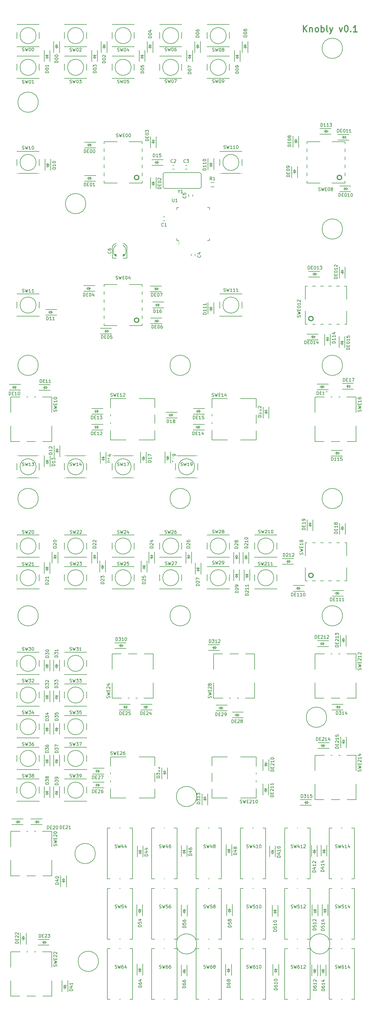
<source format=gto>
G04 #@! TF.FileFunction,Legend,Top*
%FSLAX46Y46*%
G04 Gerber Fmt 4.6, Leading zero omitted, Abs format (unit mm)*
G04 Created by KiCad (PCBNEW 4.0.2-stable) date 20/06/2016 17:59:36*
%MOMM*%
G01*
G04 APERTURE LIST*
%ADD10C,0.100000*%
%ADD11C,0.300000*%
%ADD12C,0.150000*%
%ADD13R,1.620000X1.310000*%
%ADD14R,0.950000X1.900000*%
%ADD15R,1.900000X0.950000*%
%ADD16R,1.600000X1.150000*%
%ADD17R,1.150000X1.600000*%
%ADD18R,2.000200X3.000960*%
%ADD19R,1.600000X1.300000*%
%ADD20C,4.400000*%
%ADD21C,2.200000*%
%ADD22C,2.400000*%
%ADD23R,1.310000X1.620000*%
%ADD24R,2.432000X2.127200*%
%ADD25O,2.432000X2.127200*%
%ADD26C,3.400000*%
%ADD27C,1.600000*%
%ADD28C,3.600000*%
%ADD29C,2.900000*%
G04 APERTURE END LIST*
D10*
D11*
X197871427Y-48804762D02*
X197871427Y-46804762D01*
X199014285Y-48804762D02*
X198157142Y-47661905D01*
X199014285Y-46804762D02*
X197871427Y-47947619D01*
X199871427Y-47471429D02*
X199871427Y-48804762D01*
X199871427Y-47661905D02*
X199966666Y-47566667D01*
X200157142Y-47471429D01*
X200442856Y-47471429D01*
X200633332Y-47566667D01*
X200728570Y-47757143D01*
X200728570Y-48804762D01*
X201966666Y-48804762D02*
X201776190Y-48709524D01*
X201680951Y-48614286D01*
X201585713Y-48423810D01*
X201585713Y-47852381D01*
X201680951Y-47661905D01*
X201776190Y-47566667D01*
X201966666Y-47471429D01*
X202252380Y-47471429D01*
X202442856Y-47566667D01*
X202538094Y-47661905D01*
X202633332Y-47852381D01*
X202633332Y-48423810D01*
X202538094Y-48614286D01*
X202442856Y-48709524D01*
X202252380Y-48804762D01*
X201966666Y-48804762D01*
X203490475Y-48804762D02*
X203490475Y-46804762D01*
X203490475Y-47566667D02*
X203680952Y-47471429D01*
X204061904Y-47471429D01*
X204252380Y-47566667D01*
X204347618Y-47661905D01*
X204442856Y-47852381D01*
X204442856Y-48423810D01*
X204347618Y-48614286D01*
X204252380Y-48709524D01*
X204061904Y-48804762D01*
X203680952Y-48804762D01*
X203490475Y-48709524D01*
X205585714Y-48804762D02*
X205395238Y-48709524D01*
X205299999Y-48519048D01*
X205299999Y-46804762D01*
X206157142Y-47471429D02*
X206633333Y-48804762D01*
X207109523Y-47471429D02*
X206633333Y-48804762D01*
X206442857Y-49280952D01*
X206347618Y-49376190D01*
X206157142Y-49471429D01*
X209204762Y-47471429D02*
X209680953Y-48804762D01*
X210157143Y-47471429D01*
X211300001Y-46804762D02*
X211490477Y-46804762D01*
X211680953Y-46900000D01*
X211776191Y-46995238D01*
X211871429Y-47185714D01*
X211966668Y-47566667D01*
X211966668Y-48042857D01*
X211871429Y-48423810D01*
X211776191Y-48614286D01*
X211680953Y-48709524D01*
X211490477Y-48804762D01*
X211300001Y-48804762D01*
X211109525Y-48709524D01*
X211014287Y-48614286D01*
X210919048Y-48423810D01*
X210823810Y-48042857D01*
X210823810Y-47566667D01*
X210919048Y-47185714D01*
X211014287Y-46995238D01*
X211109525Y-46900000D01*
X211300001Y-46804762D01*
X212823810Y-48614286D02*
X212919049Y-48709524D01*
X212823810Y-48804762D01*
X212728572Y-48709524D01*
X212823810Y-48614286D01*
X212823810Y-48804762D01*
X214823811Y-48804762D02*
X213680953Y-48804762D01*
X214252382Y-48804762D02*
X214252382Y-46804762D01*
X214061906Y-47090476D01*
X213871430Y-47280952D01*
X213680953Y-47376190D01*
D12*
X120000000Y-53047500D02*
X120000000Y-52666500D01*
X120000000Y-54063500D02*
X120000000Y-53682500D01*
X120000000Y-53682500D02*
X119619000Y-53047500D01*
X119619000Y-53047500D02*
X120381000Y-53047500D01*
X120381000Y-53047500D02*
X120000000Y-53682500D01*
X119492000Y-53682500D02*
X120508000Y-53682500D01*
X120900000Y-55365000D02*
X120900000Y-51825000D01*
X119100000Y-55365000D02*
X119100000Y-51825000D01*
X157900000Y-114600000D02*
X158575000Y-114600000D01*
X157900000Y-104250000D02*
X158575000Y-104250000D01*
X168250000Y-104250000D02*
X167575000Y-104250000D01*
X168250000Y-114600000D02*
X167575000Y-114600000D01*
X157900000Y-114600000D02*
X157900000Y-113925000D01*
X168250000Y-114600000D02*
X168250000Y-113925000D01*
X168250000Y-104250000D02*
X168250000Y-104925000D01*
X157900000Y-104250000D02*
X157900000Y-104925000D01*
X158575000Y-114600000D02*
X158575000Y-115875000D01*
X154250000Y-108350000D02*
X153550000Y-108350000D01*
X153550000Y-107150000D02*
X154250000Y-107150000D01*
X156500000Y-90900000D02*
X157200000Y-90900000D01*
X157200000Y-92100000D02*
X156500000Y-92100000D01*
X160550000Y-90900000D02*
X161250000Y-90900000D01*
X161250000Y-92100000D02*
X160550000Y-92100000D01*
X163725000Y-118800000D02*
X163725000Y-119500000D01*
X162525000Y-119500000D02*
X162525000Y-118800000D01*
X161700000Y-100800000D02*
X161700000Y-100100000D01*
X162900000Y-100100000D02*
X162900000Y-100800000D01*
X139900000Y-116249860D02*
X139900000Y-117011860D01*
X139519000Y-116630860D02*
X140281000Y-116630860D01*
X142186000Y-116376860D02*
X142186000Y-120186860D01*
X138376000Y-115614860D02*
X141424000Y-115614860D01*
X142186000Y-116376860D02*
X141424000Y-115614860D01*
X137614000Y-116376860D02*
X137614000Y-120186860D01*
X137614000Y-116376860D02*
X138376000Y-115614860D01*
X140027000Y-119932860D02*
X139773000Y-119932860D01*
X139265000Y-119805860D02*
X140535000Y-119805860D01*
X140789000Y-119678860D02*
X139011000Y-119678860D01*
X141043000Y-119551860D02*
X138757000Y-119551860D01*
X138630000Y-119424860D02*
X141170000Y-119424860D01*
X141297000Y-119297860D02*
X138503000Y-119297860D01*
X138376000Y-119170860D02*
X141424000Y-119170860D01*
X138249000Y-119043860D02*
X141551000Y-119043860D01*
X137614000Y-120186860D02*
X142186000Y-120186860D01*
X141932000Y-117900860D02*
G75*
G03X141932000Y-117900860I-2032000J0D01*
G01*
X169700000Y-97675000D02*
X168700000Y-97675000D01*
X168700000Y-96325000D02*
X169700000Y-96325000D01*
D11*
X200957107Y-220250000D02*
G75*
G03X200957107Y-220250000I-707107J0D01*
G01*
D12*
X198500000Y-210000000D02*
X211500000Y-210000000D01*
X211500000Y-210000000D02*
X211500000Y-222000000D01*
X211500000Y-222000000D02*
X198500000Y-222000000D01*
X198500000Y-222000000D02*
X198500000Y-210000000D01*
D11*
X200957107Y-139250000D02*
G75*
G03X200957107Y-139250000I-707107J0D01*
G01*
D12*
X198500000Y-129000000D02*
X211500000Y-129000000D01*
X211500000Y-129000000D02*
X211500000Y-141000000D01*
X211500000Y-141000000D02*
X198500000Y-141000000D01*
X198500000Y-141000000D02*
X198500000Y-129000000D01*
D11*
X209957107Y-94750000D02*
G75*
G03X209957107Y-94750000I-707107J0D01*
G01*
D12*
X199000000Y-96500000D02*
X199000000Y-83500000D01*
X199000000Y-83500000D02*
X211000000Y-83500000D01*
X211000000Y-83500000D02*
X211000000Y-96500000D01*
X211000000Y-96500000D02*
X199000000Y-96500000D01*
D11*
X145957107Y-139750000D02*
G75*
G03X145957107Y-139750000I-707107J0D01*
G01*
D12*
X135000000Y-141500000D02*
X135000000Y-128500000D01*
X135000000Y-128500000D02*
X147000000Y-128500000D01*
X147000000Y-128500000D02*
X147000000Y-141500000D01*
X147000000Y-141500000D02*
X135000000Y-141500000D01*
D11*
X145957107Y-94750000D02*
G75*
G03X145957107Y-94750000I-707107J0D01*
G01*
D12*
X135000000Y-96500000D02*
X135000000Y-83500000D01*
X135000000Y-83500000D02*
X147000000Y-83500000D01*
X147000000Y-83500000D02*
X147000000Y-96500000D01*
X147000000Y-96500000D02*
X135000000Y-96500000D01*
X163540000Y-186000000D02*
G75*
G03X163540000Y-186000000I-2540000J0D01*
G01*
X157500000Y-182500000D02*
X164500000Y-182500000D01*
X164500000Y-182500000D02*
X164500000Y-189500000D01*
X164500000Y-189500000D02*
X157500000Y-189500000D01*
X157500000Y-182500000D02*
X157500000Y-189500000D01*
X188540000Y-221000000D02*
G75*
G03X188540000Y-221000000I-2540000J0D01*
G01*
X182500000Y-217500000D02*
X189500000Y-217500000D01*
X189500000Y-217500000D02*
X189500000Y-224500000D01*
X189500000Y-224500000D02*
X182500000Y-224500000D01*
X182500000Y-217500000D02*
X182500000Y-224500000D01*
X188540000Y-211000000D02*
G75*
G03X188540000Y-211000000I-2540000J0D01*
G01*
X182500000Y-207500000D02*
X189500000Y-207500000D01*
X189500000Y-207500000D02*
X189500000Y-214500000D01*
X189500000Y-214500000D02*
X182500000Y-214500000D01*
X182500000Y-207500000D02*
X182500000Y-214500000D01*
X177540000Y-135000000D02*
G75*
G03X177540000Y-135000000I-2540000J0D01*
G01*
X171500000Y-131500000D02*
X178500000Y-131500000D01*
X178500000Y-131500000D02*
X178500000Y-138500000D01*
X178500000Y-138500000D02*
X171500000Y-138500000D01*
X171500000Y-131500000D02*
X171500000Y-138500000D01*
X177540000Y-90000000D02*
G75*
G03X177540000Y-90000000I-2540000J0D01*
G01*
X171500000Y-86500000D02*
X178500000Y-86500000D01*
X178500000Y-86500000D02*
X178500000Y-93500000D01*
X178500000Y-93500000D02*
X171500000Y-93500000D01*
X171500000Y-86500000D02*
X171500000Y-93500000D01*
X128540000Y-288000000D02*
G75*
G03X128540000Y-288000000I-2540000J0D01*
G01*
X122500000Y-284500000D02*
X129500000Y-284500000D01*
X129500000Y-284500000D02*
X129500000Y-291500000D01*
X129500000Y-291500000D02*
X122500000Y-291500000D01*
X122500000Y-284500000D02*
X122500000Y-291500000D01*
X113540000Y-288000000D02*
G75*
G03X113540000Y-288000000I-2540000J0D01*
G01*
X107500000Y-284500000D02*
X114500000Y-284500000D01*
X114500000Y-284500000D02*
X114500000Y-291500000D01*
X114500000Y-291500000D02*
X107500000Y-291500000D01*
X107500000Y-284500000D02*
X107500000Y-291500000D01*
X128540000Y-278000000D02*
G75*
G03X128540000Y-278000000I-2540000J0D01*
G01*
X122500000Y-274500000D02*
X129500000Y-274500000D01*
X129500000Y-274500000D02*
X129500000Y-281500000D01*
X129500000Y-281500000D02*
X122500000Y-281500000D01*
X122500000Y-274500000D02*
X122500000Y-281500000D01*
X113540000Y-278000000D02*
G75*
G03X113540000Y-278000000I-2540000J0D01*
G01*
X107500000Y-274500000D02*
X114500000Y-274500000D01*
X114500000Y-274500000D02*
X114500000Y-281500000D01*
X114500000Y-281500000D02*
X107500000Y-281500000D01*
X107500000Y-274500000D02*
X107500000Y-281500000D01*
X128540000Y-268000000D02*
G75*
G03X128540000Y-268000000I-2540000J0D01*
G01*
X122500000Y-264500000D02*
X129500000Y-264500000D01*
X129500000Y-264500000D02*
X129500000Y-271500000D01*
X129500000Y-271500000D02*
X122500000Y-271500000D01*
X122500000Y-264500000D02*
X122500000Y-271500000D01*
X113540000Y-268000000D02*
G75*
G03X113540000Y-268000000I-2540000J0D01*
G01*
X107500000Y-264500000D02*
X114500000Y-264500000D01*
X114500000Y-264500000D02*
X114500000Y-271500000D01*
X114500000Y-271500000D02*
X107500000Y-271500000D01*
X107500000Y-264500000D02*
X107500000Y-271500000D01*
X128540000Y-258000000D02*
G75*
G03X128540000Y-258000000I-2540000J0D01*
G01*
X122500000Y-254500000D02*
X129500000Y-254500000D01*
X129500000Y-254500000D02*
X129500000Y-261500000D01*
X129500000Y-261500000D02*
X122500000Y-261500000D01*
X122500000Y-254500000D02*
X122500000Y-261500000D01*
X113540000Y-258000000D02*
G75*
G03X113540000Y-258000000I-2540000J0D01*
G01*
X107500000Y-254500000D02*
X114500000Y-254500000D01*
X114500000Y-254500000D02*
X114500000Y-261500000D01*
X114500000Y-261500000D02*
X107500000Y-261500000D01*
X107500000Y-254500000D02*
X107500000Y-261500000D01*
X128540000Y-248000000D02*
G75*
G03X128540000Y-248000000I-2540000J0D01*
G01*
X122500000Y-244500000D02*
X129500000Y-244500000D01*
X129500000Y-244500000D02*
X129500000Y-251500000D01*
X129500000Y-251500000D02*
X122500000Y-251500000D01*
X122500000Y-244500000D02*
X122500000Y-251500000D01*
X113540000Y-248000000D02*
G75*
G03X113540000Y-248000000I-2540000J0D01*
G01*
X107500000Y-244500000D02*
X114500000Y-244500000D01*
X114500000Y-244500000D02*
X114500000Y-251500000D01*
X114500000Y-251500000D02*
X107500000Y-251500000D01*
X107500000Y-244500000D02*
X107500000Y-251500000D01*
X173540000Y-221000000D02*
G75*
G03X173540000Y-221000000I-2540000J0D01*
G01*
X167500000Y-217500000D02*
X174500000Y-217500000D01*
X174500000Y-217500000D02*
X174500000Y-224500000D01*
X174500000Y-224500000D02*
X167500000Y-224500000D01*
X167500000Y-217500000D02*
X167500000Y-224500000D01*
X173540000Y-211000000D02*
G75*
G03X173540000Y-211000000I-2540000J0D01*
G01*
X167500000Y-207500000D02*
X174500000Y-207500000D01*
X174500000Y-207500000D02*
X174500000Y-214500000D01*
X174500000Y-214500000D02*
X167500000Y-214500000D01*
X167500000Y-207500000D02*
X167500000Y-214500000D01*
X158540000Y-221000000D02*
G75*
G03X158540000Y-221000000I-2540000J0D01*
G01*
X152500000Y-217500000D02*
X159500000Y-217500000D01*
X159500000Y-217500000D02*
X159500000Y-224500000D01*
X159500000Y-224500000D02*
X152500000Y-224500000D01*
X152500000Y-217500000D02*
X152500000Y-224500000D01*
X158540000Y-211000000D02*
G75*
G03X158540000Y-211000000I-2540000J0D01*
G01*
X152500000Y-207500000D02*
X159500000Y-207500000D01*
X159500000Y-207500000D02*
X159500000Y-214500000D01*
X159500000Y-214500000D02*
X152500000Y-214500000D01*
X152500000Y-207500000D02*
X152500000Y-214500000D01*
X143540000Y-221000000D02*
G75*
G03X143540000Y-221000000I-2540000J0D01*
G01*
X137500000Y-217500000D02*
X144500000Y-217500000D01*
X144500000Y-217500000D02*
X144500000Y-224500000D01*
X144500000Y-224500000D02*
X137500000Y-224500000D01*
X137500000Y-217500000D02*
X137500000Y-224500000D01*
X143540000Y-211000000D02*
G75*
G03X143540000Y-211000000I-2540000J0D01*
G01*
X137500000Y-207500000D02*
X144500000Y-207500000D01*
X144500000Y-207500000D02*
X144500000Y-214500000D01*
X144500000Y-214500000D02*
X137500000Y-214500000D01*
X137500000Y-207500000D02*
X137500000Y-214500000D01*
X128540000Y-221000000D02*
G75*
G03X128540000Y-221000000I-2540000J0D01*
G01*
X122500000Y-217500000D02*
X129500000Y-217500000D01*
X129500000Y-217500000D02*
X129500000Y-224500000D01*
X129500000Y-224500000D02*
X122500000Y-224500000D01*
X122500000Y-217500000D02*
X122500000Y-224500000D01*
X128540000Y-211000000D02*
G75*
G03X128540000Y-211000000I-2540000J0D01*
G01*
X122500000Y-207500000D02*
X129500000Y-207500000D01*
X129500000Y-207500000D02*
X129500000Y-214500000D01*
X129500000Y-214500000D02*
X122500000Y-214500000D01*
X122500000Y-207500000D02*
X122500000Y-214500000D01*
X113540000Y-221000000D02*
G75*
G03X113540000Y-221000000I-2540000J0D01*
G01*
X107500000Y-217500000D02*
X114500000Y-217500000D01*
X114500000Y-217500000D02*
X114500000Y-224500000D01*
X114500000Y-224500000D02*
X107500000Y-224500000D01*
X107500000Y-217500000D02*
X107500000Y-224500000D01*
X113540000Y-211000000D02*
G75*
G03X113540000Y-211000000I-2540000J0D01*
G01*
X107500000Y-207500000D02*
X114500000Y-207500000D01*
X114500000Y-207500000D02*
X114500000Y-214500000D01*
X114500000Y-214500000D02*
X107500000Y-214500000D01*
X107500000Y-207500000D02*
X107500000Y-214500000D01*
X143540000Y-186000000D02*
G75*
G03X143540000Y-186000000I-2540000J0D01*
G01*
X137500000Y-182500000D02*
X144500000Y-182500000D01*
X144500000Y-182500000D02*
X144500000Y-189500000D01*
X144500000Y-189500000D02*
X137500000Y-189500000D01*
X137500000Y-182500000D02*
X137500000Y-189500000D01*
X128540000Y-186000000D02*
G75*
G03X128540000Y-186000000I-2540000J0D01*
G01*
X122500000Y-182500000D02*
X129500000Y-182500000D01*
X129500000Y-182500000D02*
X129500000Y-189500000D01*
X129500000Y-189500000D02*
X122500000Y-189500000D01*
X122500000Y-182500000D02*
X122500000Y-189500000D01*
X113540000Y-186000000D02*
G75*
G03X113540000Y-186000000I-2540000J0D01*
G01*
X107500000Y-182500000D02*
X114500000Y-182500000D01*
X114500000Y-182500000D02*
X114500000Y-189500000D01*
X114500000Y-189500000D02*
X107500000Y-189500000D01*
X107500000Y-182500000D02*
X107500000Y-189500000D01*
X113540000Y-135000000D02*
G75*
G03X113540000Y-135000000I-2540000J0D01*
G01*
X107500000Y-131500000D02*
X114500000Y-131500000D01*
X114500000Y-131500000D02*
X114500000Y-138500000D01*
X114500000Y-138500000D02*
X107500000Y-138500000D01*
X107500000Y-131500000D02*
X107500000Y-138500000D01*
X113540000Y-90000000D02*
G75*
G03X113540000Y-90000000I-2540000J0D01*
G01*
X107500000Y-86500000D02*
X114500000Y-86500000D01*
X114500000Y-86500000D02*
X114500000Y-93500000D01*
X114500000Y-93500000D02*
X107500000Y-93500000D01*
X107500000Y-86500000D02*
X107500000Y-93500000D01*
X173540000Y-60000000D02*
G75*
G03X173540000Y-60000000I-2540000J0D01*
G01*
X174500000Y-63500000D02*
X167500000Y-63500000D01*
X167500000Y-63500000D02*
X167500000Y-56500000D01*
X167500000Y-56500000D02*
X174500000Y-56500000D01*
X174500000Y-63500000D02*
X174500000Y-56500000D01*
X173540000Y-50000000D02*
G75*
G03X173540000Y-50000000I-2540000J0D01*
G01*
X167500000Y-46500000D02*
X174500000Y-46500000D01*
X174500000Y-46500000D02*
X174500000Y-53500000D01*
X174500000Y-53500000D02*
X167500000Y-53500000D01*
X167500000Y-46500000D02*
X167500000Y-53500000D01*
X158540000Y-60000000D02*
G75*
G03X158540000Y-60000000I-2540000J0D01*
G01*
X159500000Y-63500000D02*
X152500000Y-63500000D01*
X152500000Y-63500000D02*
X152500000Y-56500000D01*
X152500000Y-56500000D02*
X159500000Y-56500000D01*
X159500000Y-63500000D02*
X159500000Y-56500000D01*
X158540000Y-50000000D02*
G75*
G03X158540000Y-50000000I-2540000J0D01*
G01*
X152500000Y-46500000D02*
X159500000Y-46500000D01*
X159500000Y-46500000D02*
X159500000Y-53500000D01*
X159500000Y-53500000D02*
X152500000Y-53500000D01*
X152500000Y-46500000D02*
X152500000Y-53500000D01*
X143540000Y-60000000D02*
G75*
G03X143540000Y-60000000I-2540000J0D01*
G01*
X144500000Y-63500000D02*
X137500000Y-63500000D01*
X137500000Y-63500000D02*
X137500000Y-56500000D01*
X137500000Y-56500000D02*
X144500000Y-56500000D01*
X144500000Y-63500000D02*
X144500000Y-56500000D01*
X143540000Y-50000000D02*
G75*
G03X143540000Y-50000000I-2540000J0D01*
G01*
X137500000Y-46500000D02*
X144500000Y-46500000D01*
X144500000Y-46500000D02*
X144500000Y-53500000D01*
X144500000Y-53500000D02*
X137500000Y-53500000D01*
X137500000Y-46500000D02*
X137500000Y-53500000D01*
X128540000Y-60000000D02*
G75*
G03X128540000Y-60000000I-2540000J0D01*
G01*
X129500000Y-63500000D02*
X122500000Y-63500000D01*
X122500000Y-63500000D02*
X122500000Y-56500000D01*
X122500000Y-56500000D02*
X129500000Y-56500000D01*
X129500000Y-63500000D02*
X129500000Y-56500000D01*
X128540000Y-50000000D02*
G75*
G03X128540000Y-50000000I-2540000J0D01*
G01*
X122500000Y-46500000D02*
X129500000Y-46500000D01*
X129500000Y-46500000D02*
X129500000Y-53500000D01*
X129500000Y-53500000D02*
X122500000Y-53500000D01*
X122500000Y-46500000D02*
X122500000Y-53500000D01*
X113540000Y-60000000D02*
G75*
G03X113540000Y-60000000I-2540000J0D01*
G01*
X114500000Y-63500000D02*
X107500000Y-63500000D01*
X107500000Y-63500000D02*
X107500000Y-56500000D01*
X107500000Y-56500000D02*
X114500000Y-56500000D01*
X114500000Y-63500000D02*
X114500000Y-56500000D01*
X113540000Y-50000000D02*
G75*
G03X113540000Y-50000000I-2540000J0D01*
G01*
X107500000Y-46500000D02*
X114500000Y-46500000D01*
X114500000Y-46500000D02*
X114500000Y-53500000D01*
X114500000Y-53500000D02*
X107500000Y-53500000D01*
X107500000Y-46500000D02*
X107500000Y-53500000D01*
X117000000Y-56952500D02*
X117000000Y-57333500D01*
X117000000Y-55936500D02*
X117000000Y-56317500D01*
X117000000Y-56317500D02*
X117381000Y-56952500D01*
X117381000Y-56952500D02*
X116619000Y-56952500D01*
X116619000Y-56952500D02*
X117000000Y-56317500D01*
X117508000Y-56317500D02*
X116492000Y-56317500D01*
X116100000Y-54635000D02*
X116100000Y-58175000D01*
X117900000Y-54635000D02*
X117900000Y-58175000D01*
X135000000Y-53047500D02*
X135000000Y-52666500D01*
X135000000Y-54063500D02*
X135000000Y-53682500D01*
X135000000Y-53682500D02*
X134619000Y-53047500D01*
X134619000Y-53047500D02*
X135381000Y-53047500D01*
X135381000Y-53047500D02*
X135000000Y-53682500D01*
X134492000Y-53682500D02*
X135508000Y-53682500D01*
X135900000Y-55365000D02*
X135900000Y-51825000D01*
X134100000Y-55365000D02*
X134100000Y-51825000D01*
X132000000Y-56952500D02*
X132000000Y-57333500D01*
X132000000Y-55936500D02*
X132000000Y-56317500D01*
X132000000Y-56317500D02*
X132381000Y-56952500D01*
X132381000Y-56952500D02*
X131619000Y-56952500D01*
X131619000Y-56952500D02*
X132000000Y-56317500D01*
X132508000Y-56317500D02*
X131492000Y-56317500D01*
X131100000Y-54635000D02*
X131100000Y-58175000D01*
X132900000Y-54635000D02*
X132900000Y-58175000D01*
X149500000Y-53047500D02*
X149500000Y-52666500D01*
X149500000Y-54063500D02*
X149500000Y-53682500D01*
X149500000Y-53682500D02*
X149119000Y-53047500D01*
X149119000Y-53047500D02*
X149881000Y-53047500D01*
X149881000Y-53047500D02*
X149500000Y-53682500D01*
X148992000Y-53682500D02*
X150008000Y-53682500D01*
X150400000Y-55365000D02*
X150400000Y-51825000D01*
X148600000Y-55365000D02*
X148600000Y-51825000D01*
X147000000Y-56952500D02*
X147000000Y-57333500D01*
X147000000Y-55936500D02*
X147000000Y-56317500D01*
X147000000Y-56317500D02*
X147381000Y-56952500D01*
X147381000Y-56952500D02*
X146619000Y-56952500D01*
X146619000Y-56952500D02*
X147000000Y-56317500D01*
X147508000Y-56317500D02*
X146492000Y-56317500D01*
X146100000Y-54635000D02*
X146100000Y-58175000D01*
X147900000Y-54635000D02*
X147900000Y-58175000D01*
X164500000Y-53047500D02*
X164500000Y-52666500D01*
X164500000Y-54063500D02*
X164500000Y-53682500D01*
X164500000Y-53682500D02*
X164119000Y-53047500D01*
X164119000Y-53047500D02*
X164881000Y-53047500D01*
X164881000Y-53047500D02*
X164500000Y-53682500D01*
X163992000Y-53682500D02*
X165008000Y-53682500D01*
X165400000Y-55365000D02*
X165400000Y-51825000D01*
X163600000Y-55365000D02*
X163600000Y-51825000D01*
X162000000Y-56952500D02*
X162000000Y-57333500D01*
X162000000Y-55936500D02*
X162000000Y-56317500D01*
X162000000Y-56317500D02*
X162381000Y-56952500D01*
X162381000Y-56952500D02*
X161619000Y-56952500D01*
X161619000Y-56952500D02*
X162000000Y-56317500D01*
X162508000Y-56317500D02*
X161492000Y-56317500D01*
X161100000Y-54635000D02*
X161100000Y-58175000D01*
X162900000Y-54635000D02*
X162900000Y-58175000D01*
X179500000Y-53047500D02*
X179500000Y-52666500D01*
X179500000Y-54063500D02*
X179500000Y-53682500D01*
X179500000Y-53682500D02*
X179119000Y-53047500D01*
X179119000Y-53047500D02*
X179881000Y-53047500D01*
X179881000Y-53047500D02*
X179500000Y-53682500D01*
X178992000Y-53682500D02*
X180008000Y-53682500D01*
X180400000Y-55365000D02*
X180400000Y-51825000D01*
X178600000Y-55365000D02*
X178600000Y-51825000D01*
X177000000Y-56952500D02*
X177000000Y-57333500D01*
X177000000Y-55936500D02*
X177000000Y-56317500D01*
X177000000Y-56317500D02*
X177381000Y-56952500D01*
X177381000Y-56952500D02*
X176619000Y-56952500D01*
X176619000Y-56952500D02*
X177000000Y-56317500D01*
X177508000Y-56317500D02*
X176492000Y-56317500D01*
X176100000Y-54635000D02*
X176100000Y-58175000D01*
X177900000Y-54635000D02*
X177900000Y-58175000D01*
X117250000Y-91202500D02*
X117250000Y-91583500D01*
X117250000Y-90186500D02*
X117250000Y-90567500D01*
X117250000Y-90567500D02*
X117631000Y-91202500D01*
X117631000Y-91202500D02*
X116869000Y-91202500D01*
X116869000Y-91202500D02*
X117250000Y-90567500D01*
X117758000Y-90567500D02*
X116742000Y-90567500D01*
X116350000Y-88885000D02*
X116350000Y-92425000D01*
X118150000Y-88885000D02*
X118150000Y-92425000D01*
X117767500Y-137250000D02*
X117386500Y-137250000D01*
X118783500Y-137250000D02*
X118402500Y-137250000D01*
X118402500Y-137250000D02*
X117767500Y-137631000D01*
X117767500Y-137631000D02*
X117767500Y-136869000D01*
X117767500Y-136869000D02*
X118402500Y-137250000D01*
X118402500Y-137758000D02*
X118402500Y-136742000D01*
X120085000Y-136350000D02*
X116545000Y-136350000D01*
X120085000Y-138150000D02*
X116545000Y-138150000D01*
X120150000Y-180547500D02*
X120150000Y-180166500D01*
X120150000Y-181563500D02*
X120150000Y-181182500D01*
X120150000Y-181182500D02*
X119769000Y-180547500D01*
X119769000Y-180547500D02*
X120531000Y-180547500D01*
X120531000Y-180547500D02*
X120150000Y-181182500D01*
X119642000Y-181182500D02*
X120658000Y-181182500D01*
X121050000Y-182865000D02*
X121050000Y-179325000D01*
X119250000Y-182865000D02*
X119250000Y-179325000D01*
X117050000Y-184782500D02*
X117050000Y-185163500D01*
X117050000Y-183766500D02*
X117050000Y-184147500D01*
X117050000Y-184147500D02*
X117431000Y-184782500D01*
X117431000Y-184782500D02*
X116669000Y-184782500D01*
X116669000Y-184782500D02*
X117050000Y-184147500D01*
X117558000Y-184147500D02*
X116542000Y-184147500D01*
X116150000Y-182465000D02*
X116150000Y-186005000D01*
X117950000Y-182465000D02*
X117950000Y-186005000D01*
X134700000Y-183682500D02*
X134700000Y-184063500D01*
X134700000Y-182666500D02*
X134700000Y-183047500D01*
X134700000Y-183047500D02*
X135081000Y-183682500D01*
X135081000Y-183682500D02*
X134319000Y-183682500D01*
X134319000Y-183682500D02*
X134700000Y-183047500D01*
X135208000Y-183047500D02*
X134192000Y-183047500D01*
X133800000Y-181365000D02*
X133800000Y-184905000D01*
X135600000Y-181365000D02*
X135600000Y-184905000D01*
X151317500Y-90000000D02*
X150936500Y-90000000D01*
X152333500Y-90000000D02*
X151952500Y-90000000D01*
X151952500Y-90000000D02*
X151317500Y-90381000D01*
X151317500Y-90381000D02*
X151317500Y-89619000D01*
X151317500Y-89619000D02*
X151952500Y-90000000D01*
X151952500Y-90508000D02*
X151952500Y-89492000D01*
X153635000Y-89100000D02*
X150095000Y-89100000D01*
X153635000Y-90900000D02*
X150095000Y-90900000D01*
X151517500Y-134950000D02*
X151136500Y-134950000D01*
X152533500Y-134950000D02*
X152152500Y-134950000D01*
X152152500Y-134950000D02*
X151517500Y-135331000D01*
X151517500Y-135331000D02*
X151517500Y-134569000D01*
X151517500Y-134569000D02*
X152152500Y-134950000D01*
X152152500Y-135458000D02*
X152152500Y-134442000D01*
X153835000Y-134050000D02*
X150295000Y-134050000D01*
X153835000Y-135850000D02*
X150295000Y-135850000D01*
X147400000Y-183632500D02*
X147400000Y-184013500D01*
X147400000Y-182616500D02*
X147400000Y-182997500D01*
X147400000Y-182997500D02*
X147781000Y-183632500D01*
X147781000Y-183632500D02*
X147019000Y-183632500D01*
X147019000Y-183632500D02*
X147400000Y-182997500D01*
X147908000Y-182997500D02*
X146892000Y-182997500D01*
X146500000Y-181315000D02*
X146500000Y-184855000D01*
X148300000Y-181315000D02*
X148300000Y-184855000D01*
X155747500Y-169700000D02*
X155366500Y-169700000D01*
X156763500Y-169700000D02*
X156382500Y-169700000D01*
X156382500Y-169700000D02*
X155747500Y-170081000D01*
X155747500Y-170081000D02*
X155747500Y-169319000D01*
X155747500Y-169319000D02*
X156382500Y-169700000D01*
X156382500Y-170208000D02*
X156382500Y-169192000D01*
X158065000Y-168800000D02*
X154525000Y-168800000D01*
X158065000Y-170600000D02*
X154525000Y-170600000D01*
X155100000Y-183582500D02*
X155100000Y-183963500D01*
X155100000Y-182566500D02*
X155100000Y-182947500D01*
X155100000Y-182947500D02*
X155481000Y-183582500D01*
X155481000Y-183582500D02*
X154719000Y-183582500D01*
X154719000Y-183582500D02*
X155100000Y-182947500D01*
X155608000Y-182947500D02*
X154592000Y-182947500D01*
X154200000Y-181265000D02*
X154200000Y-184805000D01*
X156000000Y-181265000D02*
X156000000Y-184805000D01*
X119500000Y-214047500D02*
X119500000Y-213666500D01*
X119500000Y-215063500D02*
X119500000Y-214682500D01*
X119500000Y-214682500D02*
X119119000Y-214047500D01*
X119119000Y-214047500D02*
X119881000Y-214047500D01*
X119881000Y-214047500D02*
X119500000Y-214682500D01*
X118992000Y-214682500D02*
X120008000Y-214682500D01*
X120400000Y-216365000D02*
X120400000Y-212825000D01*
X118600000Y-216365000D02*
X118600000Y-212825000D01*
X117000000Y-218432500D02*
X117000000Y-218813500D01*
X117000000Y-217416500D02*
X117000000Y-217797500D01*
X117000000Y-217797500D02*
X117381000Y-218432500D01*
X117381000Y-218432500D02*
X116619000Y-218432500D01*
X116619000Y-218432500D02*
X117000000Y-217797500D01*
X117508000Y-217797500D02*
X116492000Y-217797500D01*
X116100000Y-216115000D02*
X116100000Y-219655000D01*
X117900000Y-216115000D02*
X117900000Y-219655000D01*
X132000000Y-214047500D02*
X132000000Y-213666500D01*
X132000000Y-215063500D02*
X132000000Y-214682500D01*
X132000000Y-214682500D02*
X131619000Y-214047500D01*
X131619000Y-214047500D02*
X132381000Y-214047500D01*
X132381000Y-214047500D02*
X132000000Y-214682500D01*
X131492000Y-214682500D02*
X132508000Y-214682500D01*
X132900000Y-216365000D02*
X132900000Y-212825000D01*
X131100000Y-216365000D02*
X131100000Y-212825000D01*
X134500000Y-217952500D02*
X134500000Y-218333500D01*
X134500000Y-216936500D02*
X134500000Y-217317500D01*
X134500000Y-217317500D02*
X134881000Y-217952500D01*
X134881000Y-217952500D02*
X134119000Y-217952500D01*
X134119000Y-217952500D02*
X134500000Y-217317500D01*
X135008000Y-217317500D02*
X133992000Y-217317500D01*
X133600000Y-215635000D02*
X133600000Y-219175000D01*
X135400000Y-215635000D02*
X135400000Y-219175000D01*
X150000000Y-214047500D02*
X150000000Y-213666500D01*
X150000000Y-215063500D02*
X150000000Y-214682500D01*
X150000000Y-214682500D02*
X149619000Y-214047500D01*
X149619000Y-214047500D02*
X150381000Y-214047500D01*
X150381000Y-214047500D02*
X150000000Y-214682500D01*
X149492000Y-214682500D02*
X150508000Y-214682500D01*
X150900000Y-216365000D02*
X150900000Y-212825000D01*
X149100000Y-216365000D02*
X149100000Y-212825000D01*
X147600000Y-217952500D02*
X147600000Y-218333500D01*
X147600000Y-216936500D02*
X147600000Y-217317500D01*
X147600000Y-217317500D02*
X147981000Y-217952500D01*
X147981000Y-217952500D02*
X147219000Y-217952500D01*
X147219000Y-217952500D02*
X147600000Y-217317500D01*
X148108000Y-217317500D02*
X147092000Y-217317500D01*
X146700000Y-215635000D02*
X146700000Y-219175000D01*
X148500000Y-215635000D02*
X148500000Y-219175000D01*
X161700000Y-214047500D02*
X161700000Y-213666500D01*
X161700000Y-215063500D02*
X161700000Y-214682500D01*
X161700000Y-214682500D02*
X161319000Y-214047500D01*
X161319000Y-214047500D02*
X162081000Y-214047500D01*
X162081000Y-214047500D02*
X161700000Y-214682500D01*
X161192000Y-214682500D02*
X162208000Y-214682500D01*
X162600000Y-216365000D02*
X162600000Y-212825000D01*
X160800000Y-216365000D02*
X160800000Y-212825000D01*
X164650000Y-218652500D02*
X164650000Y-219033500D01*
X164650000Y-217636500D02*
X164650000Y-218017500D01*
X164650000Y-218017500D02*
X165031000Y-218652500D01*
X165031000Y-218652500D02*
X164269000Y-218652500D01*
X164269000Y-218652500D02*
X164650000Y-218017500D01*
X165158000Y-218017500D02*
X164142000Y-218017500D01*
X163750000Y-216335000D02*
X163750000Y-219875000D01*
X165550000Y-216335000D02*
X165550000Y-219875000D01*
X176800000Y-214132500D02*
X176800000Y-213751500D01*
X176800000Y-215148500D02*
X176800000Y-214767500D01*
X176800000Y-214767500D02*
X176419000Y-214132500D01*
X176419000Y-214132500D02*
X177181000Y-214132500D01*
X177181000Y-214132500D02*
X176800000Y-214767500D01*
X176292000Y-214767500D02*
X177308000Y-214767500D01*
X177700000Y-216450000D02*
X177700000Y-212910000D01*
X175900000Y-216450000D02*
X175900000Y-212910000D01*
X176800000Y-220702500D02*
X176800000Y-221083500D01*
X176800000Y-219686500D02*
X176800000Y-220067500D01*
X176800000Y-220067500D02*
X177181000Y-220702500D01*
X177181000Y-220702500D02*
X176419000Y-220702500D01*
X176419000Y-220702500D02*
X176800000Y-220067500D01*
X177308000Y-220067500D02*
X176292000Y-220067500D01*
X175900000Y-218385000D02*
X175900000Y-221925000D01*
X177700000Y-218385000D02*
X177700000Y-221925000D01*
X117000000Y-249182500D02*
X117000000Y-249563500D01*
X117000000Y-248166500D02*
X117000000Y-248547500D01*
X117000000Y-248547500D02*
X117381000Y-249182500D01*
X117381000Y-249182500D02*
X116619000Y-249182500D01*
X116619000Y-249182500D02*
X117000000Y-248547500D01*
X117508000Y-248547500D02*
X116492000Y-248547500D01*
X116100000Y-246865000D02*
X116100000Y-250405000D01*
X117900000Y-246865000D02*
X117900000Y-250405000D01*
X120000000Y-249182500D02*
X120000000Y-249563500D01*
X120000000Y-248166500D02*
X120000000Y-248547500D01*
X120000000Y-248547500D02*
X120381000Y-249182500D01*
X120381000Y-249182500D02*
X119619000Y-249182500D01*
X119619000Y-249182500D02*
X120000000Y-248547500D01*
X120508000Y-248547500D02*
X119492000Y-248547500D01*
X119100000Y-246865000D02*
X119100000Y-250405000D01*
X120900000Y-246865000D02*
X120900000Y-250405000D01*
X117000000Y-258952500D02*
X117000000Y-259333500D01*
X117000000Y-257936500D02*
X117000000Y-258317500D01*
X117000000Y-258317500D02*
X117381000Y-258952500D01*
X117381000Y-258952500D02*
X116619000Y-258952500D01*
X116619000Y-258952500D02*
X117000000Y-258317500D01*
X117508000Y-258317500D02*
X116492000Y-258317500D01*
X116100000Y-256635000D02*
X116100000Y-260175000D01*
X117900000Y-256635000D02*
X117900000Y-260175000D01*
X120000000Y-258952500D02*
X120000000Y-259333500D01*
X120000000Y-257936500D02*
X120000000Y-258317500D01*
X120000000Y-258317500D02*
X120381000Y-258952500D01*
X120381000Y-258952500D02*
X119619000Y-258952500D01*
X119619000Y-258952500D02*
X120000000Y-258317500D01*
X120508000Y-258317500D02*
X119492000Y-258317500D01*
X119100000Y-256635000D02*
X119100000Y-260175000D01*
X120900000Y-256635000D02*
X120900000Y-260175000D01*
X117000000Y-269182500D02*
X117000000Y-269563500D01*
X117000000Y-268166500D02*
X117000000Y-268547500D01*
X117000000Y-268547500D02*
X117381000Y-269182500D01*
X117381000Y-269182500D02*
X116619000Y-269182500D01*
X116619000Y-269182500D02*
X117000000Y-268547500D01*
X117508000Y-268547500D02*
X116492000Y-268547500D01*
X116100000Y-266865000D02*
X116100000Y-270405000D01*
X117900000Y-266865000D02*
X117900000Y-270405000D01*
X120000000Y-269182500D02*
X120000000Y-269563500D01*
X120000000Y-268166500D02*
X120000000Y-268547500D01*
X120000000Y-268547500D02*
X120381000Y-269182500D01*
X120381000Y-269182500D02*
X119619000Y-269182500D01*
X119619000Y-269182500D02*
X120000000Y-268547500D01*
X120508000Y-268547500D02*
X119492000Y-268547500D01*
X119100000Y-266865000D02*
X119100000Y-270405000D01*
X120900000Y-266865000D02*
X120900000Y-270405000D01*
X117000000Y-279182500D02*
X117000000Y-279563500D01*
X117000000Y-278166500D02*
X117000000Y-278547500D01*
X117000000Y-278547500D02*
X117381000Y-279182500D01*
X117381000Y-279182500D02*
X116619000Y-279182500D01*
X116619000Y-279182500D02*
X117000000Y-278547500D01*
X117508000Y-278547500D02*
X116492000Y-278547500D01*
X116100000Y-276865000D02*
X116100000Y-280405000D01*
X117900000Y-276865000D02*
X117900000Y-280405000D01*
X120000000Y-279182500D02*
X120000000Y-279563500D01*
X120000000Y-278166500D02*
X120000000Y-278547500D01*
X120000000Y-278547500D02*
X120381000Y-279182500D01*
X120381000Y-279182500D02*
X119619000Y-279182500D01*
X119619000Y-279182500D02*
X120000000Y-278547500D01*
X120508000Y-278547500D02*
X119492000Y-278547500D01*
X119100000Y-276865000D02*
X119100000Y-280405000D01*
X120900000Y-276865000D02*
X120900000Y-280405000D01*
X117000000Y-289182500D02*
X117000000Y-289563500D01*
X117000000Y-288166500D02*
X117000000Y-288547500D01*
X117000000Y-288547500D02*
X117381000Y-289182500D01*
X117381000Y-289182500D02*
X116619000Y-289182500D01*
X116619000Y-289182500D02*
X117000000Y-288547500D01*
X117508000Y-288547500D02*
X116492000Y-288547500D01*
X116100000Y-286865000D02*
X116100000Y-290405000D01*
X117900000Y-286865000D02*
X117900000Y-290405000D01*
X120000000Y-289182500D02*
X120000000Y-289563500D01*
X120000000Y-288166500D02*
X120000000Y-288547500D01*
X120000000Y-288547500D02*
X120381000Y-289182500D01*
X120381000Y-289182500D02*
X119619000Y-289182500D01*
X119619000Y-289182500D02*
X120000000Y-288547500D01*
X120508000Y-288547500D02*
X119492000Y-288547500D01*
X119100000Y-286865000D02*
X119100000Y-290405000D01*
X120900000Y-286865000D02*
X120900000Y-290405000D01*
X122200000Y-316167500D02*
X122200000Y-315786500D01*
X122200000Y-317183500D02*
X122200000Y-316802500D01*
X122200000Y-316802500D02*
X121819000Y-316167500D01*
X121819000Y-316167500D02*
X122581000Y-316167500D01*
X122581000Y-316167500D02*
X122200000Y-316802500D01*
X121692000Y-316802500D02*
X122708000Y-316802500D01*
X123100000Y-318485000D02*
X123100000Y-314945000D01*
X121300000Y-318485000D02*
X121300000Y-314945000D01*
X122625000Y-350367500D02*
X122625000Y-350748500D01*
X122625000Y-349351500D02*
X122625000Y-349732500D01*
X122625000Y-349732500D02*
X123006000Y-350367500D01*
X123006000Y-350367500D02*
X122244000Y-350367500D01*
X122244000Y-350367500D02*
X122625000Y-349732500D01*
X123133000Y-349732500D02*
X122117000Y-349732500D01*
X121725000Y-348050000D02*
X121725000Y-351590000D01*
X123525000Y-348050000D02*
X123525000Y-351590000D01*
X146350000Y-307832500D02*
X146350000Y-308213500D01*
X146350000Y-306816500D02*
X146350000Y-307197500D01*
X146350000Y-307197500D02*
X146731000Y-307832500D01*
X146731000Y-307832500D02*
X145969000Y-307832500D01*
X145969000Y-307832500D02*
X146350000Y-307197500D01*
X146858000Y-307197500D02*
X145842000Y-307197500D01*
X145450000Y-305515000D02*
X145450000Y-309055000D01*
X147250000Y-305515000D02*
X147250000Y-309055000D01*
X160250000Y-307732500D02*
X160250000Y-308113500D01*
X160250000Y-306716500D02*
X160250000Y-307097500D01*
X160250000Y-307097500D02*
X160631000Y-307732500D01*
X160631000Y-307732500D02*
X159869000Y-307732500D01*
X159869000Y-307732500D02*
X160250000Y-307097500D01*
X160758000Y-307097500D02*
X159742000Y-307097500D01*
X159350000Y-305415000D02*
X159350000Y-308955000D01*
X161150000Y-305415000D02*
X161150000Y-308955000D01*
X174400000Y-307482500D02*
X174400000Y-307863500D01*
X174400000Y-306466500D02*
X174400000Y-306847500D01*
X174400000Y-306847500D02*
X174781000Y-307482500D01*
X174781000Y-307482500D02*
X174019000Y-307482500D01*
X174019000Y-307482500D02*
X174400000Y-306847500D01*
X174908000Y-306847500D02*
X173892000Y-306847500D01*
X173500000Y-305165000D02*
X173500000Y-308705000D01*
X175300000Y-305165000D02*
X175300000Y-308705000D01*
X146225000Y-326407500D02*
X146225000Y-326788500D01*
X146225000Y-325391500D02*
X146225000Y-325772500D01*
X146225000Y-325772500D02*
X146606000Y-326407500D01*
X146606000Y-326407500D02*
X145844000Y-326407500D01*
X145844000Y-326407500D02*
X146225000Y-325772500D01*
X146733000Y-325772500D02*
X145717000Y-325772500D01*
X145325000Y-324090000D02*
X145325000Y-327630000D01*
X147125000Y-324090000D02*
X147125000Y-327630000D01*
X160300000Y-326482500D02*
X160300000Y-326863500D01*
X160300000Y-325466500D02*
X160300000Y-325847500D01*
X160300000Y-325847500D02*
X160681000Y-326482500D01*
X160681000Y-326482500D02*
X159919000Y-326482500D01*
X159919000Y-326482500D02*
X160300000Y-325847500D01*
X160808000Y-325847500D02*
X159792000Y-325847500D01*
X159400000Y-324165000D02*
X159400000Y-327705000D01*
X161200000Y-324165000D02*
X161200000Y-327705000D01*
X174550000Y-326327500D02*
X174550000Y-326708500D01*
X174550000Y-325311500D02*
X174550000Y-325692500D01*
X174550000Y-325692500D02*
X174931000Y-326327500D01*
X174931000Y-326327500D02*
X174169000Y-326327500D01*
X174169000Y-326327500D02*
X174550000Y-325692500D01*
X175058000Y-325692500D02*
X174042000Y-325692500D01*
X173650000Y-324010000D02*
X173650000Y-327550000D01*
X175450000Y-324010000D02*
X175450000Y-327550000D01*
X146275000Y-345117500D02*
X146275000Y-345498500D01*
X146275000Y-344101500D02*
X146275000Y-344482500D01*
X146275000Y-344482500D02*
X146656000Y-345117500D01*
X146656000Y-345117500D02*
X145894000Y-345117500D01*
X145894000Y-345117500D02*
X146275000Y-344482500D01*
X146783000Y-344482500D02*
X145767000Y-344482500D01*
X145375000Y-342800000D02*
X145375000Y-346340000D01*
X147175000Y-342800000D02*
X147175000Y-346340000D01*
X160275000Y-345427500D02*
X160275000Y-345808500D01*
X160275000Y-344411500D02*
X160275000Y-344792500D01*
X160275000Y-344792500D02*
X160656000Y-345427500D01*
X160656000Y-345427500D02*
X159894000Y-345427500D01*
X159894000Y-345427500D02*
X160275000Y-344792500D01*
X160783000Y-344792500D02*
X159767000Y-344792500D01*
X159375000Y-343110000D02*
X159375000Y-346650000D01*
X161175000Y-343110000D02*
X161175000Y-346650000D01*
X174275000Y-345192500D02*
X174275000Y-345573500D01*
X174275000Y-344176500D02*
X174275000Y-344557500D01*
X174275000Y-344557500D02*
X174656000Y-345192500D01*
X174656000Y-345192500D02*
X173894000Y-345192500D01*
X173894000Y-345192500D02*
X174275000Y-344557500D01*
X174783000Y-344557500D02*
X173767000Y-344557500D01*
X173375000Y-342875000D02*
X173375000Y-346415000D01*
X175175000Y-342875000D02*
X175175000Y-346415000D01*
X168700000Y-91052500D02*
X168700000Y-91433500D01*
X168700000Y-90036500D02*
X168700000Y-90417500D01*
X168700000Y-90417500D02*
X169081000Y-91052500D01*
X169081000Y-91052500D02*
X168319000Y-91052500D01*
X168319000Y-91052500D02*
X168700000Y-90417500D01*
X169208000Y-90417500D02*
X168192000Y-90417500D01*
X167800000Y-88735000D02*
X167800000Y-92275000D01*
X169600000Y-88735000D02*
X169600000Y-92275000D01*
X168700000Y-136502500D02*
X168700000Y-136883500D01*
X168700000Y-135486500D02*
X168700000Y-135867500D01*
X168700000Y-135867500D02*
X169081000Y-136502500D01*
X169081000Y-136502500D02*
X168319000Y-136502500D01*
X168319000Y-136502500D02*
X168700000Y-135867500D01*
X169208000Y-135867500D02*
X168192000Y-135867500D01*
X167800000Y-134185000D02*
X167800000Y-137725000D01*
X169600000Y-134185000D02*
X169600000Y-137725000D01*
X186100000Y-168317500D02*
X186100000Y-167936500D01*
X186100000Y-169333500D02*
X186100000Y-168952500D01*
X186100000Y-168952500D02*
X185719000Y-168317500D01*
X185719000Y-168317500D02*
X186481000Y-168317500D01*
X186481000Y-168317500D02*
X186100000Y-168952500D01*
X185592000Y-168952500D02*
X186608000Y-168952500D01*
X187000000Y-170635000D02*
X187000000Y-167095000D01*
X185200000Y-170635000D02*
X185200000Y-167095000D01*
X205382500Y-80200000D02*
X205763500Y-80200000D01*
X204366500Y-80200000D02*
X204747500Y-80200000D01*
X204747500Y-80200000D02*
X205382500Y-79819000D01*
X205382500Y-79819000D02*
X205382500Y-80581000D01*
X205382500Y-80581000D02*
X204747500Y-80200000D01*
X204747500Y-79692000D02*
X204747500Y-80708000D01*
X203065000Y-81100000D02*
X206605000Y-81100000D01*
X203065000Y-79300000D02*
X206605000Y-79300000D01*
X205500000Y-145367500D02*
X205500000Y-144986500D01*
X205500000Y-146383500D02*
X205500000Y-146002500D01*
X205500000Y-146002500D02*
X205119000Y-145367500D01*
X205119000Y-145367500D02*
X205881000Y-145367500D01*
X205881000Y-145367500D02*
X205500000Y-146002500D01*
X204992000Y-146002500D02*
X206008000Y-146002500D01*
X206400000Y-147685000D02*
X206400000Y-144145000D01*
X204600000Y-147685000D02*
X204600000Y-144145000D01*
X208932500Y-181700000D02*
X209313500Y-181700000D01*
X207916500Y-181700000D02*
X208297500Y-181700000D01*
X208297500Y-181700000D02*
X208932500Y-181319000D01*
X208932500Y-181319000D02*
X208932500Y-182081000D01*
X208932500Y-182081000D02*
X208297500Y-181700000D01*
X208297500Y-181192000D02*
X208297500Y-182208000D01*
X206615000Y-182600000D02*
X210155000Y-182600000D01*
X206615000Y-180800000D02*
X210155000Y-180800000D01*
X179750000Y-214167500D02*
X179750000Y-213786500D01*
X179750000Y-215183500D02*
X179750000Y-214802500D01*
X179750000Y-214802500D02*
X179369000Y-214167500D01*
X179369000Y-214167500D02*
X180131000Y-214167500D01*
X180131000Y-214167500D02*
X179750000Y-214802500D01*
X179242000Y-214802500D02*
X180258000Y-214802500D01*
X180650000Y-216485000D02*
X180650000Y-212945000D01*
X178850000Y-216485000D02*
X178850000Y-212945000D01*
X180050000Y-220702500D02*
X180050000Y-221083500D01*
X180050000Y-219686500D02*
X180050000Y-220067500D01*
X180050000Y-220067500D02*
X180431000Y-220702500D01*
X180431000Y-220702500D02*
X179669000Y-220702500D01*
X179669000Y-220702500D02*
X180050000Y-220067500D01*
X180558000Y-220067500D02*
X179542000Y-220067500D01*
X179150000Y-218385000D02*
X179150000Y-221925000D01*
X180950000Y-218385000D02*
X180950000Y-221925000D01*
X193517500Y-215850000D02*
X193898500Y-215850000D01*
X192501500Y-215850000D02*
X192882500Y-215850000D01*
X192882500Y-215850000D02*
X193517500Y-215469000D01*
X193517500Y-215469000D02*
X193517500Y-216231000D01*
X193517500Y-216231000D02*
X192882500Y-215850000D01*
X192882500Y-215342000D02*
X192882500Y-216358000D01*
X191200000Y-216750000D02*
X194740000Y-216750000D01*
X191200000Y-214950000D02*
X194740000Y-214950000D01*
X140702500Y-242400000D02*
X141083500Y-242400000D01*
X139686500Y-242400000D02*
X140067500Y-242400000D01*
X140067500Y-242400000D02*
X140702500Y-242019000D01*
X140702500Y-242019000D02*
X140702500Y-242781000D01*
X140702500Y-242781000D02*
X140067500Y-242400000D01*
X140067500Y-241892000D02*
X140067500Y-242908000D01*
X138385000Y-243300000D02*
X141925000Y-243300000D01*
X138385000Y-241500000D02*
X141925000Y-241500000D01*
X154100000Y-282117500D02*
X154100000Y-281736500D01*
X154100000Y-283133500D02*
X154100000Y-282752500D01*
X154100000Y-282752500D02*
X153719000Y-282117500D01*
X153719000Y-282117500D02*
X154481000Y-282117500D01*
X154481000Y-282117500D02*
X154100000Y-282752500D01*
X153592000Y-282752500D02*
X154608000Y-282752500D01*
X155000000Y-284435000D02*
X155000000Y-280895000D01*
X153200000Y-284435000D02*
X153200000Y-280895000D01*
X170167500Y-243050000D02*
X170548500Y-243050000D01*
X169151500Y-243050000D02*
X169532500Y-243050000D01*
X169532500Y-243050000D02*
X170167500Y-242669000D01*
X170167500Y-242669000D02*
X170167500Y-243431000D01*
X170167500Y-243431000D02*
X169532500Y-243050000D01*
X169532500Y-242542000D02*
X169532500Y-243558000D01*
X167850000Y-243950000D02*
X171390000Y-243950000D01*
X167850000Y-242150000D02*
X171390000Y-242150000D01*
X166800000Y-290347500D02*
X166800000Y-289966500D01*
X166800000Y-291363500D02*
X166800000Y-290982500D01*
X166800000Y-290982500D02*
X166419000Y-290347500D01*
X166419000Y-290347500D02*
X167181000Y-290347500D01*
X167181000Y-290347500D02*
X166800000Y-290982500D01*
X166292000Y-290982500D02*
X167308000Y-290982500D01*
X167700000Y-292665000D02*
X167700000Y-289125000D01*
X165900000Y-292665000D02*
X165900000Y-289125000D01*
X209232500Y-261800000D02*
X209613500Y-261800000D01*
X208216500Y-261800000D02*
X208597500Y-261800000D01*
X208597500Y-261800000D02*
X209232500Y-261419000D01*
X209232500Y-261419000D02*
X209232500Y-262181000D01*
X209232500Y-262181000D02*
X208597500Y-261800000D01*
X208597500Y-261292000D02*
X208597500Y-262308000D01*
X206915000Y-262700000D02*
X210455000Y-262700000D01*
X206915000Y-260900000D02*
X210455000Y-260900000D01*
X199182500Y-291900000D02*
X199563500Y-291900000D01*
X198166500Y-291900000D02*
X198547500Y-291900000D01*
X198547500Y-291900000D02*
X199182500Y-291519000D01*
X199182500Y-291519000D02*
X199182500Y-292281000D01*
X199182500Y-292281000D02*
X198547500Y-291900000D01*
X198547500Y-291392000D02*
X198547500Y-292408000D01*
X196865000Y-292800000D02*
X200405000Y-292800000D01*
X196865000Y-291000000D02*
X200405000Y-291000000D01*
X188150000Y-307832500D02*
X188150000Y-308213500D01*
X188150000Y-306816500D02*
X188150000Y-307197500D01*
X188150000Y-307197500D02*
X188531000Y-307832500D01*
X188531000Y-307832500D02*
X187769000Y-307832500D01*
X187769000Y-307832500D02*
X188150000Y-307197500D01*
X188658000Y-307197500D02*
X187642000Y-307197500D01*
X187250000Y-305515000D02*
X187250000Y-309055000D01*
X189050000Y-305515000D02*
X189050000Y-309055000D01*
X201350000Y-307682500D02*
X201350000Y-308063500D01*
X201350000Y-306666500D02*
X201350000Y-307047500D01*
X201350000Y-307047500D02*
X201731000Y-307682500D01*
X201731000Y-307682500D02*
X200969000Y-307682500D01*
X200969000Y-307682500D02*
X201350000Y-307047500D01*
X201858000Y-307047500D02*
X200842000Y-307047500D01*
X200450000Y-305365000D02*
X200450000Y-308905000D01*
X202250000Y-305365000D02*
X202250000Y-308905000D01*
X204400000Y-307582500D02*
X204400000Y-307963500D01*
X204400000Y-306566500D02*
X204400000Y-306947500D01*
X204400000Y-306947500D02*
X204781000Y-307582500D01*
X204781000Y-307582500D02*
X204019000Y-307582500D01*
X204019000Y-307582500D02*
X204400000Y-306947500D01*
X204908000Y-306947500D02*
X203892000Y-306947500D01*
X203500000Y-305265000D02*
X203500000Y-308805000D01*
X205300000Y-305265000D02*
X205300000Y-308805000D01*
X188950000Y-326592500D02*
X188950000Y-326973500D01*
X188950000Y-325576500D02*
X188950000Y-325957500D01*
X188950000Y-325957500D02*
X189331000Y-326592500D01*
X189331000Y-326592500D02*
X188569000Y-326592500D01*
X188569000Y-326592500D02*
X188950000Y-325957500D01*
X189458000Y-325957500D02*
X188442000Y-325957500D01*
X188050000Y-324275000D02*
X188050000Y-327815000D01*
X189850000Y-324275000D02*
X189850000Y-327815000D01*
X201550000Y-326427500D02*
X201550000Y-326808500D01*
X201550000Y-325411500D02*
X201550000Y-325792500D01*
X201550000Y-325792500D02*
X201931000Y-326427500D01*
X201931000Y-326427500D02*
X201169000Y-326427500D01*
X201169000Y-326427500D02*
X201550000Y-325792500D01*
X202058000Y-325792500D02*
X201042000Y-325792500D01*
X200650000Y-324110000D02*
X200650000Y-327650000D01*
X202450000Y-324110000D02*
X202450000Y-327650000D01*
X204700000Y-326357500D02*
X204700000Y-326738500D01*
X204700000Y-325341500D02*
X204700000Y-325722500D01*
X204700000Y-325722500D02*
X205081000Y-326357500D01*
X205081000Y-326357500D02*
X204319000Y-326357500D01*
X204319000Y-326357500D02*
X204700000Y-325722500D01*
X205208000Y-325722500D02*
X204192000Y-325722500D01*
X203800000Y-324040000D02*
X203800000Y-327580000D01*
X205600000Y-324040000D02*
X205600000Y-327580000D01*
X189175000Y-345227500D02*
X189175000Y-345608500D01*
X189175000Y-344211500D02*
X189175000Y-344592500D01*
X189175000Y-344592500D02*
X189556000Y-345227500D01*
X189556000Y-345227500D02*
X188794000Y-345227500D01*
X188794000Y-345227500D02*
X189175000Y-344592500D01*
X189683000Y-344592500D02*
X188667000Y-344592500D01*
X188275000Y-342910000D02*
X188275000Y-346450000D01*
X190075000Y-342910000D02*
X190075000Y-346450000D01*
X201450000Y-345352500D02*
X201450000Y-345733500D01*
X201450000Y-344336500D02*
X201450000Y-344717500D01*
X201450000Y-344717500D02*
X201831000Y-345352500D01*
X201831000Y-345352500D02*
X201069000Y-345352500D01*
X201069000Y-345352500D02*
X201450000Y-344717500D01*
X201958000Y-344717500D02*
X200942000Y-344717500D01*
X200550000Y-343035000D02*
X200550000Y-346575000D01*
X202350000Y-343035000D02*
X202350000Y-346575000D01*
X204100000Y-345352500D02*
X204100000Y-345733500D01*
X204100000Y-344336500D02*
X204100000Y-344717500D01*
X204100000Y-344717500D02*
X204481000Y-345352500D01*
X204481000Y-345352500D02*
X203719000Y-345352500D01*
X203719000Y-345352500D02*
X204100000Y-344717500D01*
X204608000Y-344717500D02*
X203592000Y-344717500D01*
X203200000Y-343035000D02*
X203200000Y-346575000D01*
X205000000Y-343035000D02*
X205000000Y-346575000D01*
X130047500Y-84500000D02*
X129666500Y-84500000D01*
X131063500Y-84500000D02*
X130682500Y-84500000D01*
X130682500Y-84500000D02*
X130047500Y-84881000D01*
X130047500Y-84881000D02*
X130047500Y-84119000D01*
X130047500Y-84119000D02*
X130682500Y-84500000D01*
X130682500Y-85008000D02*
X130682500Y-83992000D01*
X132365000Y-83600000D02*
X128825000Y-83600000D01*
X132365000Y-85400000D02*
X128825000Y-85400000D01*
X130047500Y-95000000D02*
X129666500Y-95000000D01*
X131063500Y-95000000D02*
X130682500Y-95000000D01*
X130682500Y-95000000D02*
X130047500Y-95381000D01*
X130047500Y-95381000D02*
X130047500Y-94619000D01*
X130047500Y-94619000D02*
X130682500Y-95000000D01*
X130682500Y-95508000D02*
X130682500Y-94492000D01*
X132365000Y-94100000D02*
X128825000Y-94100000D01*
X132365000Y-95900000D02*
X128825000Y-95900000D01*
X150500000Y-96952500D02*
X150500000Y-97333500D01*
X150500000Y-95936500D02*
X150500000Y-96317500D01*
X150500000Y-96317500D02*
X150881000Y-96952500D01*
X150881000Y-96952500D02*
X150119000Y-96952500D01*
X150119000Y-96952500D02*
X150500000Y-96317500D01*
X151008000Y-96317500D02*
X149992000Y-96317500D01*
X149600000Y-94635000D02*
X149600000Y-98175000D01*
X151400000Y-94635000D02*
X151400000Y-98175000D01*
X150500000Y-83047500D02*
X150500000Y-82666500D01*
X150500000Y-84063500D02*
X150500000Y-83682500D01*
X150500000Y-83682500D02*
X150119000Y-83047500D01*
X150119000Y-83047500D02*
X150881000Y-83047500D01*
X150881000Y-83047500D02*
X150500000Y-83682500D01*
X149992000Y-83682500D02*
X151008000Y-83682500D01*
X151400000Y-85365000D02*
X151400000Y-81825000D01*
X149600000Y-85365000D02*
X149600000Y-81825000D01*
X129797500Y-129750000D02*
X129416500Y-129750000D01*
X130813500Y-129750000D02*
X130432500Y-129750000D01*
X130432500Y-129750000D02*
X129797500Y-130131000D01*
X129797500Y-130131000D02*
X129797500Y-129369000D01*
X129797500Y-129369000D02*
X130432500Y-129750000D01*
X130432500Y-130258000D02*
X130432500Y-129242000D01*
X132115000Y-128850000D02*
X128575000Y-128850000D01*
X132115000Y-130650000D02*
X128575000Y-130650000D01*
X136152500Y-143200000D02*
X136533500Y-143200000D01*
X135136500Y-143200000D02*
X135517500Y-143200000D01*
X135517500Y-143200000D02*
X136152500Y-142819000D01*
X136152500Y-142819000D02*
X136152500Y-143581000D01*
X136152500Y-143581000D02*
X135517500Y-143200000D01*
X135517500Y-142692000D02*
X135517500Y-143708000D01*
X133835000Y-144100000D02*
X137375000Y-144100000D01*
X133835000Y-142300000D02*
X137375000Y-142300000D01*
X151952500Y-140000000D02*
X152333500Y-140000000D01*
X150936500Y-140000000D02*
X151317500Y-140000000D01*
X151317500Y-140000000D02*
X151952500Y-139619000D01*
X151952500Y-139619000D02*
X151952500Y-140381000D01*
X151952500Y-140381000D02*
X151317500Y-140000000D01*
X151317500Y-139492000D02*
X151317500Y-140508000D01*
X149635000Y-140900000D02*
X153175000Y-140900000D01*
X149635000Y-139100000D02*
X153175000Y-139100000D01*
X151852500Y-129900000D02*
X152233500Y-129900000D01*
X150836500Y-129900000D02*
X151217500Y-129900000D01*
X151217500Y-129900000D02*
X151852500Y-129519000D01*
X151852500Y-129519000D02*
X151852500Y-130281000D01*
X151852500Y-130281000D02*
X151217500Y-129900000D01*
X151217500Y-129392000D02*
X151217500Y-130408000D01*
X149535000Y-130800000D02*
X153075000Y-130800000D01*
X149535000Y-129000000D02*
X153075000Y-129000000D01*
X195500000Y-82947500D02*
X195500000Y-82566500D01*
X195500000Y-83963500D02*
X195500000Y-83582500D01*
X195500000Y-83582500D02*
X195119000Y-82947500D01*
X195119000Y-82947500D02*
X195881000Y-82947500D01*
X195881000Y-82947500D02*
X195500000Y-83582500D01*
X194992000Y-83582500D02*
X196008000Y-83582500D01*
X196400000Y-85265000D02*
X196400000Y-81725000D01*
X194600000Y-85265000D02*
X194600000Y-81725000D01*
X195100000Y-92517500D02*
X195100000Y-92136500D01*
X195100000Y-93533500D02*
X195100000Y-93152500D01*
X195100000Y-93152500D02*
X194719000Y-92517500D01*
X194719000Y-92517500D02*
X195481000Y-92517500D01*
X195481000Y-92517500D02*
X195100000Y-93152500D01*
X194592000Y-93152500D02*
X195608000Y-93152500D01*
X196000000Y-94835000D02*
X196000000Y-91295000D01*
X194200000Y-94835000D02*
X194200000Y-91295000D01*
X211607500Y-98325000D02*
X211988500Y-98325000D01*
X210591500Y-98325000D02*
X210972500Y-98325000D01*
X210972500Y-98325000D02*
X211607500Y-97944000D01*
X211607500Y-97944000D02*
X211607500Y-98706000D01*
X211607500Y-98706000D02*
X210972500Y-98325000D01*
X210972500Y-97817000D02*
X210972500Y-98833000D01*
X209290000Y-99225000D02*
X212830000Y-99225000D01*
X209290000Y-97425000D02*
X212830000Y-97425000D01*
X106347500Y-160900000D02*
X105966500Y-160900000D01*
X107363500Y-160900000D02*
X106982500Y-160900000D01*
X106982500Y-160900000D02*
X106347500Y-161281000D01*
X106347500Y-161281000D02*
X106347500Y-160519000D01*
X106347500Y-160519000D02*
X106982500Y-160900000D01*
X106982500Y-161408000D02*
X106982500Y-160392000D01*
X108665000Y-160000000D02*
X105125000Y-160000000D01*
X108665000Y-161800000D02*
X105125000Y-161800000D01*
X211067500Y-82050000D02*
X211448500Y-82050000D01*
X210051500Y-82050000D02*
X210432500Y-82050000D01*
X210432500Y-82050000D02*
X211067500Y-81669000D01*
X211067500Y-81669000D02*
X211067500Y-82431000D01*
X211067500Y-82431000D02*
X210432500Y-82050000D01*
X210432500Y-81542000D02*
X210432500Y-82558000D01*
X208750000Y-82950000D02*
X212290000Y-82950000D01*
X208750000Y-81150000D02*
X212290000Y-81150000D01*
X116752500Y-161000000D02*
X117133500Y-161000000D01*
X115736500Y-161000000D02*
X116117500Y-161000000D01*
X116117500Y-161000000D02*
X116752500Y-160619000D01*
X116752500Y-160619000D02*
X116752500Y-161381000D01*
X116752500Y-161381000D02*
X116117500Y-161000000D01*
X116117500Y-160492000D02*
X116117500Y-161508000D01*
X114435000Y-161900000D02*
X117975000Y-161900000D01*
X114435000Y-160100000D02*
X117975000Y-160100000D01*
X132317500Y-173500000D02*
X131936500Y-173500000D01*
X133333500Y-173500000D02*
X132952500Y-173500000D01*
X132952500Y-173500000D02*
X132317500Y-173881000D01*
X132317500Y-173881000D02*
X132317500Y-173119000D01*
X132317500Y-173119000D02*
X132952500Y-173500000D01*
X132952500Y-174008000D02*
X132952500Y-172992000D01*
X134635000Y-172600000D02*
X131095000Y-172600000D01*
X134635000Y-174400000D02*
X131095000Y-174400000D01*
X210150000Y-124167500D02*
X210150000Y-123786500D01*
X210150000Y-125183500D02*
X210150000Y-124802500D01*
X210150000Y-124802500D02*
X209769000Y-124167500D01*
X209769000Y-124167500D02*
X210531000Y-124167500D01*
X210531000Y-124167500D02*
X210150000Y-124802500D01*
X209642000Y-124802500D02*
X210658000Y-124802500D01*
X211050000Y-126485000D02*
X211050000Y-122945000D01*
X209250000Y-126485000D02*
X209250000Y-122945000D01*
X201832500Y-125250000D02*
X202213500Y-125250000D01*
X200816500Y-125250000D02*
X201197500Y-125250000D01*
X201197500Y-125250000D02*
X201832500Y-124869000D01*
X201832500Y-124869000D02*
X201832500Y-125631000D01*
X201832500Y-125631000D02*
X201197500Y-125250000D01*
X201197500Y-124742000D02*
X201197500Y-125758000D01*
X199515000Y-126150000D02*
X203055000Y-126150000D01*
X199515000Y-124350000D02*
X203055000Y-124350000D01*
X132317500Y-168500000D02*
X131936500Y-168500000D01*
X133333500Y-168500000D02*
X132952500Y-168500000D01*
X132952500Y-168500000D02*
X132317500Y-168881000D01*
X132317500Y-168881000D02*
X132317500Y-168119000D01*
X132317500Y-168119000D02*
X132952500Y-168500000D01*
X132952500Y-169008000D02*
X132952500Y-167992000D01*
X134635000Y-167600000D02*
X131095000Y-167600000D01*
X134635000Y-169400000D02*
X131095000Y-169400000D01*
X201302500Y-145050000D02*
X201683500Y-145050000D01*
X200286500Y-145050000D02*
X200667500Y-145050000D01*
X200667500Y-145050000D02*
X201302500Y-144669000D01*
X201302500Y-144669000D02*
X201302500Y-145431000D01*
X201302500Y-145431000D02*
X200667500Y-145050000D01*
X200667500Y-144542000D02*
X200667500Y-145558000D01*
X198985000Y-145950000D02*
X202525000Y-145950000D01*
X198985000Y-144150000D02*
X202525000Y-144150000D01*
X164317500Y-173500000D02*
X163936500Y-173500000D01*
X165333500Y-173500000D02*
X164952500Y-173500000D01*
X164952500Y-173500000D02*
X164317500Y-173881000D01*
X164317500Y-173881000D02*
X164317500Y-173119000D01*
X164317500Y-173119000D02*
X164952500Y-173500000D01*
X164952500Y-174008000D02*
X164952500Y-172992000D01*
X166635000Y-172600000D02*
X163095000Y-172600000D01*
X166635000Y-174400000D02*
X163095000Y-174400000D01*
X164447500Y-168500000D02*
X164066500Y-168500000D01*
X165463500Y-168500000D02*
X165082500Y-168500000D01*
X165082500Y-168500000D02*
X164447500Y-168881000D01*
X164447500Y-168881000D02*
X164447500Y-168119000D01*
X164447500Y-168119000D02*
X165082500Y-168500000D01*
X165082500Y-169008000D02*
X165082500Y-167992000D01*
X166765000Y-167600000D02*
X163225000Y-167600000D01*
X166765000Y-169400000D02*
X163225000Y-169400000D01*
X210050000Y-147202500D02*
X210050000Y-147583500D01*
X210050000Y-146186500D02*
X210050000Y-146567500D01*
X210050000Y-146567500D02*
X210431000Y-147202500D01*
X210431000Y-147202500D02*
X209669000Y-147202500D01*
X209669000Y-147202500D02*
X210050000Y-146567500D01*
X210558000Y-146567500D02*
X209542000Y-146567500D01*
X209150000Y-144885000D02*
X209150000Y-148425000D01*
X210950000Y-144885000D02*
X210950000Y-148425000D01*
X203482500Y-160800000D02*
X203101500Y-160800000D01*
X204498500Y-160800000D02*
X204117500Y-160800000D01*
X204117500Y-160800000D02*
X203482500Y-161181000D01*
X203482500Y-161181000D02*
X203482500Y-160419000D01*
X203482500Y-160419000D02*
X204117500Y-160800000D01*
X204117500Y-161308000D02*
X204117500Y-160292000D01*
X205800000Y-159900000D02*
X202260000Y-159900000D01*
X205800000Y-161700000D02*
X202260000Y-161700000D01*
X212452500Y-160600000D02*
X212833500Y-160600000D01*
X211436500Y-160600000D02*
X211817500Y-160600000D01*
X211817500Y-160600000D02*
X212452500Y-160219000D01*
X212452500Y-160219000D02*
X212452500Y-160981000D01*
X212452500Y-160981000D02*
X211817500Y-160600000D01*
X211817500Y-160092000D02*
X211817500Y-161108000D01*
X210135000Y-161500000D02*
X213675000Y-161500000D01*
X210135000Y-159700000D02*
X213675000Y-159700000D01*
X210200000Y-205017500D02*
X210200000Y-204636500D01*
X210200000Y-206033500D02*
X210200000Y-205652500D01*
X210200000Y-205652500D02*
X209819000Y-205017500D01*
X209819000Y-205017500D02*
X210581000Y-205017500D01*
X210581000Y-205017500D02*
X210200000Y-205652500D01*
X209692000Y-205652500D02*
X210708000Y-205652500D01*
X211100000Y-207335000D02*
X211100000Y-203795000D01*
X209300000Y-207335000D02*
X209300000Y-203795000D01*
X200000000Y-203867500D02*
X200000000Y-203486500D01*
X200000000Y-204883500D02*
X200000000Y-204502500D01*
X200000000Y-204502500D02*
X199619000Y-203867500D01*
X199619000Y-203867500D02*
X200381000Y-203867500D01*
X200381000Y-203867500D02*
X200000000Y-204502500D01*
X199492000Y-204502500D02*
X200508000Y-204502500D01*
X200900000Y-206185000D02*
X200900000Y-202645000D01*
X199100000Y-206185000D02*
X199100000Y-202645000D01*
X108182500Y-298000000D02*
X108563500Y-298000000D01*
X107166500Y-298000000D02*
X107547500Y-298000000D01*
X107547500Y-298000000D02*
X108182500Y-297619000D01*
X108182500Y-297619000D02*
X108182500Y-298381000D01*
X108182500Y-298381000D02*
X107547500Y-298000000D01*
X107547500Y-297492000D02*
X107547500Y-298508000D01*
X105865000Y-298900000D02*
X109405000Y-298900000D01*
X105865000Y-297100000D02*
X109405000Y-297100000D01*
X114182500Y-298000000D02*
X114563500Y-298000000D01*
X113166500Y-298000000D02*
X113547500Y-298000000D01*
X113547500Y-298000000D02*
X114182500Y-297619000D01*
X114182500Y-297619000D02*
X114182500Y-298381000D01*
X114182500Y-298381000D02*
X113547500Y-298000000D01*
X113547500Y-297492000D02*
X113547500Y-298508000D01*
X111865000Y-298900000D02*
X115405000Y-298900000D01*
X111865000Y-297100000D02*
X115405000Y-297100000D01*
X109500000Y-334317500D02*
X109500000Y-333936500D01*
X109500000Y-335333500D02*
X109500000Y-334952500D01*
X109500000Y-334952500D02*
X109119000Y-334317500D01*
X109119000Y-334317500D02*
X109881000Y-334317500D01*
X109881000Y-334317500D02*
X109500000Y-334952500D01*
X108992000Y-334952500D02*
X110008000Y-334952500D01*
X110400000Y-336635000D02*
X110400000Y-333095000D01*
X108600000Y-336635000D02*
X108600000Y-333095000D01*
X116452500Y-336000000D02*
X116833500Y-336000000D01*
X115436500Y-336000000D02*
X115817500Y-336000000D01*
X115817500Y-336000000D02*
X116452500Y-335619000D01*
X116452500Y-335619000D02*
X116452500Y-336381000D01*
X116452500Y-336381000D02*
X115817500Y-336000000D01*
X115817500Y-335492000D02*
X115817500Y-336508000D01*
X114135000Y-336900000D02*
X117675000Y-336900000D01*
X114135000Y-335100000D02*
X117675000Y-335100000D01*
X147847500Y-261800000D02*
X147466500Y-261800000D01*
X148863500Y-261800000D02*
X148482500Y-261800000D01*
X148482500Y-261800000D02*
X147847500Y-262181000D01*
X147847500Y-262181000D02*
X147847500Y-261419000D01*
X147847500Y-261419000D02*
X148482500Y-261800000D01*
X148482500Y-262308000D02*
X148482500Y-261292000D01*
X150165000Y-260900000D02*
X146625000Y-260900000D01*
X150165000Y-262700000D02*
X146625000Y-262700000D01*
X142082500Y-261800000D02*
X142463500Y-261800000D01*
X141066500Y-261800000D02*
X141447500Y-261800000D01*
X141447500Y-261800000D02*
X142082500Y-261419000D01*
X142082500Y-261419000D02*
X142082500Y-262181000D01*
X142082500Y-262181000D02*
X141447500Y-261800000D01*
X141447500Y-261292000D02*
X141447500Y-262308000D01*
X139765000Y-262700000D02*
X143305000Y-262700000D01*
X139765000Y-260900000D02*
X143305000Y-260900000D01*
X132647500Y-286400000D02*
X132266500Y-286400000D01*
X133663500Y-286400000D02*
X133282500Y-286400000D01*
X133282500Y-286400000D02*
X132647500Y-286781000D01*
X132647500Y-286781000D02*
X132647500Y-286019000D01*
X132647500Y-286019000D02*
X133282500Y-286400000D01*
X133282500Y-286908000D02*
X133282500Y-285892000D01*
X134965000Y-285500000D02*
X131425000Y-285500000D01*
X134965000Y-287300000D02*
X131425000Y-287300000D01*
X132647500Y-282000000D02*
X132266500Y-282000000D01*
X133663500Y-282000000D02*
X133282500Y-282000000D01*
X133282500Y-282000000D02*
X132647500Y-282381000D01*
X132647500Y-282381000D02*
X132647500Y-281619000D01*
X132647500Y-281619000D02*
X133282500Y-282000000D01*
X133282500Y-282508000D02*
X133282500Y-281492000D01*
X134965000Y-281100000D02*
X131425000Y-281100000D01*
X134965000Y-282900000D02*
X131425000Y-282900000D01*
X176647500Y-264300000D02*
X176266500Y-264300000D01*
X177663500Y-264300000D02*
X177282500Y-264300000D01*
X177282500Y-264300000D02*
X176647500Y-264681000D01*
X176647500Y-264681000D02*
X176647500Y-263919000D01*
X176647500Y-263919000D02*
X177282500Y-264300000D01*
X177282500Y-264808000D02*
X177282500Y-263792000D01*
X178965000Y-263400000D02*
X175425000Y-263400000D01*
X178965000Y-265200000D02*
X175425000Y-265200000D01*
X171547500Y-262100000D02*
X171166500Y-262100000D01*
X172563500Y-262100000D02*
X172182500Y-262100000D01*
X172182500Y-262100000D02*
X171547500Y-262481000D01*
X171547500Y-262481000D02*
X171547500Y-261719000D01*
X171547500Y-261719000D02*
X172182500Y-262100000D01*
X172182500Y-262608000D02*
X172182500Y-261592000D01*
X173865000Y-261200000D02*
X170325000Y-261200000D01*
X173865000Y-263000000D02*
X170325000Y-263000000D01*
X195917500Y-224350000D02*
X195536500Y-224350000D01*
X196933500Y-224350000D02*
X196552500Y-224350000D01*
X196552500Y-224350000D02*
X195917500Y-224731000D01*
X195917500Y-224731000D02*
X195917500Y-223969000D01*
X195917500Y-223969000D02*
X196552500Y-224350000D01*
X196552500Y-224858000D02*
X196552500Y-223842000D01*
X198235000Y-223450000D02*
X194695000Y-223450000D01*
X198235000Y-225250000D02*
X194695000Y-225250000D01*
X208217500Y-225900000D02*
X207836500Y-225900000D01*
X209233500Y-225900000D02*
X208852500Y-225900000D01*
X208852500Y-225900000D02*
X208217500Y-226281000D01*
X208217500Y-226281000D02*
X208217500Y-225519000D01*
X208217500Y-225519000D02*
X208852500Y-225900000D01*
X208852500Y-226408000D02*
X208852500Y-225392000D01*
X210535000Y-225000000D02*
X206995000Y-225000000D01*
X210535000Y-226800000D02*
X206995000Y-226800000D01*
X186050000Y-279532500D02*
X186050000Y-279151500D01*
X186050000Y-280548500D02*
X186050000Y-280167500D01*
X186050000Y-280167500D02*
X185669000Y-279532500D01*
X185669000Y-279532500D02*
X186431000Y-279532500D01*
X186431000Y-279532500D02*
X186050000Y-280167500D01*
X185542000Y-280167500D02*
X186558000Y-280167500D01*
X186950000Y-281850000D02*
X186950000Y-278310000D01*
X185150000Y-281850000D02*
X185150000Y-278310000D01*
X186000000Y-288302500D02*
X186000000Y-288683500D01*
X186000000Y-287286500D02*
X186000000Y-287667500D01*
X186000000Y-287667500D02*
X186381000Y-288302500D01*
X186381000Y-288302500D02*
X185619000Y-288302500D01*
X185619000Y-288302500D02*
X186000000Y-287667500D01*
X186508000Y-287667500D02*
X185492000Y-287667500D01*
X185100000Y-285985000D02*
X185100000Y-289525000D01*
X186900000Y-285985000D02*
X186900000Y-289525000D01*
X203517500Y-241800000D02*
X203136500Y-241800000D01*
X204533500Y-241800000D02*
X204152500Y-241800000D01*
X204152500Y-241800000D02*
X203517500Y-242181000D01*
X203517500Y-242181000D02*
X203517500Y-241419000D01*
X203517500Y-241419000D02*
X204152500Y-241800000D01*
X204152500Y-242308000D02*
X204152500Y-241292000D01*
X205835000Y-240900000D02*
X202295000Y-240900000D01*
X205835000Y-242700000D02*
X202295000Y-242700000D01*
X210500000Y-240347500D02*
X210500000Y-239966500D01*
X210500000Y-241363500D02*
X210500000Y-240982500D01*
X210500000Y-240982500D02*
X210119000Y-240347500D01*
X210119000Y-240347500D02*
X210881000Y-240347500D01*
X210881000Y-240347500D02*
X210500000Y-240982500D01*
X209992000Y-240982500D02*
X211008000Y-240982500D01*
X211400000Y-242665000D02*
X211400000Y-239125000D01*
X209600000Y-242665000D02*
X209600000Y-239125000D01*
X203717500Y-273950000D02*
X203336500Y-273950000D01*
X204733500Y-273950000D02*
X204352500Y-273950000D01*
X204352500Y-273950000D02*
X203717500Y-274331000D01*
X203717500Y-274331000D02*
X203717500Y-273569000D01*
X203717500Y-273569000D02*
X204352500Y-273950000D01*
X204352500Y-274458000D02*
X204352500Y-273442000D01*
X206035000Y-273050000D02*
X202495000Y-273050000D01*
X206035000Y-274850000D02*
X202495000Y-274850000D01*
X210550000Y-272367500D02*
X210550000Y-271986500D01*
X210550000Y-273383500D02*
X210550000Y-273002500D01*
X210550000Y-273002500D02*
X210169000Y-272367500D01*
X210169000Y-272367500D02*
X210931000Y-272367500D01*
X210931000Y-272367500D02*
X210550000Y-273002500D01*
X210042000Y-273002500D02*
X211058000Y-273002500D01*
X211450000Y-274685000D02*
X211450000Y-271145000D01*
X209650000Y-274685000D02*
X209650000Y-271145000D01*
X165600000Y-93700000D02*
G75*
G03X165100000Y-93200000I-500000J0D01*
G01*
X154100000Y-93200000D02*
G75*
G03X153600000Y-93700000I0J-500000D01*
G01*
X153600000Y-97700000D02*
G75*
G03X154100000Y-98200000I500000J0D01*
G01*
X165100000Y-98200000D02*
G75*
G03X165600000Y-97700000I0J500000D01*
G01*
X165100000Y-98200000D02*
X154100000Y-98200000D01*
X153600000Y-97700000D02*
X153600000Y-93700000D01*
X154100000Y-93200000D02*
X165100000Y-93200000D01*
X165600000Y-93700000D02*
X165600000Y-97700000D01*
X164200000Y-290000000D02*
G75*
G03X164200000Y-290000000I-3200000J0D01*
G01*
X205200000Y-265000000D02*
G75*
G03X205200000Y-265000000I-3200000J0D01*
G01*
X162200000Y-233000000D02*
G75*
G03X162200000Y-233000000I-3200000J0D01*
G01*
X162200000Y-196000000D02*
G75*
G03X162200000Y-196000000I-3200000J0D01*
G01*
X129200000Y-103000000D02*
G75*
G03X129200000Y-103000000I-3200000J0D01*
G01*
X114200000Y-196000000D02*
G75*
G03X114200000Y-196000000I-3200000J0D01*
G01*
X210200000Y-196000000D02*
G75*
G03X210200000Y-196000000I-3200000J0D01*
G01*
X210200000Y-154000000D02*
G75*
G03X210200000Y-154000000I-3200000J0D01*
G01*
X114200000Y-154000000D02*
G75*
G03X114200000Y-154000000I-3200000J0D01*
G01*
X162200000Y-154000000D02*
G75*
G03X162200000Y-154000000I-3200000J0D01*
G01*
X114200000Y-71000000D02*
G75*
G03X114200000Y-71000000I-3200000J0D01*
G01*
X210200000Y-54000000D02*
G75*
G03X210200000Y-54000000I-3200000J0D01*
G01*
X210200000Y-111000000D02*
G75*
G03X210200000Y-111000000I-3200000J0D01*
G01*
X132200000Y-308000000D02*
G75*
G03X132200000Y-308000000I-3200000J0D01*
G01*
X210200000Y-233000000D02*
G75*
G03X210200000Y-233000000I-3200000J0D01*
G01*
X114200000Y-233000000D02*
G75*
G03X114200000Y-233000000I-3200000J0D01*
G01*
X133200000Y-342000000D02*
G75*
G03X133200000Y-342000000I-3200000J0D01*
G01*
X206200000Y-336500000D02*
G75*
G03X206200000Y-336500000I-3200000J0D01*
G01*
X164200000Y-336500000D02*
G75*
G03X164200000Y-336500000I-3200000J0D01*
G01*
X136000000Y-300000000D02*
X144000000Y-300000000D01*
X144000000Y-300000000D02*
X144000000Y-316000000D01*
X144000000Y-316000000D02*
X136000000Y-316000000D01*
X136000000Y-316000000D02*
X136000000Y-300000000D01*
X150000000Y-300000000D02*
X158000000Y-300000000D01*
X158000000Y-300000000D02*
X158000000Y-316000000D01*
X158000000Y-316000000D02*
X150000000Y-316000000D01*
X150000000Y-316000000D02*
X150000000Y-300000000D01*
X164000000Y-300000000D02*
X172000000Y-300000000D01*
X172000000Y-300000000D02*
X172000000Y-316000000D01*
X172000000Y-316000000D02*
X164000000Y-316000000D01*
X164000000Y-316000000D02*
X164000000Y-300000000D01*
X136000000Y-319000000D02*
X144000000Y-319000000D01*
X144000000Y-319000000D02*
X144000000Y-335000000D01*
X144000000Y-335000000D02*
X136000000Y-335000000D01*
X136000000Y-335000000D02*
X136000000Y-319000000D01*
X150000000Y-319000000D02*
X158000000Y-319000000D01*
X158000000Y-319000000D02*
X158000000Y-335000000D01*
X158000000Y-335000000D02*
X150000000Y-335000000D01*
X150000000Y-335000000D02*
X150000000Y-319000000D01*
X164000000Y-319000000D02*
X172000000Y-319000000D01*
X172000000Y-319000000D02*
X172000000Y-335000000D01*
X172000000Y-335000000D02*
X164000000Y-335000000D01*
X164000000Y-335000000D02*
X164000000Y-319000000D01*
X136000000Y-338000000D02*
X144000000Y-338000000D01*
X144000000Y-338000000D02*
X144000000Y-354000000D01*
X144000000Y-354000000D02*
X136000000Y-354000000D01*
X136000000Y-354000000D02*
X136000000Y-338000000D01*
X150000000Y-338000000D02*
X158000000Y-338000000D01*
X158000000Y-338000000D02*
X158000000Y-354000000D01*
X158000000Y-354000000D02*
X150000000Y-354000000D01*
X150000000Y-354000000D02*
X150000000Y-338000000D01*
X164000000Y-338000000D02*
X172000000Y-338000000D01*
X172000000Y-338000000D02*
X172000000Y-354000000D01*
X172000000Y-354000000D02*
X164000000Y-354000000D01*
X164000000Y-354000000D02*
X164000000Y-338000000D01*
X178000000Y-300000000D02*
X186000000Y-300000000D01*
X186000000Y-300000000D02*
X186000000Y-316000000D01*
X186000000Y-316000000D02*
X178000000Y-316000000D01*
X178000000Y-316000000D02*
X178000000Y-300000000D01*
X192000000Y-300000000D02*
X200000000Y-300000000D01*
X200000000Y-300000000D02*
X200000000Y-316000000D01*
X200000000Y-316000000D02*
X192000000Y-316000000D01*
X192000000Y-316000000D02*
X192000000Y-300000000D01*
X206000000Y-300000000D02*
X214000000Y-300000000D01*
X214000000Y-300000000D02*
X214000000Y-316000000D01*
X214000000Y-316000000D02*
X206000000Y-316000000D01*
X206000000Y-316000000D02*
X206000000Y-300000000D01*
X178000000Y-319000000D02*
X186000000Y-319000000D01*
X186000000Y-319000000D02*
X186000000Y-335000000D01*
X186000000Y-335000000D02*
X178000000Y-335000000D01*
X178000000Y-335000000D02*
X178000000Y-319000000D01*
X192000000Y-319000000D02*
X200000000Y-319000000D01*
X200000000Y-319000000D02*
X200000000Y-335000000D01*
X200000000Y-335000000D02*
X192000000Y-335000000D01*
X192000000Y-335000000D02*
X192000000Y-319000000D01*
X206000000Y-319000000D02*
X214000000Y-319000000D01*
X214000000Y-319000000D02*
X214000000Y-335000000D01*
X214000000Y-335000000D02*
X206000000Y-335000000D01*
X206000000Y-335000000D02*
X206000000Y-319000000D01*
X178000000Y-338000000D02*
X186000000Y-338000000D01*
X186000000Y-338000000D02*
X186000000Y-354000000D01*
X186000000Y-354000000D02*
X178000000Y-354000000D01*
X178000000Y-354000000D02*
X178000000Y-338000000D01*
X192000000Y-338000000D02*
X200000000Y-338000000D01*
X200000000Y-338000000D02*
X200000000Y-354000000D01*
X200000000Y-354000000D02*
X192000000Y-354000000D01*
X192000000Y-354000000D02*
X192000000Y-338000000D01*
X206000000Y-338000000D02*
X214000000Y-338000000D01*
X214000000Y-338000000D02*
X214000000Y-354000000D01*
X214000000Y-354000000D02*
X206000000Y-354000000D01*
X206000000Y-354000000D02*
X206000000Y-338000000D01*
X118500000Y-178000000D02*
X105500000Y-178000000D01*
X105500000Y-178000000D02*
X105500000Y-164000000D01*
X105500000Y-164000000D02*
X118500000Y-164000000D01*
X118500000Y-164000000D02*
X118500000Y-178000000D01*
X118500000Y-315000000D02*
X105500000Y-315000000D01*
X105500000Y-315000000D02*
X105500000Y-301000000D01*
X105500000Y-301000000D02*
X118500000Y-301000000D01*
X118500000Y-301000000D02*
X118500000Y-315000000D01*
X118500000Y-353000000D02*
X105500000Y-353000000D01*
X105500000Y-353000000D02*
X105500000Y-339000000D01*
X105500000Y-339000000D02*
X118500000Y-339000000D01*
X118500000Y-339000000D02*
X118500000Y-353000000D01*
X137500000Y-245000000D02*
X150500000Y-245000000D01*
X150500000Y-245000000D02*
X150500000Y-259000000D01*
X150500000Y-259000000D02*
X137500000Y-259000000D01*
X137500000Y-259000000D02*
X137500000Y-245000000D01*
X151000000Y-277500000D02*
X151000000Y-290500000D01*
X151000000Y-290500000D02*
X137000000Y-290500000D01*
X137000000Y-290500000D02*
X137000000Y-277500000D01*
X137000000Y-277500000D02*
X151000000Y-277500000D01*
X169500000Y-245000000D02*
X182500000Y-245000000D01*
X182500000Y-245000000D02*
X182500000Y-259000000D01*
X182500000Y-259000000D02*
X169500000Y-259000000D01*
X169500000Y-259000000D02*
X169500000Y-245000000D01*
X169000000Y-290500000D02*
X169000000Y-277500000D01*
X169000000Y-277500000D02*
X183000000Y-277500000D01*
X183000000Y-277500000D02*
X183000000Y-290500000D01*
X183000000Y-290500000D02*
X169000000Y-290500000D01*
X214500000Y-259000000D02*
X201500000Y-259000000D01*
X201500000Y-259000000D02*
X201500000Y-245000000D01*
X201500000Y-245000000D02*
X214500000Y-245000000D01*
X214500000Y-245000000D02*
X214500000Y-259000000D01*
X214500000Y-291000000D02*
X201500000Y-291000000D01*
X201500000Y-291000000D02*
X201500000Y-277000000D01*
X201500000Y-277000000D02*
X214500000Y-277000000D01*
X214500000Y-277000000D02*
X214500000Y-291000000D01*
X151000000Y-164500000D02*
X151000000Y-177500000D01*
X151000000Y-177500000D02*
X137000000Y-177500000D01*
X137000000Y-177500000D02*
X137000000Y-164500000D01*
X137000000Y-164500000D02*
X151000000Y-164500000D01*
X183000000Y-164500000D02*
X183000000Y-177500000D01*
X183000000Y-177500000D02*
X169000000Y-177500000D01*
X169000000Y-177500000D02*
X169000000Y-164500000D01*
X169000000Y-164500000D02*
X183000000Y-164500000D01*
X214500000Y-178000000D02*
X201500000Y-178000000D01*
X201500000Y-178000000D02*
X201500000Y-164000000D01*
X201500000Y-164000000D02*
X214500000Y-164000000D01*
X214500000Y-164000000D02*
X214500000Y-178000000D01*
X120452381Y-58514286D02*
X119452381Y-58514286D01*
X119452381Y-58276191D01*
X119500000Y-58133333D01*
X119595238Y-58038095D01*
X119690476Y-57990476D01*
X119880952Y-57942857D01*
X120023810Y-57942857D01*
X120214286Y-57990476D01*
X120309524Y-58038095D01*
X120404762Y-58133333D01*
X120452381Y-58276191D01*
X120452381Y-58514286D01*
X119452381Y-57323810D02*
X119452381Y-57228571D01*
X119500000Y-57133333D01*
X119547619Y-57085714D01*
X119642857Y-57038095D01*
X119833333Y-56990476D01*
X120071429Y-56990476D01*
X120261905Y-57038095D01*
X120357143Y-57085714D01*
X120404762Y-57133333D01*
X120452381Y-57228571D01*
X120452381Y-57323810D01*
X120404762Y-57419048D01*
X120357143Y-57466667D01*
X120261905Y-57514286D01*
X120071429Y-57561905D01*
X119833333Y-57561905D01*
X119642857Y-57514286D01*
X119547619Y-57466667D01*
X119500000Y-57419048D01*
X119452381Y-57323810D01*
X119452381Y-56371429D02*
X119452381Y-56276190D01*
X119500000Y-56180952D01*
X119547619Y-56133333D01*
X119642857Y-56085714D01*
X119833333Y-56038095D01*
X120071429Y-56038095D01*
X120261905Y-56085714D01*
X120357143Y-56133333D01*
X120404762Y-56180952D01*
X120452381Y-56276190D01*
X120452381Y-56371429D01*
X120404762Y-56466667D01*
X120357143Y-56514286D01*
X120261905Y-56561905D01*
X120071429Y-56609524D01*
X119833333Y-56609524D01*
X119642857Y-56561905D01*
X119547619Y-56514286D01*
X119500000Y-56466667D01*
X119452381Y-56371429D01*
X156538095Y-101452381D02*
X156538095Y-102261905D01*
X156585714Y-102357143D01*
X156633333Y-102404762D01*
X156728571Y-102452381D01*
X156919048Y-102452381D01*
X157014286Y-102404762D01*
X157061905Y-102357143D01*
X157109524Y-102261905D01*
X157109524Y-101452381D01*
X158109524Y-102452381D02*
X157538095Y-102452381D01*
X157823809Y-102452381D02*
X157823809Y-101452381D01*
X157728571Y-101595238D01*
X157633333Y-101690476D01*
X157538095Y-101738095D01*
X153733334Y-110007143D02*
X153685715Y-110054762D01*
X153542858Y-110102381D01*
X153447620Y-110102381D01*
X153304762Y-110054762D01*
X153209524Y-109959524D01*
X153161905Y-109864286D01*
X153114286Y-109673810D01*
X153114286Y-109530952D01*
X153161905Y-109340476D01*
X153209524Y-109245238D01*
X153304762Y-109150000D01*
X153447620Y-109102381D01*
X153542858Y-109102381D01*
X153685715Y-109150000D01*
X153733334Y-109197619D01*
X154685715Y-110102381D02*
X154114286Y-110102381D01*
X154400000Y-110102381D02*
X154400000Y-109102381D01*
X154304762Y-109245238D01*
X154209524Y-109340476D01*
X154114286Y-109388095D01*
X156683334Y-89957143D02*
X156635715Y-90004762D01*
X156492858Y-90052381D01*
X156397620Y-90052381D01*
X156254762Y-90004762D01*
X156159524Y-89909524D01*
X156111905Y-89814286D01*
X156064286Y-89623810D01*
X156064286Y-89480952D01*
X156111905Y-89290476D01*
X156159524Y-89195238D01*
X156254762Y-89100000D01*
X156397620Y-89052381D01*
X156492858Y-89052381D01*
X156635715Y-89100000D01*
X156683334Y-89147619D01*
X157064286Y-89147619D02*
X157111905Y-89100000D01*
X157207143Y-89052381D01*
X157445239Y-89052381D01*
X157540477Y-89100000D01*
X157588096Y-89147619D01*
X157635715Y-89242857D01*
X157635715Y-89338095D01*
X157588096Y-89480952D01*
X157016667Y-90052381D01*
X157635715Y-90052381D01*
X160733334Y-89957143D02*
X160685715Y-90004762D01*
X160542858Y-90052381D01*
X160447620Y-90052381D01*
X160304762Y-90004762D01*
X160209524Y-89909524D01*
X160161905Y-89814286D01*
X160114286Y-89623810D01*
X160114286Y-89480952D01*
X160161905Y-89290476D01*
X160209524Y-89195238D01*
X160304762Y-89100000D01*
X160447620Y-89052381D01*
X160542858Y-89052381D01*
X160685715Y-89100000D01*
X160733334Y-89147619D01*
X161066667Y-89052381D02*
X161685715Y-89052381D01*
X161352381Y-89433333D01*
X161495239Y-89433333D01*
X161590477Y-89480952D01*
X161638096Y-89528571D01*
X161685715Y-89623810D01*
X161685715Y-89861905D01*
X161638096Y-89957143D01*
X161590477Y-90004762D01*
X161495239Y-90052381D01*
X161209524Y-90052381D01*
X161114286Y-90004762D01*
X161066667Y-89957143D01*
X165382143Y-119316666D02*
X165429762Y-119364285D01*
X165477381Y-119507142D01*
X165477381Y-119602380D01*
X165429762Y-119745238D01*
X165334524Y-119840476D01*
X165239286Y-119888095D01*
X165048810Y-119935714D01*
X164905952Y-119935714D01*
X164715476Y-119888095D01*
X164620238Y-119840476D01*
X164525000Y-119745238D01*
X164477381Y-119602380D01*
X164477381Y-119507142D01*
X164525000Y-119364285D01*
X164572619Y-119316666D01*
X164810714Y-118459523D02*
X165477381Y-118459523D01*
X164429762Y-118697619D02*
X165144048Y-118935714D01*
X165144048Y-118316666D01*
X160757143Y-100616666D02*
X160804762Y-100664285D01*
X160852381Y-100807142D01*
X160852381Y-100902380D01*
X160804762Y-101045238D01*
X160709524Y-101140476D01*
X160614286Y-101188095D01*
X160423810Y-101235714D01*
X160280952Y-101235714D01*
X160090476Y-101188095D01*
X159995238Y-101140476D01*
X159900000Y-101045238D01*
X159852381Y-100902380D01*
X159852381Y-100807142D01*
X159900000Y-100664285D01*
X159947619Y-100616666D01*
X159852381Y-99711904D02*
X159852381Y-100188095D01*
X160328571Y-100235714D01*
X160280952Y-100188095D01*
X160233333Y-100092857D01*
X160233333Y-99854761D01*
X160280952Y-99759523D01*
X160328571Y-99711904D01*
X160423810Y-99664285D01*
X160661905Y-99664285D01*
X160757143Y-99711904D01*
X160804762Y-99759523D01*
X160852381Y-99854761D01*
X160852381Y-100092857D01*
X160804762Y-100188095D01*
X160757143Y-100235714D01*
X137082143Y-118067526D02*
X137129762Y-118115145D01*
X137177381Y-118258002D01*
X137177381Y-118353240D01*
X137129762Y-118496098D01*
X137034524Y-118591336D01*
X136939286Y-118638955D01*
X136748810Y-118686574D01*
X136605952Y-118686574D01*
X136415476Y-118638955D01*
X136320238Y-118591336D01*
X136225000Y-118496098D01*
X136177381Y-118353240D01*
X136177381Y-118258002D01*
X136225000Y-118115145D01*
X136272619Y-118067526D01*
X136177381Y-117210383D02*
X136177381Y-117400860D01*
X136225000Y-117496098D01*
X136272619Y-117543717D01*
X136415476Y-117638955D01*
X136605952Y-117686574D01*
X136986905Y-117686574D01*
X137082143Y-117638955D01*
X137129762Y-117591336D01*
X137177381Y-117496098D01*
X137177381Y-117305621D01*
X137129762Y-117210383D01*
X137082143Y-117162764D01*
X136986905Y-117115145D01*
X136748810Y-117115145D01*
X136653571Y-117162764D01*
X136605952Y-117210383D01*
X136558333Y-117305621D01*
X136558333Y-117496098D01*
X136605952Y-117591336D01*
X136653571Y-117638955D01*
X136748810Y-117686574D01*
X169033334Y-95552381D02*
X168700000Y-95076190D01*
X168461905Y-95552381D02*
X168461905Y-94552381D01*
X168842858Y-94552381D01*
X168938096Y-94600000D01*
X168985715Y-94647619D01*
X169033334Y-94742857D01*
X169033334Y-94885714D01*
X168985715Y-94980952D01*
X168938096Y-95028571D01*
X168842858Y-95076190D01*
X168461905Y-95076190D01*
X169985715Y-95552381D02*
X169414286Y-95552381D01*
X169700000Y-95552381D02*
X169700000Y-94552381D01*
X169604762Y-94695238D01*
X169509524Y-94790476D01*
X169414286Y-94838095D01*
X197704762Y-213661905D02*
X197752381Y-213519048D01*
X197752381Y-213280952D01*
X197704762Y-213185714D01*
X197657143Y-213138095D01*
X197561905Y-213090476D01*
X197466667Y-213090476D01*
X197371429Y-213138095D01*
X197323810Y-213185714D01*
X197276190Y-213280952D01*
X197228571Y-213471429D01*
X197180952Y-213566667D01*
X197133333Y-213614286D01*
X197038095Y-213661905D01*
X196942857Y-213661905D01*
X196847619Y-213614286D01*
X196800000Y-213566667D01*
X196752381Y-213471429D01*
X196752381Y-213233333D01*
X196800000Y-213090476D01*
X196752381Y-212757143D02*
X197752381Y-212519048D01*
X197038095Y-212328571D01*
X197752381Y-212138095D01*
X196752381Y-211900000D01*
X197228571Y-211519048D02*
X197228571Y-211185714D01*
X197752381Y-211042857D02*
X197752381Y-211519048D01*
X196752381Y-211519048D01*
X196752381Y-211042857D01*
X197752381Y-210090476D02*
X197752381Y-210661905D01*
X197752381Y-210376191D02*
X196752381Y-210376191D01*
X196895238Y-210471429D01*
X196990476Y-210566667D01*
X197038095Y-210661905D01*
X197180952Y-209519048D02*
X197133333Y-209614286D01*
X197085714Y-209661905D01*
X196990476Y-209709524D01*
X196942857Y-209709524D01*
X196847619Y-209661905D01*
X196800000Y-209614286D01*
X196752381Y-209519048D01*
X196752381Y-209328571D01*
X196800000Y-209233333D01*
X196847619Y-209185714D01*
X196942857Y-209138095D01*
X196990476Y-209138095D01*
X197085714Y-209185714D01*
X197133333Y-209233333D01*
X197180952Y-209328571D01*
X197180952Y-209519048D01*
X197228571Y-209614286D01*
X197276190Y-209661905D01*
X197371429Y-209709524D01*
X197561905Y-209709524D01*
X197657143Y-209661905D01*
X197704762Y-209614286D01*
X197752381Y-209519048D01*
X197752381Y-209328571D01*
X197704762Y-209233333D01*
X197657143Y-209185714D01*
X197561905Y-209138095D01*
X197371429Y-209138095D01*
X197276190Y-209185714D01*
X197228571Y-209233333D01*
X197180952Y-209328571D01*
X196904762Y-138838095D02*
X196952381Y-138695238D01*
X196952381Y-138457142D01*
X196904762Y-138361904D01*
X196857143Y-138314285D01*
X196761905Y-138266666D01*
X196666667Y-138266666D01*
X196571429Y-138314285D01*
X196523810Y-138361904D01*
X196476190Y-138457142D01*
X196428571Y-138647619D01*
X196380952Y-138742857D01*
X196333333Y-138790476D01*
X196238095Y-138838095D01*
X196142857Y-138838095D01*
X196047619Y-138790476D01*
X196000000Y-138742857D01*
X195952381Y-138647619D01*
X195952381Y-138409523D01*
X196000000Y-138266666D01*
X195952381Y-137933333D02*
X196952381Y-137695238D01*
X196238095Y-137504761D01*
X196952381Y-137314285D01*
X195952381Y-137076190D01*
X196428571Y-136695238D02*
X196428571Y-136361904D01*
X196952381Y-136219047D02*
X196952381Y-136695238D01*
X195952381Y-136695238D01*
X195952381Y-136219047D01*
X195952381Y-135600000D02*
X195952381Y-135504761D01*
X196000000Y-135409523D01*
X196047619Y-135361904D01*
X196142857Y-135314285D01*
X196333333Y-135266666D01*
X196571429Y-135266666D01*
X196761905Y-135314285D01*
X196857143Y-135361904D01*
X196904762Y-135409523D01*
X196952381Y-135504761D01*
X196952381Y-135600000D01*
X196904762Y-135695238D01*
X196857143Y-135742857D01*
X196761905Y-135790476D01*
X196571429Y-135838095D01*
X196333333Y-135838095D01*
X196142857Y-135790476D01*
X196047619Y-135742857D01*
X196000000Y-135695238D01*
X195952381Y-135600000D01*
X196952381Y-134314285D02*
X196952381Y-134885714D01*
X196952381Y-134600000D02*
X195952381Y-134600000D01*
X196095238Y-134695238D01*
X196190476Y-134790476D01*
X196238095Y-134885714D01*
X196047619Y-133933333D02*
X196000000Y-133885714D01*
X195952381Y-133790476D01*
X195952381Y-133552380D01*
X196000000Y-133457142D01*
X196047619Y-133409523D01*
X196142857Y-133361904D01*
X196238095Y-133361904D01*
X196380952Y-133409523D01*
X196952381Y-133980952D01*
X196952381Y-133361904D01*
X202638095Y-98904762D02*
X202780952Y-98952381D01*
X203019048Y-98952381D01*
X203114286Y-98904762D01*
X203161905Y-98857143D01*
X203209524Y-98761905D01*
X203209524Y-98666667D01*
X203161905Y-98571429D01*
X203114286Y-98523810D01*
X203019048Y-98476190D01*
X202828571Y-98428571D01*
X202733333Y-98380952D01*
X202685714Y-98333333D01*
X202638095Y-98238095D01*
X202638095Y-98142857D01*
X202685714Y-98047619D01*
X202733333Y-98000000D01*
X202828571Y-97952381D01*
X203066667Y-97952381D01*
X203209524Y-98000000D01*
X203542857Y-97952381D02*
X203780952Y-98952381D01*
X203971429Y-98238095D01*
X204161905Y-98952381D01*
X204400000Y-97952381D01*
X204780952Y-98428571D02*
X205114286Y-98428571D01*
X205257143Y-98952381D02*
X204780952Y-98952381D01*
X204780952Y-97952381D01*
X205257143Y-97952381D01*
X205876190Y-97952381D02*
X205971429Y-97952381D01*
X206066667Y-98000000D01*
X206114286Y-98047619D01*
X206161905Y-98142857D01*
X206209524Y-98333333D01*
X206209524Y-98571429D01*
X206161905Y-98761905D01*
X206114286Y-98857143D01*
X206066667Y-98904762D01*
X205971429Y-98952381D01*
X205876190Y-98952381D01*
X205780952Y-98904762D01*
X205733333Y-98857143D01*
X205685714Y-98761905D01*
X205638095Y-98571429D01*
X205638095Y-98333333D01*
X205685714Y-98142857D01*
X205733333Y-98047619D01*
X205780952Y-98000000D01*
X205876190Y-97952381D01*
X206780952Y-98380952D02*
X206685714Y-98333333D01*
X206638095Y-98285714D01*
X206590476Y-98190476D01*
X206590476Y-98142857D01*
X206638095Y-98047619D01*
X206685714Y-98000000D01*
X206780952Y-97952381D01*
X206971429Y-97952381D01*
X207066667Y-98000000D01*
X207114286Y-98047619D01*
X207161905Y-98142857D01*
X207161905Y-98190476D01*
X207114286Y-98285714D01*
X207066667Y-98333333D01*
X206971429Y-98380952D01*
X206780952Y-98380952D01*
X206685714Y-98428571D01*
X206638095Y-98476190D01*
X206590476Y-98571429D01*
X206590476Y-98761905D01*
X206638095Y-98857143D01*
X206685714Y-98904762D01*
X206780952Y-98952381D01*
X206971429Y-98952381D01*
X207066667Y-98904762D01*
X207114286Y-98857143D01*
X207161905Y-98761905D01*
X207161905Y-98571429D01*
X207114286Y-98476190D01*
X207066667Y-98428571D01*
X206971429Y-98380952D01*
X138738095Y-126804762D02*
X138880952Y-126852381D01*
X139119048Y-126852381D01*
X139214286Y-126804762D01*
X139261905Y-126757143D01*
X139309524Y-126661905D01*
X139309524Y-126566667D01*
X139261905Y-126471429D01*
X139214286Y-126423810D01*
X139119048Y-126376190D01*
X138928571Y-126328571D01*
X138833333Y-126280952D01*
X138785714Y-126233333D01*
X138738095Y-126138095D01*
X138738095Y-126042857D01*
X138785714Y-125947619D01*
X138833333Y-125900000D01*
X138928571Y-125852381D01*
X139166667Y-125852381D01*
X139309524Y-125900000D01*
X139642857Y-125852381D02*
X139880952Y-126852381D01*
X140071429Y-126138095D01*
X140261905Y-126852381D01*
X140500000Y-125852381D01*
X140880952Y-126328571D02*
X141214286Y-126328571D01*
X141357143Y-126852381D02*
X140880952Y-126852381D01*
X140880952Y-125852381D01*
X141357143Y-125852381D01*
X141976190Y-125852381D02*
X142071429Y-125852381D01*
X142166667Y-125900000D01*
X142214286Y-125947619D01*
X142261905Y-126042857D01*
X142309524Y-126233333D01*
X142309524Y-126471429D01*
X142261905Y-126661905D01*
X142214286Y-126757143D01*
X142166667Y-126804762D01*
X142071429Y-126852381D01*
X141976190Y-126852381D01*
X141880952Y-126804762D01*
X141833333Y-126757143D01*
X141785714Y-126661905D01*
X141738095Y-126471429D01*
X141738095Y-126233333D01*
X141785714Y-126042857D01*
X141833333Y-125947619D01*
X141880952Y-125900000D01*
X141976190Y-125852381D01*
X143166667Y-126185714D02*
X143166667Y-126852381D01*
X142928571Y-125804762D02*
X142690476Y-126519048D01*
X143309524Y-126519048D01*
X138838095Y-81904762D02*
X138980952Y-81952381D01*
X139219048Y-81952381D01*
X139314286Y-81904762D01*
X139361905Y-81857143D01*
X139409524Y-81761905D01*
X139409524Y-81666667D01*
X139361905Y-81571429D01*
X139314286Y-81523810D01*
X139219048Y-81476190D01*
X139028571Y-81428571D01*
X138933333Y-81380952D01*
X138885714Y-81333333D01*
X138838095Y-81238095D01*
X138838095Y-81142857D01*
X138885714Y-81047619D01*
X138933333Y-81000000D01*
X139028571Y-80952381D01*
X139266667Y-80952381D01*
X139409524Y-81000000D01*
X139742857Y-80952381D02*
X139980952Y-81952381D01*
X140171429Y-81238095D01*
X140361905Y-81952381D01*
X140600000Y-80952381D01*
X140980952Y-81428571D02*
X141314286Y-81428571D01*
X141457143Y-81952381D02*
X140980952Y-81952381D01*
X140980952Y-80952381D01*
X141457143Y-80952381D01*
X142076190Y-80952381D02*
X142171429Y-80952381D01*
X142266667Y-81000000D01*
X142314286Y-81047619D01*
X142361905Y-81142857D01*
X142409524Y-81333333D01*
X142409524Y-81571429D01*
X142361905Y-81761905D01*
X142314286Y-81857143D01*
X142266667Y-81904762D01*
X142171429Y-81952381D01*
X142076190Y-81952381D01*
X141980952Y-81904762D01*
X141933333Y-81857143D01*
X141885714Y-81761905D01*
X141838095Y-81571429D01*
X141838095Y-81333333D01*
X141885714Y-81142857D01*
X141933333Y-81047619D01*
X141980952Y-81000000D01*
X142076190Y-80952381D01*
X143028571Y-80952381D02*
X143123810Y-80952381D01*
X143219048Y-81000000D01*
X143266667Y-81047619D01*
X143314286Y-81142857D01*
X143361905Y-81333333D01*
X143361905Y-81571429D01*
X143314286Y-81761905D01*
X143266667Y-81857143D01*
X143219048Y-81904762D01*
X143123810Y-81952381D01*
X143028571Y-81952381D01*
X142933333Y-81904762D01*
X142885714Y-81857143D01*
X142838095Y-81761905D01*
X142790476Y-81571429D01*
X142790476Y-81333333D01*
X142838095Y-81142857D01*
X142885714Y-81047619D01*
X142933333Y-81000000D01*
X143028571Y-80952381D01*
X159190476Y-185642762D02*
X159333333Y-185690381D01*
X159571429Y-185690381D01*
X159666667Y-185642762D01*
X159714286Y-185595143D01*
X159761905Y-185499905D01*
X159761905Y-185404667D01*
X159714286Y-185309429D01*
X159666667Y-185261810D01*
X159571429Y-185214190D01*
X159380952Y-185166571D01*
X159285714Y-185118952D01*
X159238095Y-185071333D01*
X159190476Y-184976095D01*
X159190476Y-184880857D01*
X159238095Y-184785619D01*
X159285714Y-184738000D01*
X159380952Y-184690381D01*
X159619048Y-184690381D01*
X159761905Y-184738000D01*
X160095238Y-184690381D02*
X160333333Y-185690381D01*
X160523810Y-184976095D01*
X160714286Y-185690381D01*
X160952381Y-184690381D01*
X161857143Y-185690381D02*
X161285714Y-185690381D01*
X161571428Y-185690381D02*
X161571428Y-184690381D01*
X161476190Y-184833238D01*
X161380952Y-184928476D01*
X161285714Y-184976095D01*
X162333333Y-185690381D02*
X162523809Y-185690381D01*
X162619048Y-185642762D01*
X162666667Y-185595143D01*
X162761905Y-185452286D01*
X162809524Y-185261810D01*
X162809524Y-184880857D01*
X162761905Y-184785619D01*
X162714286Y-184738000D01*
X162619048Y-184690381D01*
X162428571Y-184690381D01*
X162333333Y-184738000D01*
X162285714Y-184785619D01*
X162238095Y-184880857D01*
X162238095Y-185118952D01*
X162285714Y-185214190D01*
X162333333Y-185261810D01*
X162428571Y-185309429D01*
X162619048Y-185309429D01*
X162714286Y-185261810D01*
X162761905Y-185214190D01*
X162809524Y-185118952D01*
X183614286Y-217004762D02*
X183757143Y-217052381D01*
X183995239Y-217052381D01*
X184090477Y-217004762D01*
X184138096Y-216957143D01*
X184185715Y-216861905D01*
X184185715Y-216766667D01*
X184138096Y-216671429D01*
X184090477Y-216623810D01*
X183995239Y-216576190D01*
X183804762Y-216528571D01*
X183709524Y-216480952D01*
X183661905Y-216433333D01*
X183614286Y-216338095D01*
X183614286Y-216242857D01*
X183661905Y-216147619D01*
X183709524Y-216100000D01*
X183804762Y-216052381D01*
X184042858Y-216052381D01*
X184185715Y-216100000D01*
X184519048Y-216052381D02*
X184757143Y-217052381D01*
X184947620Y-216338095D01*
X185138096Y-217052381D01*
X185376191Y-216052381D01*
X185709524Y-216147619D02*
X185757143Y-216100000D01*
X185852381Y-216052381D01*
X186090477Y-216052381D01*
X186185715Y-216100000D01*
X186233334Y-216147619D01*
X186280953Y-216242857D01*
X186280953Y-216338095D01*
X186233334Y-216480952D01*
X185661905Y-217052381D01*
X186280953Y-217052381D01*
X187233334Y-217052381D02*
X186661905Y-217052381D01*
X186947619Y-217052381D02*
X186947619Y-216052381D01*
X186852381Y-216195238D01*
X186757143Y-216290476D01*
X186661905Y-216338095D01*
X188185715Y-217052381D02*
X187614286Y-217052381D01*
X187900000Y-217052381D02*
X187900000Y-216052381D01*
X187804762Y-216195238D01*
X187709524Y-216290476D01*
X187614286Y-216338095D01*
X183714286Y-206904762D02*
X183857143Y-206952381D01*
X184095239Y-206952381D01*
X184190477Y-206904762D01*
X184238096Y-206857143D01*
X184285715Y-206761905D01*
X184285715Y-206666667D01*
X184238096Y-206571429D01*
X184190477Y-206523810D01*
X184095239Y-206476190D01*
X183904762Y-206428571D01*
X183809524Y-206380952D01*
X183761905Y-206333333D01*
X183714286Y-206238095D01*
X183714286Y-206142857D01*
X183761905Y-206047619D01*
X183809524Y-206000000D01*
X183904762Y-205952381D01*
X184142858Y-205952381D01*
X184285715Y-206000000D01*
X184619048Y-205952381D02*
X184857143Y-206952381D01*
X185047620Y-206238095D01*
X185238096Y-206952381D01*
X185476191Y-205952381D01*
X185809524Y-206047619D02*
X185857143Y-206000000D01*
X185952381Y-205952381D01*
X186190477Y-205952381D01*
X186285715Y-206000000D01*
X186333334Y-206047619D01*
X186380953Y-206142857D01*
X186380953Y-206238095D01*
X186333334Y-206380952D01*
X185761905Y-206952381D01*
X186380953Y-206952381D01*
X187333334Y-206952381D02*
X186761905Y-206952381D01*
X187047619Y-206952381D02*
X187047619Y-205952381D01*
X186952381Y-206095238D01*
X186857143Y-206190476D01*
X186761905Y-206238095D01*
X187952381Y-205952381D02*
X188047620Y-205952381D01*
X188142858Y-206000000D01*
X188190477Y-206047619D01*
X188238096Y-206142857D01*
X188285715Y-206333333D01*
X188285715Y-206571429D01*
X188238096Y-206761905D01*
X188190477Y-206857143D01*
X188142858Y-206904762D01*
X188047620Y-206952381D01*
X187952381Y-206952381D01*
X187857143Y-206904762D01*
X187809524Y-206857143D01*
X187761905Y-206761905D01*
X187714286Y-206571429D01*
X187714286Y-206333333D01*
X187761905Y-206142857D01*
X187809524Y-206047619D01*
X187857143Y-206000000D01*
X187952381Y-205952381D01*
X172714286Y-130704762D02*
X172857143Y-130752381D01*
X173095239Y-130752381D01*
X173190477Y-130704762D01*
X173238096Y-130657143D01*
X173285715Y-130561905D01*
X173285715Y-130466667D01*
X173238096Y-130371429D01*
X173190477Y-130323810D01*
X173095239Y-130276190D01*
X172904762Y-130228571D01*
X172809524Y-130180952D01*
X172761905Y-130133333D01*
X172714286Y-130038095D01*
X172714286Y-129942857D01*
X172761905Y-129847619D01*
X172809524Y-129800000D01*
X172904762Y-129752381D01*
X173142858Y-129752381D01*
X173285715Y-129800000D01*
X173619048Y-129752381D02*
X173857143Y-130752381D01*
X174047620Y-130038095D01*
X174238096Y-130752381D01*
X174476191Y-129752381D01*
X175380953Y-130752381D02*
X174809524Y-130752381D01*
X175095238Y-130752381D02*
X175095238Y-129752381D01*
X175000000Y-129895238D01*
X174904762Y-129990476D01*
X174809524Y-130038095D01*
X176333334Y-130752381D02*
X175761905Y-130752381D01*
X176047619Y-130752381D02*
X176047619Y-129752381D01*
X175952381Y-129895238D01*
X175857143Y-129990476D01*
X175761905Y-130038095D01*
X177285715Y-130752381D02*
X176714286Y-130752381D01*
X177000000Y-130752381D02*
X177000000Y-129752381D01*
X176904762Y-129895238D01*
X176809524Y-129990476D01*
X176714286Y-130038095D01*
X172714286Y-85604762D02*
X172857143Y-85652381D01*
X173095239Y-85652381D01*
X173190477Y-85604762D01*
X173238096Y-85557143D01*
X173285715Y-85461905D01*
X173285715Y-85366667D01*
X173238096Y-85271429D01*
X173190477Y-85223810D01*
X173095239Y-85176190D01*
X172904762Y-85128571D01*
X172809524Y-85080952D01*
X172761905Y-85033333D01*
X172714286Y-84938095D01*
X172714286Y-84842857D01*
X172761905Y-84747619D01*
X172809524Y-84700000D01*
X172904762Y-84652381D01*
X173142858Y-84652381D01*
X173285715Y-84700000D01*
X173619048Y-84652381D02*
X173857143Y-85652381D01*
X174047620Y-84938095D01*
X174238096Y-85652381D01*
X174476191Y-84652381D01*
X175380953Y-85652381D02*
X174809524Y-85652381D01*
X175095238Y-85652381D02*
X175095238Y-84652381D01*
X175000000Y-84795238D01*
X174904762Y-84890476D01*
X174809524Y-84938095D01*
X176333334Y-85652381D02*
X175761905Y-85652381D01*
X176047619Y-85652381D02*
X176047619Y-84652381D01*
X175952381Y-84795238D01*
X175857143Y-84890476D01*
X175761905Y-84938095D01*
X176952381Y-84652381D02*
X177047620Y-84652381D01*
X177142858Y-84700000D01*
X177190477Y-84747619D01*
X177238096Y-84842857D01*
X177285715Y-85033333D01*
X177285715Y-85271429D01*
X177238096Y-85461905D01*
X177190477Y-85557143D01*
X177142858Y-85604762D01*
X177047620Y-85652381D01*
X176952381Y-85652381D01*
X176857143Y-85604762D01*
X176809524Y-85557143D01*
X176761905Y-85461905D01*
X176714286Y-85271429D01*
X176714286Y-85033333D01*
X176761905Y-84842857D01*
X176809524Y-84747619D01*
X176857143Y-84700000D01*
X176952381Y-84652381D01*
X124190476Y-283904762D02*
X124333333Y-283952381D01*
X124571429Y-283952381D01*
X124666667Y-283904762D01*
X124714286Y-283857143D01*
X124761905Y-283761905D01*
X124761905Y-283666667D01*
X124714286Y-283571429D01*
X124666667Y-283523810D01*
X124571429Y-283476190D01*
X124380952Y-283428571D01*
X124285714Y-283380952D01*
X124238095Y-283333333D01*
X124190476Y-283238095D01*
X124190476Y-283142857D01*
X124238095Y-283047619D01*
X124285714Y-283000000D01*
X124380952Y-282952381D01*
X124619048Y-282952381D01*
X124761905Y-283000000D01*
X125095238Y-282952381D02*
X125333333Y-283952381D01*
X125523810Y-283238095D01*
X125714286Y-283952381D01*
X125952381Y-282952381D01*
X126238095Y-282952381D02*
X126857143Y-282952381D01*
X126523809Y-283333333D01*
X126666667Y-283333333D01*
X126761905Y-283380952D01*
X126809524Y-283428571D01*
X126857143Y-283523810D01*
X126857143Y-283761905D01*
X126809524Y-283857143D01*
X126761905Y-283904762D01*
X126666667Y-283952381D01*
X126380952Y-283952381D01*
X126285714Y-283904762D01*
X126238095Y-283857143D01*
X127333333Y-283952381D02*
X127523809Y-283952381D01*
X127619048Y-283904762D01*
X127666667Y-283857143D01*
X127761905Y-283714286D01*
X127809524Y-283523810D01*
X127809524Y-283142857D01*
X127761905Y-283047619D01*
X127714286Y-283000000D01*
X127619048Y-282952381D01*
X127428571Y-282952381D01*
X127333333Y-283000000D01*
X127285714Y-283047619D01*
X127238095Y-283142857D01*
X127238095Y-283380952D01*
X127285714Y-283476190D01*
X127333333Y-283523810D01*
X127428571Y-283571429D01*
X127619048Y-283571429D01*
X127714286Y-283523810D01*
X127761905Y-283476190D01*
X127809524Y-283380952D01*
X109190476Y-283904762D02*
X109333333Y-283952381D01*
X109571429Y-283952381D01*
X109666667Y-283904762D01*
X109714286Y-283857143D01*
X109761905Y-283761905D01*
X109761905Y-283666667D01*
X109714286Y-283571429D01*
X109666667Y-283523810D01*
X109571429Y-283476190D01*
X109380952Y-283428571D01*
X109285714Y-283380952D01*
X109238095Y-283333333D01*
X109190476Y-283238095D01*
X109190476Y-283142857D01*
X109238095Y-283047619D01*
X109285714Y-283000000D01*
X109380952Y-282952381D01*
X109619048Y-282952381D01*
X109761905Y-283000000D01*
X110095238Y-282952381D02*
X110333333Y-283952381D01*
X110523810Y-283238095D01*
X110714286Y-283952381D01*
X110952381Y-282952381D01*
X111238095Y-282952381D02*
X111857143Y-282952381D01*
X111523809Y-283333333D01*
X111666667Y-283333333D01*
X111761905Y-283380952D01*
X111809524Y-283428571D01*
X111857143Y-283523810D01*
X111857143Y-283761905D01*
X111809524Y-283857143D01*
X111761905Y-283904762D01*
X111666667Y-283952381D01*
X111380952Y-283952381D01*
X111285714Y-283904762D01*
X111238095Y-283857143D01*
X112428571Y-283380952D02*
X112333333Y-283333333D01*
X112285714Y-283285714D01*
X112238095Y-283190476D01*
X112238095Y-283142857D01*
X112285714Y-283047619D01*
X112333333Y-283000000D01*
X112428571Y-282952381D01*
X112619048Y-282952381D01*
X112714286Y-283000000D01*
X112761905Y-283047619D01*
X112809524Y-283142857D01*
X112809524Y-283190476D01*
X112761905Y-283285714D01*
X112714286Y-283333333D01*
X112619048Y-283380952D01*
X112428571Y-283380952D01*
X112333333Y-283428571D01*
X112285714Y-283476190D01*
X112238095Y-283571429D01*
X112238095Y-283761905D01*
X112285714Y-283857143D01*
X112333333Y-283904762D01*
X112428571Y-283952381D01*
X112619048Y-283952381D01*
X112714286Y-283904762D01*
X112761905Y-283857143D01*
X112809524Y-283761905D01*
X112809524Y-283571429D01*
X112761905Y-283476190D01*
X112714286Y-283428571D01*
X112619048Y-283380952D01*
X124190476Y-273904762D02*
X124333333Y-273952381D01*
X124571429Y-273952381D01*
X124666667Y-273904762D01*
X124714286Y-273857143D01*
X124761905Y-273761905D01*
X124761905Y-273666667D01*
X124714286Y-273571429D01*
X124666667Y-273523810D01*
X124571429Y-273476190D01*
X124380952Y-273428571D01*
X124285714Y-273380952D01*
X124238095Y-273333333D01*
X124190476Y-273238095D01*
X124190476Y-273142857D01*
X124238095Y-273047619D01*
X124285714Y-273000000D01*
X124380952Y-272952381D01*
X124619048Y-272952381D01*
X124761905Y-273000000D01*
X125095238Y-272952381D02*
X125333333Y-273952381D01*
X125523810Y-273238095D01*
X125714286Y-273952381D01*
X125952381Y-272952381D01*
X126238095Y-272952381D02*
X126857143Y-272952381D01*
X126523809Y-273333333D01*
X126666667Y-273333333D01*
X126761905Y-273380952D01*
X126809524Y-273428571D01*
X126857143Y-273523810D01*
X126857143Y-273761905D01*
X126809524Y-273857143D01*
X126761905Y-273904762D01*
X126666667Y-273952381D01*
X126380952Y-273952381D01*
X126285714Y-273904762D01*
X126238095Y-273857143D01*
X127190476Y-272952381D02*
X127857143Y-272952381D01*
X127428571Y-273952381D01*
X109190476Y-273904762D02*
X109333333Y-273952381D01*
X109571429Y-273952381D01*
X109666667Y-273904762D01*
X109714286Y-273857143D01*
X109761905Y-273761905D01*
X109761905Y-273666667D01*
X109714286Y-273571429D01*
X109666667Y-273523810D01*
X109571429Y-273476190D01*
X109380952Y-273428571D01*
X109285714Y-273380952D01*
X109238095Y-273333333D01*
X109190476Y-273238095D01*
X109190476Y-273142857D01*
X109238095Y-273047619D01*
X109285714Y-273000000D01*
X109380952Y-272952381D01*
X109619048Y-272952381D01*
X109761905Y-273000000D01*
X110095238Y-272952381D02*
X110333333Y-273952381D01*
X110523810Y-273238095D01*
X110714286Y-273952381D01*
X110952381Y-272952381D01*
X111238095Y-272952381D02*
X111857143Y-272952381D01*
X111523809Y-273333333D01*
X111666667Y-273333333D01*
X111761905Y-273380952D01*
X111809524Y-273428571D01*
X111857143Y-273523810D01*
X111857143Y-273761905D01*
X111809524Y-273857143D01*
X111761905Y-273904762D01*
X111666667Y-273952381D01*
X111380952Y-273952381D01*
X111285714Y-273904762D01*
X111238095Y-273857143D01*
X112714286Y-272952381D02*
X112523809Y-272952381D01*
X112428571Y-273000000D01*
X112380952Y-273047619D01*
X112285714Y-273190476D01*
X112238095Y-273380952D01*
X112238095Y-273761905D01*
X112285714Y-273857143D01*
X112333333Y-273904762D01*
X112428571Y-273952381D01*
X112619048Y-273952381D01*
X112714286Y-273904762D01*
X112761905Y-273857143D01*
X112809524Y-273761905D01*
X112809524Y-273523810D01*
X112761905Y-273428571D01*
X112714286Y-273380952D01*
X112619048Y-273333333D01*
X112428571Y-273333333D01*
X112333333Y-273380952D01*
X112285714Y-273428571D01*
X112238095Y-273523810D01*
X124190476Y-263904762D02*
X124333333Y-263952381D01*
X124571429Y-263952381D01*
X124666667Y-263904762D01*
X124714286Y-263857143D01*
X124761905Y-263761905D01*
X124761905Y-263666667D01*
X124714286Y-263571429D01*
X124666667Y-263523810D01*
X124571429Y-263476190D01*
X124380952Y-263428571D01*
X124285714Y-263380952D01*
X124238095Y-263333333D01*
X124190476Y-263238095D01*
X124190476Y-263142857D01*
X124238095Y-263047619D01*
X124285714Y-263000000D01*
X124380952Y-262952381D01*
X124619048Y-262952381D01*
X124761905Y-263000000D01*
X125095238Y-262952381D02*
X125333333Y-263952381D01*
X125523810Y-263238095D01*
X125714286Y-263952381D01*
X125952381Y-262952381D01*
X126238095Y-262952381D02*
X126857143Y-262952381D01*
X126523809Y-263333333D01*
X126666667Y-263333333D01*
X126761905Y-263380952D01*
X126809524Y-263428571D01*
X126857143Y-263523810D01*
X126857143Y-263761905D01*
X126809524Y-263857143D01*
X126761905Y-263904762D01*
X126666667Y-263952381D01*
X126380952Y-263952381D01*
X126285714Y-263904762D01*
X126238095Y-263857143D01*
X127761905Y-262952381D02*
X127285714Y-262952381D01*
X127238095Y-263428571D01*
X127285714Y-263380952D01*
X127380952Y-263333333D01*
X127619048Y-263333333D01*
X127714286Y-263380952D01*
X127761905Y-263428571D01*
X127809524Y-263523810D01*
X127809524Y-263761905D01*
X127761905Y-263857143D01*
X127714286Y-263904762D01*
X127619048Y-263952381D01*
X127380952Y-263952381D01*
X127285714Y-263904762D01*
X127238095Y-263857143D01*
X109190476Y-263904762D02*
X109333333Y-263952381D01*
X109571429Y-263952381D01*
X109666667Y-263904762D01*
X109714286Y-263857143D01*
X109761905Y-263761905D01*
X109761905Y-263666667D01*
X109714286Y-263571429D01*
X109666667Y-263523810D01*
X109571429Y-263476190D01*
X109380952Y-263428571D01*
X109285714Y-263380952D01*
X109238095Y-263333333D01*
X109190476Y-263238095D01*
X109190476Y-263142857D01*
X109238095Y-263047619D01*
X109285714Y-263000000D01*
X109380952Y-262952381D01*
X109619048Y-262952381D01*
X109761905Y-263000000D01*
X110095238Y-262952381D02*
X110333333Y-263952381D01*
X110523810Y-263238095D01*
X110714286Y-263952381D01*
X110952381Y-262952381D01*
X111238095Y-262952381D02*
X111857143Y-262952381D01*
X111523809Y-263333333D01*
X111666667Y-263333333D01*
X111761905Y-263380952D01*
X111809524Y-263428571D01*
X111857143Y-263523810D01*
X111857143Y-263761905D01*
X111809524Y-263857143D01*
X111761905Y-263904762D01*
X111666667Y-263952381D01*
X111380952Y-263952381D01*
X111285714Y-263904762D01*
X111238095Y-263857143D01*
X112714286Y-263285714D02*
X112714286Y-263952381D01*
X112476190Y-262904762D02*
X112238095Y-263619048D01*
X112857143Y-263619048D01*
X124190476Y-253904762D02*
X124333333Y-253952381D01*
X124571429Y-253952381D01*
X124666667Y-253904762D01*
X124714286Y-253857143D01*
X124761905Y-253761905D01*
X124761905Y-253666667D01*
X124714286Y-253571429D01*
X124666667Y-253523810D01*
X124571429Y-253476190D01*
X124380952Y-253428571D01*
X124285714Y-253380952D01*
X124238095Y-253333333D01*
X124190476Y-253238095D01*
X124190476Y-253142857D01*
X124238095Y-253047619D01*
X124285714Y-253000000D01*
X124380952Y-252952381D01*
X124619048Y-252952381D01*
X124761905Y-253000000D01*
X125095238Y-252952381D02*
X125333333Y-253952381D01*
X125523810Y-253238095D01*
X125714286Y-253952381D01*
X125952381Y-252952381D01*
X126238095Y-252952381D02*
X126857143Y-252952381D01*
X126523809Y-253333333D01*
X126666667Y-253333333D01*
X126761905Y-253380952D01*
X126809524Y-253428571D01*
X126857143Y-253523810D01*
X126857143Y-253761905D01*
X126809524Y-253857143D01*
X126761905Y-253904762D01*
X126666667Y-253952381D01*
X126380952Y-253952381D01*
X126285714Y-253904762D01*
X126238095Y-253857143D01*
X127190476Y-252952381D02*
X127809524Y-252952381D01*
X127476190Y-253333333D01*
X127619048Y-253333333D01*
X127714286Y-253380952D01*
X127761905Y-253428571D01*
X127809524Y-253523810D01*
X127809524Y-253761905D01*
X127761905Y-253857143D01*
X127714286Y-253904762D01*
X127619048Y-253952381D01*
X127333333Y-253952381D01*
X127238095Y-253904762D01*
X127190476Y-253857143D01*
X109190476Y-253904762D02*
X109333333Y-253952381D01*
X109571429Y-253952381D01*
X109666667Y-253904762D01*
X109714286Y-253857143D01*
X109761905Y-253761905D01*
X109761905Y-253666667D01*
X109714286Y-253571429D01*
X109666667Y-253523810D01*
X109571429Y-253476190D01*
X109380952Y-253428571D01*
X109285714Y-253380952D01*
X109238095Y-253333333D01*
X109190476Y-253238095D01*
X109190476Y-253142857D01*
X109238095Y-253047619D01*
X109285714Y-253000000D01*
X109380952Y-252952381D01*
X109619048Y-252952381D01*
X109761905Y-253000000D01*
X110095238Y-252952381D02*
X110333333Y-253952381D01*
X110523810Y-253238095D01*
X110714286Y-253952381D01*
X110952381Y-252952381D01*
X111238095Y-252952381D02*
X111857143Y-252952381D01*
X111523809Y-253333333D01*
X111666667Y-253333333D01*
X111761905Y-253380952D01*
X111809524Y-253428571D01*
X111857143Y-253523810D01*
X111857143Y-253761905D01*
X111809524Y-253857143D01*
X111761905Y-253904762D01*
X111666667Y-253952381D01*
X111380952Y-253952381D01*
X111285714Y-253904762D01*
X111238095Y-253857143D01*
X112238095Y-253047619D02*
X112285714Y-253000000D01*
X112380952Y-252952381D01*
X112619048Y-252952381D01*
X112714286Y-253000000D01*
X112761905Y-253047619D01*
X112809524Y-253142857D01*
X112809524Y-253238095D01*
X112761905Y-253380952D01*
X112190476Y-253952381D01*
X112809524Y-253952381D01*
X124190476Y-243904762D02*
X124333333Y-243952381D01*
X124571429Y-243952381D01*
X124666667Y-243904762D01*
X124714286Y-243857143D01*
X124761905Y-243761905D01*
X124761905Y-243666667D01*
X124714286Y-243571429D01*
X124666667Y-243523810D01*
X124571429Y-243476190D01*
X124380952Y-243428571D01*
X124285714Y-243380952D01*
X124238095Y-243333333D01*
X124190476Y-243238095D01*
X124190476Y-243142857D01*
X124238095Y-243047619D01*
X124285714Y-243000000D01*
X124380952Y-242952381D01*
X124619048Y-242952381D01*
X124761905Y-243000000D01*
X125095238Y-242952381D02*
X125333333Y-243952381D01*
X125523810Y-243238095D01*
X125714286Y-243952381D01*
X125952381Y-242952381D01*
X126238095Y-242952381D02*
X126857143Y-242952381D01*
X126523809Y-243333333D01*
X126666667Y-243333333D01*
X126761905Y-243380952D01*
X126809524Y-243428571D01*
X126857143Y-243523810D01*
X126857143Y-243761905D01*
X126809524Y-243857143D01*
X126761905Y-243904762D01*
X126666667Y-243952381D01*
X126380952Y-243952381D01*
X126285714Y-243904762D01*
X126238095Y-243857143D01*
X127809524Y-243952381D02*
X127238095Y-243952381D01*
X127523809Y-243952381D02*
X127523809Y-242952381D01*
X127428571Y-243095238D01*
X127333333Y-243190476D01*
X127238095Y-243238095D01*
X109190476Y-243904762D02*
X109333333Y-243952381D01*
X109571429Y-243952381D01*
X109666667Y-243904762D01*
X109714286Y-243857143D01*
X109761905Y-243761905D01*
X109761905Y-243666667D01*
X109714286Y-243571429D01*
X109666667Y-243523810D01*
X109571429Y-243476190D01*
X109380952Y-243428571D01*
X109285714Y-243380952D01*
X109238095Y-243333333D01*
X109190476Y-243238095D01*
X109190476Y-243142857D01*
X109238095Y-243047619D01*
X109285714Y-243000000D01*
X109380952Y-242952381D01*
X109619048Y-242952381D01*
X109761905Y-243000000D01*
X110095238Y-242952381D02*
X110333333Y-243952381D01*
X110523810Y-243238095D01*
X110714286Y-243952381D01*
X110952381Y-242952381D01*
X111238095Y-242952381D02*
X111857143Y-242952381D01*
X111523809Y-243333333D01*
X111666667Y-243333333D01*
X111761905Y-243380952D01*
X111809524Y-243428571D01*
X111857143Y-243523810D01*
X111857143Y-243761905D01*
X111809524Y-243857143D01*
X111761905Y-243904762D01*
X111666667Y-243952381D01*
X111380952Y-243952381D01*
X111285714Y-243904762D01*
X111238095Y-243857143D01*
X112476190Y-242952381D02*
X112571429Y-242952381D01*
X112666667Y-243000000D01*
X112714286Y-243047619D01*
X112761905Y-243142857D01*
X112809524Y-243333333D01*
X112809524Y-243571429D01*
X112761905Y-243761905D01*
X112714286Y-243857143D01*
X112666667Y-243904762D01*
X112571429Y-243952381D01*
X112476190Y-243952381D01*
X112380952Y-243904762D01*
X112333333Y-243857143D01*
X112285714Y-243761905D01*
X112238095Y-243571429D01*
X112238095Y-243333333D01*
X112285714Y-243142857D01*
X112333333Y-243047619D01*
X112380952Y-243000000D01*
X112476190Y-242952381D01*
X169190476Y-216704762D02*
X169333333Y-216752381D01*
X169571429Y-216752381D01*
X169666667Y-216704762D01*
X169714286Y-216657143D01*
X169761905Y-216561905D01*
X169761905Y-216466667D01*
X169714286Y-216371429D01*
X169666667Y-216323810D01*
X169571429Y-216276190D01*
X169380952Y-216228571D01*
X169285714Y-216180952D01*
X169238095Y-216133333D01*
X169190476Y-216038095D01*
X169190476Y-215942857D01*
X169238095Y-215847619D01*
X169285714Y-215800000D01*
X169380952Y-215752381D01*
X169619048Y-215752381D01*
X169761905Y-215800000D01*
X170095238Y-215752381D02*
X170333333Y-216752381D01*
X170523810Y-216038095D01*
X170714286Y-216752381D01*
X170952381Y-215752381D01*
X171285714Y-215847619D02*
X171333333Y-215800000D01*
X171428571Y-215752381D01*
X171666667Y-215752381D01*
X171761905Y-215800000D01*
X171809524Y-215847619D01*
X171857143Y-215942857D01*
X171857143Y-216038095D01*
X171809524Y-216180952D01*
X171238095Y-216752381D01*
X171857143Y-216752381D01*
X172333333Y-216752381D02*
X172523809Y-216752381D01*
X172619048Y-216704762D01*
X172666667Y-216657143D01*
X172761905Y-216514286D01*
X172809524Y-216323810D01*
X172809524Y-215942857D01*
X172761905Y-215847619D01*
X172714286Y-215800000D01*
X172619048Y-215752381D01*
X172428571Y-215752381D01*
X172333333Y-215800000D01*
X172285714Y-215847619D01*
X172238095Y-215942857D01*
X172238095Y-216180952D01*
X172285714Y-216276190D01*
X172333333Y-216323810D01*
X172428571Y-216371429D01*
X172619048Y-216371429D01*
X172714286Y-216323810D01*
X172761905Y-216276190D01*
X172809524Y-216180952D01*
X169190476Y-206904762D02*
X169333333Y-206952381D01*
X169571429Y-206952381D01*
X169666667Y-206904762D01*
X169714286Y-206857143D01*
X169761905Y-206761905D01*
X169761905Y-206666667D01*
X169714286Y-206571429D01*
X169666667Y-206523810D01*
X169571429Y-206476190D01*
X169380952Y-206428571D01*
X169285714Y-206380952D01*
X169238095Y-206333333D01*
X169190476Y-206238095D01*
X169190476Y-206142857D01*
X169238095Y-206047619D01*
X169285714Y-206000000D01*
X169380952Y-205952381D01*
X169619048Y-205952381D01*
X169761905Y-206000000D01*
X170095238Y-205952381D02*
X170333333Y-206952381D01*
X170523810Y-206238095D01*
X170714286Y-206952381D01*
X170952381Y-205952381D01*
X171285714Y-206047619D02*
X171333333Y-206000000D01*
X171428571Y-205952381D01*
X171666667Y-205952381D01*
X171761905Y-206000000D01*
X171809524Y-206047619D01*
X171857143Y-206142857D01*
X171857143Y-206238095D01*
X171809524Y-206380952D01*
X171238095Y-206952381D01*
X171857143Y-206952381D01*
X172428571Y-206380952D02*
X172333333Y-206333333D01*
X172285714Y-206285714D01*
X172238095Y-206190476D01*
X172238095Y-206142857D01*
X172285714Y-206047619D01*
X172333333Y-206000000D01*
X172428571Y-205952381D01*
X172619048Y-205952381D01*
X172714286Y-206000000D01*
X172761905Y-206047619D01*
X172809524Y-206142857D01*
X172809524Y-206190476D01*
X172761905Y-206285714D01*
X172714286Y-206333333D01*
X172619048Y-206380952D01*
X172428571Y-206380952D01*
X172333333Y-206428571D01*
X172285714Y-206476190D01*
X172238095Y-206571429D01*
X172238095Y-206761905D01*
X172285714Y-206857143D01*
X172333333Y-206904762D01*
X172428571Y-206952381D01*
X172619048Y-206952381D01*
X172714286Y-206904762D01*
X172761905Y-206857143D01*
X172809524Y-206761905D01*
X172809524Y-206571429D01*
X172761905Y-206476190D01*
X172714286Y-206428571D01*
X172619048Y-206380952D01*
X154290476Y-216904762D02*
X154433333Y-216952381D01*
X154671429Y-216952381D01*
X154766667Y-216904762D01*
X154814286Y-216857143D01*
X154861905Y-216761905D01*
X154861905Y-216666667D01*
X154814286Y-216571429D01*
X154766667Y-216523810D01*
X154671429Y-216476190D01*
X154480952Y-216428571D01*
X154385714Y-216380952D01*
X154338095Y-216333333D01*
X154290476Y-216238095D01*
X154290476Y-216142857D01*
X154338095Y-216047619D01*
X154385714Y-216000000D01*
X154480952Y-215952381D01*
X154719048Y-215952381D01*
X154861905Y-216000000D01*
X155195238Y-215952381D02*
X155433333Y-216952381D01*
X155623810Y-216238095D01*
X155814286Y-216952381D01*
X156052381Y-215952381D01*
X156385714Y-216047619D02*
X156433333Y-216000000D01*
X156528571Y-215952381D01*
X156766667Y-215952381D01*
X156861905Y-216000000D01*
X156909524Y-216047619D01*
X156957143Y-216142857D01*
X156957143Y-216238095D01*
X156909524Y-216380952D01*
X156338095Y-216952381D01*
X156957143Y-216952381D01*
X157290476Y-215952381D02*
X157957143Y-215952381D01*
X157528571Y-216952381D01*
X154190476Y-207004762D02*
X154333333Y-207052381D01*
X154571429Y-207052381D01*
X154666667Y-207004762D01*
X154714286Y-206957143D01*
X154761905Y-206861905D01*
X154761905Y-206766667D01*
X154714286Y-206671429D01*
X154666667Y-206623810D01*
X154571429Y-206576190D01*
X154380952Y-206528571D01*
X154285714Y-206480952D01*
X154238095Y-206433333D01*
X154190476Y-206338095D01*
X154190476Y-206242857D01*
X154238095Y-206147619D01*
X154285714Y-206100000D01*
X154380952Y-206052381D01*
X154619048Y-206052381D01*
X154761905Y-206100000D01*
X155095238Y-206052381D02*
X155333333Y-207052381D01*
X155523810Y-206338095D01*
X155714286Y-207052381D01*
X155952381Y-206052381D01*
X156285714Y-206147619D02*
X156333333Y-206100000D01*
X156428571Y-206052381D01*
X156666667Y-206052381D01*
X156761905Y-206100000D01*
X156809524Y-206147619D01*
X156857143Y-206242857D01*
X156857143Y-206338095D01*
X156809524Y-206480952D01*
X156238095Y-207052381D01*
X156857143Y-207052381D01*
X157714286Y-206052381D02*
X157523809Y-206052381D01*
X157428571Y-206100000D01*
X157380952Y-206147619D01*
X157285714Y-206290476D01*
X157238095Y-206480952D01*
X157238095Y-206861905D01*
X157285714Y-206957143D01*
X157333333Y-207004762D01*
X157428571Y-207052381D01*
X157619048Y-207052381D01*
X157714286Y-207004762D01*
X157761905Y-206957143D01*
X157809524Y-206861905D01*
X157809524Y-206623810D01*
X157761905Y-206528571D01*
X157714286Y-206480952D01*
X157619048Y-206433333D01*
X157428571Y-206433333D01*
X157333333Y-206480952D01*
X157285714Y-206528571D01*
X157238095Y-206623810D01*
X139190476Y-217004762D02*
X139333333Y-217052381D01*
X139571429Y-217052381D01*
X139666667Y-217004762D01*
X139714286Y-216957143D01*
X139761905Y-216861905D01*
X139761905Y-216766667D01*
X139714286Y-216671429D01*
X139666667Y-216623810D01*
X139571429Y-216576190D01*
X139380952Y-216528571D01*
X139285714Y-216480952D01*
X139238095Y-216433333D01*
X139190476Y-216338095D01*
X139190476Y-216242857D01*
X139238095Y-216147619D01*
X139285714Y-216100000D01*
X139380952Y-216052381D01*
X139619048Y-216052381D01*
X139761905Y-216100000D01*
X140095238Y-216052381D02*
X140333333Y-217052381D01*
X140523810Y-216338095D01*
X140714286Y-217052381D01*
X140952381Y-216052381D01*
X141285714Y-216147619D02*
X141333333Y-216100000D01*
X141428571Y-216052381D01*
X141666667Y-216052381D01*
X141761905Y-216100000D01*
X141809524Y-216147619D01*
X141857143Y-216242857D01*
X141857143Y-216338095D01*
X141809524Y-216480952D01*
X141238095Y-217052381D01*
X141857143Y-217052381D01*
X142761905Y-216052381D02*
X142285714Y-216052381D01*
X142238095Y-216528571D01*
X142285714Y-216480952D01*
X142380952Y-216433333D01*
X142619048Y-216433333D01*
X142714286Y-216480952D01*
X142761905Y-216528571D01*
X142809524Y-216623810D01*
X142809524Y-216861905D01*
X142761905Y-216957143D01*
X142714286Y-217004762D01*
X142619048Y-217052381D01*
X142380952Y-217052381D01*
X142285714Y-217004762D01*
X142238095Y-216957143D01*
X139190476Y-207004762D02*
X139333333Y-207052381D01*
X139571429Y-207052381D01*
X139666667Y-207004762D01*
X139714286Y-206957143D01*
X139761905Y-206861905D01*
X139761905Y-206766667D01*
X139714286Y-206671429D01*
X139666667Y-206623810D01*
X139571429Y-206576190D01*
X139380952Y-206528571D01*
X139285714Y-206480952D01*
X139238095Y-206433333D01*
X139190476Y-206338095D01*
X139190476Y-206242857D01*
X139238095Y-206147619D01*
X139285714Y-206100000D01*
X139380952Y-206052381D01*
X139619048Y-206052381D01*
X139761905Y-206100000D01*
X140095238Y-206052381D02*
X140333333Y-207052381D01*
X140523810Y-206338095D01*
X140714286Y-207052381D01*
X140952381Y-206052381D01*
X141285714Y-206147619D02*
X141333333Y-206100000D01*
X141428571Y-206052381D01*
X141666667Y-206052381D01*
X141761905Y-206100000D01*
X141809524Y-206147619D01*
X141857143Y-206242857D01*
X141857143Y-206338095D01*
X141809524Y-206480952D01*
X141238095Y-207052381D01*
X141857143Y-207052381D01*
X142714286Y-206385714D02*
X142714286Y-207052381D01*
X142476190Y-206004762D02*
X142238095Y-206719048D01*
X142857143Y-206719048D01*
X124290476Y-217004762D02*
X124433333Y-217052381D01*
X124671429Y-217052381D01*
X124766667Y-217004762D01*
X124814286Y-216957143D01*
X124861905Y-216861905D01*
X124861905Y-216766667D01*
X124814286Y-216671429D01*
X124766667Y-216623810D01*
X124671429Y-216576190D01*
X124480952Y-216528571D01*
X124385714Y-216480952D01*
X124338095Y-216433333D01*
X124290476Y-216338095D01*
X124290476Y-216242857D01*
X124338095Y-216147619D01*
X124385714Y-216100000D01*
X124480952Y-216052381D01*
X124719048Y-216052381D01*
X124861905Y-216100000D01*
X125195238Y-216052381D02*
X125433333Y-217052381D01*
X125623810Y-216338095D01*
X125814286Y-217052381D01*
X126052381Y-216052381D01*
X126385714Y-216147619D02*
X126433333Y-216100000D01*
X126528571Y-216052381D01*
X126766667Y-216052381D01*
X126861905Y-216100000D01*
X126909524Y-216147619D01*
X126957143Y-216242857D01*
X126957143Y-216338095D01*
X126909524Y-216480952D01*
X126338095Y-217052381D01*
X126957143Y-217052381D01*
X127290476Y-216052381D02*
X127909524Y-216052381D01*
X127576190Y-216433333D01*
X127719048Y-216433333D01*
X127814286Y-216480952D01*
X127861905Y-216528571D01*
X127909524Y-216623810D01*
X127909524Y-216861905D01*
X127861905Y-216957143D01*
X127814286Y-217004762D01*
X127719048Y-217052381D01*
X127433333Y-217052381D01*
X127338095Y-217004762D01*
X127290476Y-216957143D01*
X124290476Y-207004762D02*
X124433333Y-207052381D01*
X124671429Y-207052381D01*
X124766667Y-207004762D01*
X124814286Y-206957143D01*
X124861905Y-206861905D01*
X124861905Y-206766667D01*
X124814286Y-206671429D01*
X124766667Y-206623810D01*
X124671429Y-206576190D01*
X124480952Y-206528571D01*
X124385714Y-206480952D01*
X124338095Y-206433333D01*
X124290476Y-206338095D01*
X124290476Y-206242857D01*
X124338095Y-206147619D01*
X124385714Y-206100000D01*
X124480952Y-206052381D01*
X124719048Y-206052381D01*
X124861905Y-206100000D01*
X125195238Y-206052381D02*
X125433333Y-207052381D01*
X125623810Y-206338095D01*
X125814286Y-207052381D01*
X126052381Y-206052381D01*
X126385714Y-206147619D02*
X126433333Y-206100000D01*
X126528571Y-206052381D01*
X126766667Y-206052381D01*
X126861905Y-206100000D01*
X126909524Y-206147619D01*
X126957143Y-206242857D01*
X126957143Y-206338095D01*
X126909524Y-206480952D01*
X126338095Y-207052381D01*
X126957143Y-207052381D01*
X127338095Y-206147619D02*
X127385714Y-206100000D01*
X127480952Y-206052381D01*
X127719048Y-206052381D01*
X127814286Y-206100000D01*
X127861905Y-206147619D01*
X127909524Y-206242857D01*
X127909524Y-206338095D01*
X127861905Y-206480952D01*
X127290476Y-207052381D01*
X127909524Y-207052381D01*
X109190476Y-217104762D02*
X109333333Y-217152381D01*
X109571429Y-217152381D01*
X109666667Y-217104762D01*
X109714286Y-217057143D01*
X109761905Y-216961905D01*
X109761905Y-216866667D01*
X109714286Y-216771429D01*
X109666667Y-216723810D01*
X109571429Y-216676190D01*
X109380952Y-216628571D01*
X109285714Y-216580952D01*
X109238095Y-216533333D01*
X109190476Y-216438095D01*
X109190476Y-216342857D01*
X109238095Y-216247619D01*
X109285714Y-216200000D01*
X109380952Y-216152381D01*
X109619048Y-216152381D01*
X109761905Y-216200000D01*
X110095238Y-216152381D02*
X110333333Y-217152381D01*
X110523810Y-216438095D01*
X110714286Y-217152381D01*
X110952381Y-216152381D01*
X111285714Y-216247619D02*
X111333333Y-216200000D01*
X111428571Y-216152381D01*
X111666667Y-216152381D01*
X111761905Y-216200000D01*
X111809524Y-216247619D01*
X111857143Y-216342857D01*
X111857143Y-216438095D01*
X111809524Y-216580952D01*
X111238095Y-217152381D01*
X111857143Y-217152381D01*
X112809524Y-217152381D02*
X112238095Y-217152381D01*
X112523809Y-217152381D02*
X112523809Y-216152381D01*
X112428571Y-216295238D01*
X112333333Y-216390476D01*
X112238095Y-216438095D01*
X109190476Y-207004762D02*
X109333333Y-207052381D01*
X109571429Y-207052381D01*
X109666667Y-207004762D01*
X109714286Y-206957143D01*
X109761905Y-206861905D01*
X109761905Y-206766667D01*
X109714286Y-206671429D01*
X109666667Y-206623810D01*
X109571429Y-206576190D01*
X109380952Y-206528571D01*
X109285714Y-206480952D01*
X109238095Y-206433333D01*
X109190476Y-206338095D01*
X109190476Y-206242857D01*
X109238095Y-206147619D01*
X109285714Y-206100000D01*
X109380952Y-206052381D01*
X109619048Y-206052381D01*
X109761905Y-206100000D01*
X110095238Y-206052381D02*
X110333333Y-207052381D01*
X110523810Y-206338095D01*
X110714286Y-207052381D01*
X110952381Y-206052381D01*
X111285714Y-206147619D02*
X111333333Y-206100000D01*
X111428571Y-206052381D01*
X111666667Y-206052381D01*
X111761905Y-206100000D01*
X111809524Y-206147619D01*
X111857143Y-206242857D01*
X111857143Y-206338095D01*
X111809524Y-206480952D01*
X111238095Y-207052381D01*
X111857143Y-207052381D01*
X112476190Y-206052381D02*
X112571429Y-206052381D01*
X112666667Y-206100000D01*
X112714286Y-206147619D01*
X112761905Y-206242857D01*
X112809524Y-206433333D01*
X112809524Y-206671429D01*
X112761905Y-206861905D01*
X112714286Y-206957143D01*
X112666667Y-207004762D01*
X112571429Y-207052381D01*
X112476190Y-207052381D01*
X112380952Y-207004762D01*
X112333333Y-206957143D01*
X112285714Y-206861905D01*
X112238095Y-206671429D01*
X112238095Y-206433333D01*
X112285714Y-206242857D01*
X112333333Y-206147619D01*
X112380952Y-206100000D01*
X112476190Y-206052381D01*
X139190476Y-185642762D02*
X139333333Y-185690381D01*
X139571429Y-185690381D01*
X139666667Y-185642762D01*
X139714286Y-185595143D01*
X139761905Y-185499905D01*
X139761905Y-185404667D01*
X139714286Y-185309429D01*
X139666667Y-185261810D01*
X139571429Y-185214190D01*
X139380952Y-185166571D01*
X139285714Y-185118952D01*
X139238095Y-185071333D01*
X139190476Y-184976095D01*
X139190476Y-184880857D01*
X139238095Y-184785619D01*
X139285714Y-184738000D01*
X139380952Y-184690381D01*
X139619048Y-184690381D01*
X139761905Y-184738000D01*
X140095238Y-184690381D02*
X140333333Y-185690381D01*
X140523810Y-184976095D01*
X140714286Y-185690381D01*
X140952381Y-184690381D01*
X141857143Y-185690381D02*
X141285714Y-185690381D01*
X141571428Y-185690381D02*
X141571428Y-184690381D01*
X141476190Y-184833238D01*
X141380952Y-184928476D01*
X141285714Y-184976095D01*
X142190476Y-184690381D02*
X142857143Y-184690381D01*
X142428571Y-185690381D01*
X124190476Y-185642762D02*
X124333333Y-185690381D01*
X124571429Y-185690381D01*
X124666667Y-185642762D01*
X124714286Y-185595143D01*
X124761905Y-185499905D01*
X124761905Y-185404667D01*
X124714286Y-185309429D01*
X124666667Y-185261810D01*
X124571429Y-185214190D01*
X124380952Y-185166571D01*
X124285714Y-185118952D01*
X124238095Y-185071333D01*
X124190476Y-184976095D01*
X124190476Y-184880857D01*
X124238095Y-184785619D01*
X124285714Y-184738000D01*
X124380952Y-184690381D01*
X124619048Y-184690381D01*
X124761905Y-184738000D01*
X125095238Y-184690381D02*
X125333333Y-185690381D01*
X125523810Y-184976095D01*
X125714286Y-185690381D01*
X125952381Y-184690381D01*
X126857143Y-185690381D02*
X126285714Y-185690381D01*
X126571428Y-185690381D02*
X126571428Y-184690381D01*
X126476190Y-184833238D01*
X126380952Y-184928476D01*
X126285714Y-184976095D01*
X127714286Y-185023714D02*
X127714286Y-185690381D01*
X127476190Y-184642762D02*
X127238095Y-185357048D01*
X127857143Y-185357048D01*
X109190476Y-185642762D02*
X109333333Y-185690381D01*
X109571429Y-185690381D01*
X109666667Y-185642762D01*
X109714286Y-185595143D01*
X109761905Y-185499905D01*
X109761905Y-185404667D01*
X109714286Y-185309429D01*
X109666667Y-185261810D01*
X109571429Y-185214190D01*
X109380952Y-185166571D01*
X109285714Y-185118952D01*
X109238095Y-185071333D01*
X109190476Y-184976095D01*
X109190476Y-184880857D01*
X109238095Y-184785619D01*
X109285714Y-184738000D01*
X109380952Y-184690381D01*
X109619048Y-184690381D01*
X109761905Y-184738000D01*
X110095238Y-184690381D02*
X110333333Y-185690381D01*
X110523810Y-184976095D01*
X110714286Y-185690381D01*
X110952381Y-184690381D01*
X111857143Y-185690381D02*
X111285714Y-185690381D01*
X111571428Y-185690381D02*
X111571428Y-184690381D01*
X111476190Y-184833238D01*
X111380952Y-184928476D01*
X111285714Y-184976095D01*
X112190476Y-184690381D02*
X112809524Y-184690381D01*
X112476190Y-185071333D01*
X112619048Y-185071333D01*
X112714286Y-185118952D01*
X112761905Y-185166571D01*
X112809524Y-185261810D01*
X112809524Y-185499905D01*
X112761905Y-185595143D01*
X112714286Y-185642762D01*
X112619048Y-185690381D01*
X112333333Y-185690381D01*
X112238095Y-185642762D01*
X112190476Y-185595143D01*
X109190476Y-130904762D02*
X109333333Y-130952381D01*
X109571429Y-130952381D01*
X109666667Y-130904762D01*
X109714286Y-130857143D01*
X109761905Y-130761905D01*
X109761905Y-130666667D01*
X109714286Y-130571429D01*
X109666667Y-130523810D01*
X109571429Y-130476190D01*
X109380952Y-130428571D01*
X109285714Y-130380952D01*
X109238095Y-130333333D01*
X109190476Y-130238095D01*
X109190476Y-130142857D01*
X109238095Y-130047619D01*
X109285714Y-130000000D01*
X109380952Y-129952381D01*
X109619048Y-129952381D01*
X109761905Y-130000000D01*
X110095238Y-129952381D02*
X110333333Y-130952381D01*
X110523810Y-130238095D01*
X110714286Y-130952381D01*
X110952381Y-129952381D01*
X111857143Y-130952381D02*
X111285714Y-130952381D01*
X111571428Y-130952381D02*
X111571428Y-129952381D01*
X111476190Y-130095238D01*
X111380952Y-130190476D01*
X111285714Y-130238095D01*
X112809524Y-130952381D02*
X112238095Y-130952381D01*
X112523809Y-130952381D02*
X112523809Y-129952381D01*
X112428571Y-130095238D01*
X112333333Y-130190476D01*
X112238095Y-130238095D01*
X109190476Y-85804762D02*
X109333333Y-85852381D01*
X109571429Y-85852381D01*
X109666667Y-85804762D01*
X109714286Y-85757143D01*
X109761905Y-85661905D01*
X109761905Y-85566667D01*
X109714286Y-85471429D01*
X109666667Y-85423810D01*
X109571429Y-85376190D01*
X109380952Y-85328571D01*
X109285714Y-85280952D01*
X109238095Y-85233333D01*
X109190476Y-85138095D01*
X109190476Y-85042857D01*
X109238095Y-84947619D01*
X109285714Y-84900000D01*
X109380952Y-84852381D01*
X109619048Y-84852381D01*
X109761905Y-84900000D01*
X110095238Y-84852381D02*
X110333333Y-85852381D01*
X110523810Y-85138095D01*
X110714286Y-85852381D01*
X110952381Y-84852381D01*
X111857143Y-85852381D02*
X111285714Y-85852381D01*
X111571428Y-85852381D02*
X111571428Y-84852381D01*
X111476190Y-84995238D01*
X111380952Y-85090476D01*
X111285714Y-85138095D01*
X112476190Y-84852381D02*
X112571429Y-84852381D01*
X112666667Y-84900000D01*
X112714286Y-84947619D01*
X112761905Y-85042857D01*
X112809524Y-85233333D01*
X112809524Y-85471429D01*
X112761905Y-85661905D01*
X112714286Y-85757143D01*
X112666667Y-85804762D01*
X112571429Y-85852381D01*
X112476190Y-85852381D01*
X112380952Y-85804762D01*
X112333333Y-85757143D01*
X112285714Y-85661905D01*
X112238095Y-85471429D01*
X112238095Y-85233333D01*
X112285714Y-85042857D01*
X112333333Y-84947619D01*
X112380952Y-84900000D01*
X112476190Y-84852381D01*
X169190476Y-64804762D02*
X169333333Y-64852381D01*
X169571429Y-64852381D01*
X169666667Y-64804762D01*
X169714286Y-64757143D01*
X169761905Y-64661905D01*
X169761905Y-64566667D01*
X169714286Y-64471429D01*
X169666667Y-64423810D01*
X169571429Y-64376190D01*
X169380952Y-64328571D01*
X169285714Y-64280952D01*
X169238095Y-64233333D01*
X169190476Y-64138095D01*
X169190476Y-64042857D01*
X169238095Y-63947619D01*
X169285714Y-63900000D01*
X169380952Y-63852381D01*
X169619048Y-63852381D01*
X169761905Y-63900000D01*
X170095238Y-63852381D02*
X170333333Y-64852381D01*
X170523810Y-64138095D01*
X170714286Y-64852381D01*
X170952381Y-63852381D01*
X171523809Y-63852381D02*
X171619048Y-63852381D01*
X171714286Y-63900000D01*
X171761905Y-63947619D01*
X171809524Y-64042857D01*
X171857143Y-64233333D01*
X171857143Y-64471429D01*
X171809524Y-64661905D01*
X171761905Y-64757143D01*
X171714286Y-64804762D01*
X171619048Y-64852381D01*
X171523809Y-64852381D01*
X171428571Y-64804762D01*
X171380952Y-64757143D01*
X171333333Y-64661905D01*
X171285714Y-64471429D01*
X171285714Y-64233333D01*
X171333333Y-64042857D01*
X171380952Y-63947619D01*
X171428571Y-63900000D01*
X171523809Y-63852381D01*
X172333333Y-64852381D02*
X172523809Y-64852381D01*
X172619048Y-64804762D01*
X172666667Y-64757143D01*
X172761905Y-64614286D01*
X172809524Y-64423810D01*
X172809524Y-64042857D01*
X172761905Y-63947619D01*
X172714286Y-63900000D01*
X172619048Y-63852381D01*
X172428571Y-63852381D01*
X172333333Y-63900000D01*
X172285714Y-63947619D01*
X172238095Y-64042857D01*
X172238095Y-64280952D01*
X172285714Y-64376190D01*
X172333333Y-64423810D01*
X172428571Y-64471429D01*
X172619048Y-64471429D01*
X172714286Y-64423810D01*
X172761905Y-64376190D01*
X172809524Y-64280952D01*
X169190476Y-54904762D02*
X169333333Y-54952381D01*
X169571429Y-54952381D01*
X169666667Y-54904762D01*
X169714286Y-54857143D01*
X169761905Y-54761905D01*
X169761905Y-54666667D01*
X169714286Y-54571429D01*
X169666667Y-54523810D01*
X169571429Y-54476190D01*
X169380952Y-54428571D01*
X169285714Y-54380952D01*
X169238095Y-54333333D01*
X169190476Y-54238095D01*
X169190476Y-54142857D01*
X169238095Y-54047619D01*
X169285714Y-54000000D01*
X169380952Y-53952381D01*
X169619048Y-53952381D01*
X169761905Y-54000000D01*
X170095238Y-53952381D02*
X170333333Y-54952381D01*
X170523810Y-54238095D01*
X170714286Y-54952381D01*
X170952381Y-53952381D01*
X171523809Y-53952381D02*
X171619048Y-53952381D01*
X171714286Y-54000000D01*
X171761905Y-54047619D01*
X171809524Y-54142857D01*
X171857143Y-54333333D01*
X171857143Y-54571429D01*
X171809524Y-54761905D01*
X171761905Y-54857143D01*
X171714286Y-54904762D01*
X171619048Y-54952381D01*
X171523809Y-54952381D01*
X171428571Y-54904762D01*
X171380952Y-54857143D01*
X171333333Y-54761905D01*
X171285714Y-54571429D01*
X171285714Y-54333333D01*
X171333333Y-54142857D01*
X171380952Y-54047619D01*
X171428571Y-54000000D01*
X171523809Y-53952381D01*
X172428571Y-54380952D02*
X172333333Y-54333333D01*
X172285714Y-54285714D01*
X172238095Y-54190476D01*
X172238095Y-54142857D01*
X172285714Y-54047619D01*
X172333333Y-54000000D01*
X172428571Y-53952381D01*
X172619048Y-53952381D01*
X172714286Y-54000000D01*
X172761905Y-54047619D01*
X172809524Y-54142857D01*
X172809524Y-54190476D01*
X172761905Y-54285714D01*
X172714286Y-54333333D01*
X172619048Y-54380952D01*
X172428571Y-54380952D01*
X172333333Y-54428571D01*
X172285714Y-54476190D01*
X172238095Y-54571429D01*
X172238095Y-54761905D01*
X172285714Y-54857143D01*
X172333333Y-54904762D01*
X172428571Y-54952381D01*
X172619048Y-54952381D01*
X172714286Y-54904762D01*
X172761905Y-54857143D01*
X172809524Y-54761905D01*
X172809524Y-54571429D01*
X172761905Y-54476190D01*
X172714286Y-54428571D01*
X172619048Y-54380952D01*
X154190476Y-64804762D02*
X154333333Y-64852381D01*
X154571429Y-64852381D01*
X154666667Y-64804762D01*
X154714286Y-64757143D01*
X154761905Y-64661905D01*
X154761905Y-64566667D01*
X154714286Y-64471429D01*
X154666667Y-64423810D01*
X154571429Y-64376190D01*
X154380952Y-64328571D01*
X154285714Y-64280952D01*
X154238095Y-64233333D01*
X154190476Y-64138095D01*
X154190476Y-64042857D01*
X154238095Y-63947619D01*
X154285714Y-63900000D01*
X154380952Y-63852381D01*
X154619048Y-63852381D01*
X154761905Y-63900000D01*
X155095238Y-63852381D02*
X155333333Y-64852381D01*
X155523810Y-64138095D01*
X155714286Y-64852381D01*
X155952381Y-63852381D01*
X156523809Y-63852381D02*
X156619048Y-63852381D01*
X156714286Y-63900000D01*
X156761905Y-63947619D01*
X156809524Y-64042857D01*
X156857143Y-64233333D01*
X156857143Y-64471429D01*
X156809524Y-64661905D01*
X156761905Y-64757143D01*
X156714286Y-64804762D01*
X156619048Y-64852381D01*
X156523809Y-64852381D01*
X156428571Y-64804762D01*
X156380952Y-64757143D01*
X156333333Y-64661905D01*
X156285714Y-64471429D01*
X156285714Y-64233333D01*
X156333333Y-64042857D01*
X156380952Y-63947619D01*
X156428571Y-63900000D01*
X156523809Y-63852381D01*
X157190476Y-63852381D02*
X157857143Y-63852381D01*
X157428571Y-64852381D01*
X154190476Y-54804762D02*
X154333333Y-54852381D01*
X154571429Y-54852381D01*
X154666667Y-54804762D01*
X154714286Y-54757143D01*
X154761905Y-54661905D01*
X154761905Y-54566667D01*
X154714286Y-54471429D01*
X154666667Y-54423810D01*
X154571429Y-54376190D01*
X154380952Y-54328571D01*
X154285714Y-54280952D01*
X154238095Y-54233333D01*
X154190476Y-54138095D01*
X154190476Y-54042857D01*
X154238095Y-53947619D01*
X154285714Y-53900000D01*
X154380952Y-53852381D01*
X154619048Y-53852381D01*
X154761905Y-53900000D01*
X155095238Y-53852381D02*
X155333333Y-54852381D01*
X155523810Y-54138095D01*
X155714286Y-54852381D01*
X155952381Y-53852381D01*
X156523809Y-53852381D02*
X156619048Y-53852381D01*
X156714286Y-53900000D01*
X156761905Y-53947619D01*
X156809524Y-54042857D01*
X156857143Y-54233333D01*
X156857143Y-54471429D01*
X156809524Y-54661905D01*
X156761905Y-54757143D01*
X156714286Y-54804762D01*
X156619048Y-54852381D01*
X156523809Y-54852381D01*
X156428571Y-54804762D01*
X156380952Y-54757143D01*
X156333333Y-54661905D01*
X156285714Y-54471429D01*
X156285714Y-54233333D01*
X156333333Y-54042857D01*
X156380952Y-53947619D01*
X156428571Y-53900000D01*
X156523809Y-53852381D01*
X157714286Y-53852381D02*
X157523809Y-53852381D01*
X157428571Y-53900000D01*
X157380952Y-53947619D01*
X157285714Y-54090476D01*
X157238095Y-54280952D01*
X157238095Y-54661905D01*
X157285714Y-54757143D01*
X157333333Y-54804762D01*
X157428571Y-54852381D01*
X157619048Y-54852381D01*
X157714286Y-54804762D01*
X157761905Y-54757143D01*
X157809524Y-54661905D01*
X157809524Y-54423810D01*
X157761905Y-54328571D01*
X157714286Y-54280952D01*
X157619048Y-54233333D01*
X157428571Y-54233333D01*
X157333333Y-54280952D01*
X157285714Y-54328571D01*
X157238095Y-54423810D01*
X139190476Y-64904762D02*
X139333333Y-64952381D01*
X139571429Y-64952381D01*
X139666667Y-64904762D01*
X139714286Y-64857143D01*
X139761905Y-64761905D01*
X139761905Y-64666667D01*
X139714286Y-64571429D01*
X139666667Y-64523810D01*
X139571429Y-64476190D01*
X139380952Y-64428571D01*
X139285714Y-64380952D01*
X139238095Y-64333333D01*
X139190476Y-64238095D01*
X139190476Y-64142857D01*
X139238095Y-64047619D01*
X139285714Y-64000000D01*
X139380952Y-63952381D01*
X139619048Y-63952381D01*
X139761905Y-64000000D01*
X140095238Y-63952381D02*
X140333333Y-64952381D01*
X140523810Y-64238095D01*
X140714286Y-64952381D01*
X140952381Y-63952381D01*
X141523809Y-63952381D02*
X141619048Y-63952381D01*
X141714286Y-64000000D01*
X141761905Y-64047619D01*
X141809524Y-64142857D01*
X141857143Y-64333333D01*
X141857143Y-64571429D01*
X141809524Y-64761905D01*
X141761905Y-64857143D01*
X141714286Y-64904762D01*
X141619048Y-64952381D01*
X141523809Y-64952381D01*
X141428571Y-64904762D01*
X141380952Y-64857143D01*
X141333333Y-64761905D01*
X141285714Y-64571429D01*
X141285714Y-64333333D01*
X141333333Y-64142857D01*
X141380952Y-64047619D01*
X141428571Y-64000000D01*
X141523809Y-63952381D01*
X142761905Y-63952381D02*
X142285714Y-63952381D01*
X142238095Y-64428571D01*
X142285714Y-64380952D01*
X142380952Y-64333333D01*
X142619048Y-64333333D01*
X142714286Y-64380952D01*
X142761905Y-64428571D01*
X142809524Y-64523810D01*
X142809524Y-64761905D01*
X142761905Y-64857143D01*
X142714286Y-64904762D01*
X142619048Y-64952381D01*
X142380952Y-64952381D01*
X142285714Y-64904762D01*
X142238095Y-64857143D01*
X139190476Y-54904762D02*
X139333333Y-54952381D01*
X139571429Y-54952381D01*
X139666667Y-54904762D01*
X139714286Y-54857143D01*
X139761905Y-54761905D01*
X139761905Y-54666667D01*
X139714286Y-54571429D01*
X139666667Y-54523810D01*
X139571429Y-54476190D01*
X139380952Y-54428571D01*
X139285714Y-54380952D01*
X139238095Y-54333333D01*
X139190476Y-54238095D01*
X139190476Y-54142857D01*
X139238095Y-54047619D01*
X139285714Y-54000000D01*
X139380952Y-53952381D01*
X139619048Y-53952381D01*
X139761905Y-54000000D01*
X140095238Y-53952381D02*
X140333333Y-54952381D01*
X140523810Y-54238095D01*
X140714286Y-54952381D01*
X140952381Y-53952381D01*
X141523809Y-53952381D02*
X141619048Y-53952381D01*
X141714286Y-54000000D01*
X141761905Y-54047619D01*
X141809524Y-54142857D01*
X141857143Y-54333333D01*
X141857143Y-54571429D01*
X141809524Y-54761905D01*
X141761905Y-54857143D01*
X141714286Y-54904762D01*
X141619048Y-54952381D01*
X141523809Y-54952381D01*
X141428571Y-54904762D01*
X141380952Y-54857143D01*
X141333333Y-54761905D01*
X141285714Y-54571429D01*
X141285714Y-54333333D01*
X141333333Y-54142857D01*
X141380952Y-54047619D01*
X141428571Y-54000000D01*
X141523809Y-53952381D01*
X142714286Y-54285714D02*
X142714286Y-54952381D01*
X142476190Y-53904762D02*
X142238095Y-54619048D01*
X142857143Y-54619048D01*
X124190476Y-64904762D02*
X124333333Y-64952381D01*
X124571429Y-64952381D01*
X124666667Y-64904762D01*
X124714286Y-64857143D01*
X124761905Y-64761905D01*
X124761905Y-64666667D01*
X124714286Y-64571429D01*
X124666667Y-64523810D01*
X124571429Y-64476190D01*
X124380952Y-64428571D01*
X124285714Y-64380952D01*
X124238095Y-64333333D01*
X124190476Y-64238095D01*
X124190476Y-64142857D01*
X124238095Y-64047619D01*
X124285714Y-64000000D01*
X124380952Y-63952381D01*
X124619048Y-63952381D01*
X124761905Y-64000000D01*
X125095238Y-63952381D02*
X125333333Y-64952381D01*
X125523810Y-64238095D01*
X125714286Y-64952381D01*
X125952381Y-63952381D01*
X126523809Y-63952381D02*
X126619048Y-63952381D01*
X126714286Y-64000000D01*
X126761905Y-64047619D01*
X126809524Y-64142857D01*
X126857143Y-64333333D01*
X126857143Y-64571429D01*
X126809524Y-64761905D01*
X126761905Y-64857143D01*
X126714286Y-64904762D01*
X126619048Y-64952381D01*
X126523809Y-64952381D01*
X126428571Y-64904762D01*
X126380952Y-64857143D01*
X126333333Y-64761905D01*
X126285714Y-64571429D01*
X126285714Y-64333333D01*
X126333333Y-64142857D01*
X126380952Y-64047619D01*
X126428571Y-64000000D01*
X126523809Y-63952381D01*
X127190476Y-63952381D02*
X127809524Y-63952381D01*
X127476190Y-64333333D01*
X127619048Y-64333333D01*
X127714286Y-64380952D01*
X127761905Y-64428571D01*
X127809524Y-64523810D01*
X127809524Y-64761905D01*
X127761905Y-64857143D01*
X127714286Y-64904762D01*
X127619048Y-64952381D01*
X127333333Y-64952381D01*
X127238095Y-64904762D01*
X127190476Y-64857143D01*
X124190476Y-54904762D02*
X124333333Y-54952381D01*
X124571429Y-54952381D01*
X124666667Y-54904762D01*
X124714286Y-54857143D01*
X124761905Y-54761905D01*
X124761905Y-54666667D01*
X124714286Y-54571429D01*
X124666667Y-54523810D01*
X124571429Y-54476190D01*
X124380952Y-54428571D01*
X124285714Y-54380952D01*
X124238095Y-54333333D01*
X124190476Y-54238095D01*
X124190476Y-54142857D01*
X124238095Y-54047619D01*
X124285714Y-54000000D01*
X124380952Y-53952381D01*
X124619048Y-53952381D01*
X124761905Y-54000000D01*
X125095238Y-53952381D02*
X125333333Y-54952381D01*
X125523810Y-54238095D01*
X125714286Y-54952381D01*
X125952381Y-53952381D01*
X126523809Y-53952381D02*
X126619048Y-53952381D01*
X126714286Y-54000000D01*
X126761905Y-54047619D01*
X126809524Y-54142857D01*
X126857143Y-54333333D01*
X126857143Y-54571429D01*
X126809524Y-54761905D01*
X126761905Y-54857143D01*
X126714286Y-54904762D01*
X126619048Y-54952381D01*
X126523809Y-54952381D01*
X126428571Y-54904762D01*
X126380952Y-54857143D01*
X126333333Y-54761905D01*
X126285714Y-54571429D01*
X126285714Y-54333333D01*
X126333333Y-54142857D01*
X126380952Y-54047619D01*
X126428571Y-54000000D01*
X126523809Y-53952381D01*
X127238095Y-54047619D02*
X127285714Y-54000000D01*
X127380952Y-53952381D01*
X127619048Y-53952381D01*
X127714286Y-54000000D01*
X127761905Y-54047619D01*
X127809524Y-54142857D01*
X127809524Y-54238095D01*
X127761905Y-54380952D01*
X127190476Y-54952381D01*
X127809524Y-54952381D01*
X109190476Y-65004762D02*
X109333333Y-65052381D01*
X109571429Y-65052381D01*
X109666667Y-65004762D01*
X109714286Y-64957143D01*
X109761905Y-64861905D01*
X109761905Y-64766667D01*
X109714286Y-64671429D01*
X109666667Y-64623810D01*
X109571429Y-64576190D01*
X109380952Y-64528571D01*
X109285714Y-64480952D01*
X109238095Y-64433333D01*
X109190476Y-64338095D01*
X109190476Y-64242857D01*
X109238095Y-64147619D01*
X109285714Y-64100000D01*
X109380952Y-64052381D01*
X109619048Y-64052381D01*
X109761905Y-64100000D01*
X110095238Y-64052381D02*
X110333333Y-65052381D01*
X110523810Y-64338095D01*
X110714286Y-65052381D01*
X110952381Y-64052381D01*
X111523809Y-64052381D02*
X111619048Y-64052381D01*
X111714286Y-64100000D01*
X111761905Y-64147619D01*
X111809524Y-64242857D01*
X111857143Y-64433333D01*
X111857143Y-64671429D01*
X111809524Y-64861905D01*
X111761905Y-64957143D01*
X111714286Y-65004762D01*
X111619048Y-65052381D01*
X111523809Y-65052381D01*
X111428571Y-65004762D01*
X111380952Y-64957143D01*
X111333333Y-64861905D01*
X111285714Y-64671429D01*
X111285714Y-64433333D01*
X111333333Y-64242857D01*
X111380952Y-64147619D01*
X111428571Y-64100000D01*
X111523809Y-64052381D01*
X112809524Y-65052381D02*
X112238095Y-65052381D01*
X112523809Y-65052381D02*
X112523809Y-64052381D01*
X112428571Y-64195238D01*
X112333333Y-64290476D01*
X112238095Y-64338095D01*
X109190476Y-54804762D02*
X109333333Y-54852381D01*
X109571429Y-54852381D01*
X109666667Y-54804762D01*
X109714286Y-54757143D01*
X109761905Y-54661905D01*
X109761905Y-54566667D01*
X109714286Y-54471429D01*
X109666667Y-54423810D01*
X109571429Y-54376190D01*
X109380952Y-54328571D01*
X109285714Y-54280952D01*
X109238095Y-54233333D01*
X109190476Y-54138095D01*
X109190476Y-54042857D01*
X109238095Y-53947619D01*
X109285714Y-53900000D01*
X109380952Y-53852381D01*
X109619048Y-53852381D01*
X109761905Y-53900000D01*
X110095238Y-53852381D02*
X110333333Y-54852381D01*
X110523810Y-54138095D01*
X110714286Y-54852381D01*
X110952381Y-53852381D01*
X111523809Y-53852381D02*
X111619048Y-53852381D01*
X111714286Y-53900000D01*
X111761905Y-53947619D01*
X111809524Y-54042857D01*
X111857143Y-54233333D01*
X111857143Y-54471429D01*
X111809524Y-54661905D01*
X111761905Y-54757143D01*
X111714286Y-54804762D01*
X111619048Y-54852381D01*
X111523809Y-54852381D01*
X111428571Y-54804762D01*
X111380952Y-54757143D01*
X111333333Y-54661905D01*
X111285714Y-54471429D01*
X111285714Y-54233333D01*
X111333333Y-54042857D01*
X111380952Y-53947619D01*
X111428571Y-53900000D01*
X111523809Y-53852381D01*
X112476190Y-53852381D02*
X112571429Y-53852381D01*
X112666667Y-53900000D01*
X112714286Y-53947619D01*
X112761905Y-54042857D01*
X112809524Y-54233333D01*
X112809524Y-54471429D01*
X112761905Y-54661905D01*
X112714286Y-54757143D01*
X112666667Y-54804762D01*
X112571429Y-54852381D01*
X112476190Y-54852381D01*
X112380952Y-54804762D01*
X112333333Y-54757143D01*
X112285714Y-54661905D01*
X112238095Y-54471429D01*
X112238095Y-54233333D01*
X112285714Y-54042857D01*
X112333333Y-53947619D01*
X112380952Y-53900000D01*
X112476190Y-53852381D01*
X117452381Y-61714286D02*
X116452381Y-61714286D01*
X116452381Y-61476191D01*
X116500000Y-61333333D01*
X116595238Y-61238095D01*
X116690476Y-61190476D01*
X116880952Y-61142857D01*
X117023810Y-61142857D01*
X117214286Y-61190476D01*
X117309524Y-61238095D01*
X117404762Y-61333333D01*
X117452381Y-61476191D01*
X117452381Y-61714286D01*
X116452381Y-60523810D02*
X116452381Y-60428571D01*
X116500000Y-60333333D01*
X116547619Y-60285714D01*
X116642857Y-60238095D01*
X116833333Y-60190476D01*
X117071429Y-60190476D01*
X117261905Y-60238095D01*
X117357143Y-60285714D01*
X117404762Y-60333333D01*
X117452381Y-60428571D01*
X117452381Y-60523810D01*
X117404762Y-60619048D01*
X117357143Y-60666667D01*
X117261905Y-60714286D01*
X117071429Y-60761905D01*
X116833333Y-60761905D01*
X116642857Y-60714286D01*
X116547619Y-60666667D01*
X116500000Y-60619048D01*
X116452381Y-60523810D01*
X117452381Y-59238095D02*
X117452381Y-59809524D01*
X117452381Y-59523810D02*
X116452381Y-59523810D01*
X116595238Y-59619048D01*
X116690476Y-59714286D01*
X116738095Y-59809524D01*
X135452381Y-58614286D02*
X134452381Y-58614286D01*
X134452381Y-58376191D01*
X134500000Y-58233333D01*
X134595238Y-58138095D01*
X134690476Y-58090476D01*
X134880952Y-58042857D01*
X135023810Y-58042857D01*
X135214286Y-58090476D01*
X135309524Y-58138095D01*
X135404762Y-58233333D01*
X135452381Y-58376191D01*
X135452381Y-58614286D01*
X134452381Y-57423810D02*
X134452381Y-57328571D01*
X134500000Y-57233333D01*
X134547619Y-57185714D01*
X134642857Y-57138095D01*
X134833333Y-57090476D01*
X135071429Y-57090476D01*
X135261905Y-57138095D01*
X135357143Y-57185714D01*
X135404762Y-57233333D01*
X135452381Y-57328571D01*
X135452381Y-57423810D01*
X135404762Y-57519048D01*
X135357143Y-57566667D01*
X135261905Y-57614286D01*
X135071429Y-57661905D01*
X134833333Y-57661905D01*
X134642857Y-57614286D01*
X134547619Y-57566667D01*
X134500000Y-57519048D01*
X134452381Y-57423810D01*
X134547619Y-56709524D02*
X134500000Y-56661905D01*
X134452381Y-56566667D01*
X134452381Y-56328571D01*
X134500000Y-56233333D01*
X134547619Y-56185714D01*
X134642857Y-56138095D01*
X134738095Y-56138095D01*
X134880952Y-56185714D01*
X135452381Y-56757143D01*
X135452381Y-56138095D01*
X132552381Y-61714286D02*
X131552381Y-61714286D01*
X131552381Y-61476191D01*
X131600000Y-61333333D01*
X131695238Y-61238095D01*
X131790476Y-61190476D01*
X131980952Y-61142857D01*
X132123810Y-61142857D01*
X132314286Y-61190476D01*
X132409524Y-61238095D01*
X132504762Y-61333333D01*
X132552381Y-61476191D01*
X132552381Y-61714286D01*
X131552381Y-60523810D02*
X131552381Y-60428571D01*
X131600000Y-60333333D01*
X131647619Y-60285714D01*
X131742857Y-60238095D01*
X131933333Y-60190476D01*
X132171429Y-60190476D01*
X132361905Y-60238095D01*
X132457143Y-60285714D01*
X132504762Y-60333333D01*
X132552381Y-60428571D01*
X132552381Y-60523810D01*
X132504762Y-60619048D01*
X132457143Y-60666667D01*
X132361905Y-60714286D01*
X132171429Y-60761905D01*
X131933333Y-60761905D01*
X131742857Y-60714286D01*
X131647619Y-60666667D01*
X131600000Y-60619048D01*
X131552381Y-60523810D01*
X131552381Y-59857143D02*
X131552381Y-59238095D01*
X131933333Y-59571429D01*
X131933333Y-59428571D01*
X131980952Y-59333333D01*
X132028571Y-59285714D01*
X132123810Y-59238095D01*
X132361905Y-59238095D01*
X132457143Y-59285714D01*
X132504762Y-59333333D01*
X132552381Y-59428571D01*
X132552381Y-59714286D01*
X132504762Y-59809524D01*
X132457143Y-59857143D01*
X149952381Y-50714286D02*
X148952381Y-50714286D01*
X148952381Y-50476191D01*
X149000000Y-50333333D01*
X149095238Y-50238095D01*
X149190476Y-50190476D01*
X149380952Y-50142857D01*
X149523810Y-50142857D01*
X149714286Y-50190476D01*
X149809524Y-50238095D01*
X149904762Y-50333333D01*
X149952381Y-50476191D01*
X149952381Y-50714286D01*
X148952381Y-49523810D02*
X148952381Y-49428571D01*
X149000000Y-49333333D01*
X149047619Y-49285714D01*
X149142857Y-49238095D01*
X149333333Y-49190476D01*
X149571429Y-49190476D01*
X149761905Y-49238095D01*
X149857143Y-49285714D01*
X149904762Y-49333333D01*
X149952381Y-49428571D01*
X149952381Y-49523810D01*
X149904762Y-49619048D01*
X149857143Y-49666667D01*
X149761905Y-49714286D01*
X149571429Y-49761905D01*
X149333333Y-49761905D01*
X149142857Y-49714286D01*
X149047619Y-49666667D01*
X149000000Y-49619048D01*
X148952381Y-49523810D01*
X149285714Y-48333333D02*
X149952381Y-48333333D01*
X148904762Y-48571429D02*
X149619048Y-48809524D01*
X149619048Y-48190476D01*
X147552381Y-61814286D02*
X146552381Y-61814286D01*
X146552381Y-61576191D01*
X146600000Y-61433333D01*
X146695238Y-61338095D01*
X146790476Y-61290476D01*
X146980952Y-61242857D01*
X147123810Y-61242857D01*
X147314286Y-61290476D01*
X147409524Y-61338095D01*
X147504762Y-61433333D01*
X147552381Y-61576191D01*
X147552381Y-61814286D01*
X146552381Y-60623810D02*
X146552381Y-60528571D01*
X146600000Y-60433333D01*
X146647619Y-60385714D01*
X146742857Y-60338095D01*
X146933333Y-60290476D01*
X147171429Y-60290476D01*
X147361905Y-60338095D01*
X147457143Y-60385714D01*
X147504762Y-60433333D01*
X147552381Y-60528571D01*
X147552381Y-60623810D01*
X147504762Y-60719048D01*
X147457143Y-60766667D01*
X147361905Y-60814286D01*
X147171429Y-60861905D01*
X146933333Y-60861905D01*
X146742857Y-60814286D01*
X146647619Y-60766667D01*
X146600000Y-60719048D01*
X146552381Y-60623810D01*
X146552381Y-59385714D02*
X146552381Y-59861905D01*
X147028571Y-59909524D01*
X146980952Y-59861905D01*
X146933333Y-59766667D01*
X146933333Y-59528571D01*
X146980952Y-59433333D01*
X147028571Y-59385714D01*
X147123810Y-59338095D01*
X147361905Y-59338095D01*
X147457143Y-59385714D01*
X147504762Y-59433333D01*
X147552381Y-59528571D01*
X147552381Y-59766667D01*
X147504762Y-59861905D01*
X147457143Y-59909524D01*
X164952381Y-50514286D02*
X163952381Y-50514286D01*
X163952381Y-50276191D01*
X164000000Y-50133333D01*
X164095238Y-50038095D01*
X164190476Y-49990476D01*
X164380952Y-49942857D01*
X164523810Y-49942857D01*
X164714286Y-49990476D01*
X164809524Y-50038095D01*
X164904762Y-50133333D01*
X164952381Y-50276191D01*
X164952381Y-50514286D01*
X163952381Y-49323810D02*
X163952381Y-49228571D01*
X164000000Y-49133333D01*
X164047619Y-49085714D01*
X164142857Y-49038095D01*
X164333333Y-48990476D01*
X164571429Y-48990476D01*
X164761905Y-49038095D01*
X164857143Y-49085714D01*
X164904762Y-49133333D01*
X164952381Y-49228571D01*
X164952381Y-49323810D01*
X164904762Y-49419048D01*
X164857143Y-49466667D01*
X164761905Y-49514286D01*
X164571429Y-49561905D01*
X164333333Y-49561905D01*
X164142857Y-49514286D01*
X164047619Y-49466667D01*
X164000000Y-49419048D01*
X163952381Y-49323810D01*
X163952381Y-48133333D02*
X163952381Y-48323810D01*
X164000000Y-48419048D01*
X164047619Y-48466667D01*
X164190476Y-48561905D01*
X164380952Y-48609524D01*
X164761905Y-48609524D01*
X164857143Y-48561905D01*
X164904762Y-48514286D01*
X164952381Y-48419048D01*
X164952381Y-48228571D01*
X164904762Y-48133333D01*
X164857143Y-48085714D01*
X164761905Y-48038095D01*
X164523810Y-48038095D01*
X164428571Y-48085714D01*
X164380952Y-48133333D01*
X164333333Y-48228571D01*
X164333333Y-48419048D01*
X164380952Y-48514286D01*
X164428571Y-48561905D01*
X164523810Y-48609524D01*
X162452381Y-62014286D02*
X161452381Y-62014286D01*
X161452381Y-61776191D01*
X161500000Y-61633333D01*
X161595238Y-61538095D01*
X161690476Y-61490476D01*
X161880952Y-61442857D01*
X162023810Y-61442857D01*
X162214286Y-61490476D01*
X162309524Y-61538095D01*
X162404762Y-61633333D01*
X162452381Y-61776191D01*
X162452381Y-62014286D01*
X161452381Y-60823810D02*
X161452381Y-60728571D01*
X161500000Y-60633333D01*
X161547619Y-60585714D01*
X161642857Y-60538095D01*
X161833333Y-60490476D01*
X162071429Y-60490476D01*
X162261905Y-60538095D01*
X162357143Y-60585714D01*
X162404762Y-60633333D01*
X162452381Y-60728571D01*
X162452381Y-60823810D01*
X162404762Y-60919048D01*
X162357143Y-60966667D01*
X162261905Y-61014286D01*
X162071429Y-61061905D01*
X161833333Y-61061905D01*
X161642857Y-61014286D01*
X161547619Y-60966667D01*
X161500000Y-60919048D01*
X161452381Y-60823810D01*
X161452381Y-60157143D02*
X161452381Y-59490476D01*
X162452381Y-59919048D01*
X180052381Y-50414286D02*
X179052381Y-50414286D01*
X179052381Y-50176191D01*
X179100000Y-50033333D01*
X179195238Y-49938095D01*
X179290476Y-49890476D01*
X179480952Y-49842857D01*
X179623810Y-49842857D01*
X179814286Y-49890476D01*
X179909524Y-49938095D01*
X180004762Y-50033333D01*
X180052381Y-50176191D01*
X180052381Y-50414286D01*
X179052381Y-49223810D02*
X179052381Y-49128571D01*
X179100000Y-49033333D01*
X179147619Y-48985714D01*
X179242857Y-48938095D01*
X179433333Y-48890476D01*
X179671429Y-48890476D01*
X179861905Y-48938095D01*
X179957143Y-48985714D01*
X180004762Y-49033333D01*
X180052381Y-49128571D01*
X180052381Y-49223810D01*
X180004762Y-49319048D01*
X179957143Y-49366667D01*
X179861905Y-49414286D01*
X179671429Y-49461905D01*
X179433333Y-49461905D01*
X179242857Y-49414286D01*
X179147619Y-49366667D01*
X179100000Y-49319048D01*
X179052381Y-49223810D01*
X179480952Y-48319048D02*
X179433333Y-48414286D01*
X179385714Y-48461905D01*
X179290476Y-48509524D01*
X179242857Y-48509524D01*
X179147619Y-48461905D01*
X179100000Y-48414286D01*
X179052381Y-48319048D01*
X179052381Y-48128571D01*
X179100000Y-48033333D01*
X179147619Y-47985714D01*
X179242857Y-47938095D01*
X179290476Y-47938095D01*
X179385714Y-47985714D01*
X179433333Y-48033333D01*
X179480952Y-48128571D01*
X179480952Y-48319048D01*
X179528571Y-48414286D01*
X179576190Y-48461905D01*
X179671429Y-48509524D01*
X179861905Y-48509524D01*
X179957143Y-48461905D01*
X180004762Y-48414286D01*
X180052381Y-48319048D01*
X180052381Y-48128571D01*
X180004762Y-48033333D01*
X179957143Y-47985714D01*
X179861905Y-47938095D01*
X179671429Y-47938095D01*
X179576190Y-47985714D01*
X179528571Y-48033333D01*
X179480952Y-48128571D01*
X177452381Y-61914286D02*
X176452381Y-61914286D01*
X176452381Y-61676191D01*
X176500000Y-61533333D01*
X176595238Y-61438095D01*
X176690476Y-61390476D01*
X176880952Y-61342857D01*
X177023810Y-61342857D01*
X177214286Y-61390476D01*
X177309524Y-61438095D01*
X177404762Y-61533333D01*
X177452381Y-61676191D01*
X177452381Y-61914286D01*
X176452381Y-60723810D02*
X176452381Y-60628571D01*
X176500000Y-60533333D01*
X176547619Y-60485714D01*
X176642857Y-60438095D01*
X176833333Y-60390476D01*
X177071429Y-60390476D01*
X177261905Y-60438095D01*
X177357143Y-60485714D01*
X177404762Y-60533333D01*
X177452381Y-60628571D01*
X177452381Y-60723810D01*
X177404762Y-60819048D01*
X177357143Y-60866667D01*
X177261905Y-60914286D01*
X177071429Y-60961905D01*
X176833333Y-60961905D01*
X176642857Y-60914286D01*
X176547619Y-60866667D01*
X176500000Y-60819048D01*
X176452381Y-60723810D01*
X177452381Y-59914286D02*
X177452381Y-59723810D01*
X177404762Y-59628571D01*
X177357143Y-59580952D01*
X177214286Y-59485714D01*
X177023810Y-59438095D01*
X176642857Y-59438095D01*
X176547619Y-59485714D01*
X176500000Y-59533333D01*
X176452381Y-59628571D01*
X176452381Y-59819048D01*
X176500000Y-59914286D01*
X176547619Y-59961905D01*
X176642857Y-60009524D01*
X176880952Y-60009524D01*
X176976190Y-59961905D01*
X177023810Y-59914286D01*
X177071429Y-59819048D01*
X177071429Y-59628571D01*
X177023810Y-59533333D01*
X176976190Y-59485714D01*
X176880952Y-59438095D01*
X119702381Y-92099286D02*
X118702381Y-92099286D01*
X118702381Y-91861191D01*
X118750000Y-91718333D01*
X118845238Y-91623095D01*
X118940476Y-91575476D01*
X119130952Y-91527857D01*
X119273810Y-91527857D01*
X119464286Y-91575476D01*
X119559524Y-91623095D01*
X119654762Y-91718333D01*
X119702381Y-91861191D01*
X119702381Y-92099286D01*
X119702381Y-90575476D02*
X119702381Y-91146905D01*
X119702381Y-90861191D02*
X118702381Y-90861191D01*
X118845238Y-90956429D01*
X118940476Y-91051667D01*
X118988095Y-91146905D01*
X118702381Y-89956429D02*
X118702381Y-89861190D01*
X118750000Y-89765952D01*
X118797619Y-89718333D01*
X118892857Y-89670714D01*
X119083333Y-89623095D01*
X119321429Y-89623095D01*
X119511905Y-89670714D01*
X119607143Y-89718333D01*
X119654762Y-89765952D01*
X119702381Y-89861190D01*
X119702381Y-89956429D01*
X119654762Y-90051667D01*
X119607143Y-90099286D01*
X119511905Y-90146905D01*
X119321429Y-90194524D01*
X119083333Y-90194524D01*
X118892857Y-90146905D01*
X118797619Y-90099286D01*
X118750000Y-90051667D01*
X118702381Y-89956429D01*
X116870714Y-139702381D02*
X116870714Y-138702381D01*
X117108809Y-138702381D01*
X117251667Y-138750000D01*
X117346905Y-138845238D01*
X117394524Y-138940476D01*
X117442143Y-139130952D01*
X117442143Y-139273810D01*
X117394524Y-139464286D01*
X117346905Y-139559524D01*
X117251667Y-139654762D01*
X117108809Y-139702381D01*
X116870714Y-139702381D01*
X118394524Y-139702381D02*
X117823095Y-139702381D01*
X118108809Y-139702381D02*
X118108809Y-138702381D01*
X118013571Y-138845238D01*
X117918333Y-138940476D01*
X117823095Y-138988095D01*
X119346905Y-139702381D02*
X118775476Y-139702381D01*
X119061190Y-139702381D02*
X119061190Y-138702381D01*
X118965952Y-138845238D01*
X118870714Y-138940476D01*
X118775476Y-138988095D01*
X118602381Y-182079286D02*
X117602381Y-182079286D01*
X117602381Y-181841191D01*
X117650000Y-181698333D01*
X117745238Y-181603095D01*
X117840476Y-181555476D01*
X118030952Y-181507857D01*
X118173810Y-181507857D01*
X118364286Y-181555476D01*
X118459524Y-181603095D01*
X118554762Y-181698333D01*
X118602381Y-181841191D01*
X118602381Y-182079286D01*
X118602381Y-180555476D02*
X118602381Y-181126905D01*
X118602381Y-180841191D02*
X117602381Y-180841191D01*
X117745238Y-180936429D01*
X117840476Y-181031667D01*
X117888095Y-181126905D01*
X117697619Y-180174524D02*
X117650000Y-180126905D01*
X117602381Y-180031667D01*
X117602381Y-179793571D01*
X117650000Y-179698333D01*
X117697619Y-179650714D01*
X117792857Y-179603095D01*
X117888095Y-179603095D01*
X118030952Y-179650714D01*
X118602381Y-180222143D01*
X118602381Y-179603095D01*
X119502381Y-185679286D02*
X118502381Y-185679286D01*
X118502381Y-185441191D01*
X118550000Y-185298333D01*
X118645238Y-185203095D01*
X118740476Y-185155476D01*
X118930952Y-185107857D01*
X119073810Y-185107857D01*
X119264286Y-185155476D01*
X119359524Y-185203095D01*
X119454762Y-185298333D01*
X119502381Y-185441191D01*
X119502381Y-185679286D01*
X119502381Y-184155476D02*
X119502381Y-184726905D01*
X119502381Y-184441191D02*
X118502381Y-184441191D01*
X118645238Y-184536429D01*
X118740476Y-184631667D01*
X118788095Y-184726905D01*
X118502381Y-183822143D02*
X118502381Y-183203095D01*
X118883333Y-183536429D01*
X118883333Y-183393571D01*
X118930952Y-183298333D01*
X118978571Y-183250714D01*
X119073810Y-183203095D01*
X119311905Y-183203095D01*
X119407143Y-183250714D01*
X119454762Y-183298333D01*
X119502381Y-183393571D01*
X119502381Y-183679286D01*
X119454762Y-183774524D01*
X119407143Y-183822143D01*
X137152381Y-184579286D02*
X136152381Y-184579286D01*
X136152381Y-184341191D01*
X136200000Y-184198333D01*
X136295238Y-184103095D01*
X136390476Y-184055476D01*
X136580952Y-184007857D01*
X136723810Y-184007857D01*
X136914286Y-184055476D01*
X137009524Y-184103095D01*
X137104762Y-184198333D01*
X137152381Y-184341191D01*
X137152381Y-184579286D01*
X137152381Y-183055476D02*
X137152381Y-183626905D01*
X137152381Y-183341191D02*
X136152381Y-183341191D01*
X136295238Y-183436429D01*
X136390476Y-183531667D01*
X136438095Y-183626905D01*
X136485714Y-182198333D02*
X137152381Y-182198333D01*
X136104762Y-182436429D02*
X136819048Y-182674524D01*
X136819048Y-182055476D01*
X150485714Y-88252381D02*
X150485714Y-87252381D01*
X150723809Y-87252381D01*
X150866667Y-87300000D01*
X150961905Y-87395238D01*
X151009524Y-87490476D01*
X151057143Y-87680952D01*
X151057143Y-87823810D01*
X151009524Y-88014286D01*
X150961905Y-88109524D01*
X150866667Y-88204762D01*
X150723809Y-88252381D01*
X150485714Y-88252381D01*
X152009524Y-88252381D02*
X151438095Y-88252381D01*
X151723809Y-88252381D02*
X151723809Y-87252381D01*
X151628571Y-87395238D01*
X151533333Y-87490476D01*
X151438095Y-87538095D01*
X152914286Y-87252381D02*
X152438095Y-87252381D01*
X152390476Y-87728571D01*
X152438095Y-87680952D01*
X152533333Y-87633333D01*
X152771429Y-87633333D01*
X152866667Y-87680952D01*
X152914286Y-87728571D01*
X152961905Y-87823810D01*
X152961905Y-88061905D01*
X152914286Y-88157143D01*
X152866667Y-88204762D01*
X152771429Y-88252381D01*
X152533333Y-88252381D01*
X152438095Y-88204762D01*
X152390476Y-88157143D01*
X150620714Y-137402381D02*
X150620714Y-136402381D01*
X150858809Y-136402381D01*
X151001667Y-136450000D01*
X151096905Y-136545238D01*
X151144524Y-136640476D01*
X151192143Y-136830952D01*
X151192143Y-136973810D01*
X151144524Y-137164286D01*
X151096905Y-137259524D01*
X151001667Y-137354762D01*
X150858809Y-137402381D01*
X150620714Y-137402381D01*
X152144524Y-137402381D02*
X151573095Y-137402381D01*
X151858809Y-137402381D02*
X151858809Y-136402381D01*
X151763571Y-136545238D01*
X151668333Y-136640476D01*
X151573095Y-136688095D01*
X153001667Y-136402381D02*
X152811190Y-136402381D01*
X152715952Y-136450000D01*
X152668333Y-136497619D01*
X152573095Y-136640476D01*
X152525476Y-136830952D01*
X152525476Y-137211905D01*
X152573095Y-137307143D01*
X152620714Y-137354762D01*
X152715952Y-137402381D01*
X152906429Y-137402381D01*
X153001667Y-137354762D01*
X153049286Y-137307143D01*
X153096905Y-137211905D01*
X153096905Y-136973810D01*
X153049286Y-136878571D01*
X153001667Y-136830952D01*
X152906429Y-136783333D01*
X152715952Y-136783333D01*
X152620714Y-136830952D01*
X152573095Y-136878571D01*
X152525476Y-136973810D01*
X149852381Y-184529286D02*
X148852381Y-184529286D01*
X148852381Y-184291191D01*
X148900000Y-184148333D01*
X148995238Y-184053095D01*
X149090476Y-184005476D01*
X149280952Y-183957857D01*
X149423810Y-183957857D01*
X149614286Y-184005476D01*
X149709524Y-184053095D01*
X149804762Y-184148333D01*
X149852381Y-184291191D01*
X149852381Y-184529286D01*
X149852381Y-183005476D02*
X149852381Y-183576905D01*
X149852381Y-183291191D02*
X148852381Y-183291191D01*
X148995238Y-183386429D01*
X149090476Y-183481667D01*
X149138095Y-183576905D01*
X148852381Y-182672143D02*
X148852381Y-182005476D01*
X149852381Y-182434048D01*
X154850714Y-172152381D02*
X154850714Y-171152381D01*
X155088809Y-171152381D01*
X155231667Y-171200000D01*
X155326905Y-171295238D01*
X155374524Y-171390476D01*
X155422143Y-171580952D01*
X155422143Y-171723810D01*
X155374524Y-171914286D01*
X155326905Y-172009524D01*
X155231667Y-172104762D01*
X155088809Y-172152381D01*
X154850714Y-172152381D01*
X156374524Y-172152381D02*
X155803095Y-172152381D01*
X156088809Y-172152381D02*
X156088809Y-171152381D01*
X155993571Y-171295238D01*
X155898333Y-171390476D01*
X155803095Y-171438095D01*
X156945952Y-171580952D02*
X156850714Y-171533333D01*
X156803095Y-171485714D01*
X156755476Y-171390476D01*
X156755476Y-171342857D01*
X156803095Y-171247619D01*
X156850714Y-171200000D01*
X156945952Y-171152381D01*
X157136429Y-171152381D01*
X157231667Y-171200000D01*
X157279286Y-171247619D01*
X157326905Y-171342857D01*
X157326905Y-171390476D01*
X157279286Y-171485714D01*
X157231667Y-171533333D01*
X157136429Y-171580952D01*
X156945952Y-171580952D01*
X156850714Y-171628571D01*
X156803095Y-171676190D01*
X156755476Y-171771429D01*
X156755476Y-171961905D01*
X156803095Y-172057143D01*
X156850714Y-172104762D01*
X156945952Y-172152381D01*
X157136429Y-172152381D01*
X157231667Y-172104762D01*
X157279286Y-172057143D01*
X157326905Y-171961905D01*
X157326905Y-171771429D01*
X157279286Y-171676190D01*
X157231667Y-171628571D01*
X157136429Y-171580952D01*
X157552381Y-184479286D02*
X156552381Y-184479286D01*
X156552381Y-184241191D01*
X156600000Y-184098333D01*
X156695238Y-184003095D01*
X156790476Y-183955476D01*
X156980952Y-183907857D01*
X157123810Y-183907857D01*
X157314286Y-183955476D01*
X157409524Y-184003095D01*
X157504762Y-184098333D01*
X157552381Y-184241191D01*
X157552381Y-184479286D01*
X157552381Y-182955476D02*
X157552381Y-183526905D01*
X157552381Y-183241191D02*
X156552381Y-183241191D01*
X156695238Y-183336429D01*
X156790476Y-183431667D01*
X156838095Y-183526905D01*
X157552381Y-182479286D02*
X157552381Y-182288810D01*
X157504762Y-182193571D01*
X157457143Y-182145952D01*
X157314286Y-182050714D01*
X157123810Y-182003095D01*
X156742857Y-182003095D01*
X156647619Y-182050714D01*
X156600000Y-182098333D01*
X156552381Y-182193571D01*
X156552381Y-182384048D01*
X156600000Y-182479286D01*
X156647619Y-182526905D01*
X156742857Y-182574524D01*
X156980952Y-182574524D01*
X157076190Y-182526905D01*
X157123810Y-182479286D01*
X157171429Y-182384048D01*
X157171429Y-182193571D01*
X157123810Y-182098333D01*
X157076190Y-182050714D01*
X156980952Y-182003095D01*
X119952381Y-211614286D02*
X118952381Y-211614286D01*
X118952381Y-211376191D01*
X119000000Y-211233333D01*
X119095238Y-211138095D01*
X119190476Y-211090476D01*
X119380952Y-211042857D01*
X119523810Y-211042857D01*
X119714286Y-211090476D01*
X119809524Y-211138095D01*
X119904762Y-211233333D01*
X119952381Y-211376191D01*
X119952381Y-211614286D01*
X119047619Y-210661905D02*
X119000000Y-210614286D01*
X118952381Y-210519048D01*
X118952381Y-210280952D01*
X119000000Y-210185714D01*
X119047619Y-210138095D01*
X119142857Y-210090476D01*
X119238095Y-210090476D01*
X119380952Y-210138095D01*
X119952381Y-210709524D01*
X119952381Y-210090476D01*
X118952381Y-209471429D02*
X118952381Y-209376190D01*
X119000000Y-209280952D01*
X119047619Y-209233333D01*
X119142857Y-209185714D01*
X119333333Y-209138095D01*
X119571429Y-209138095D01*
X119761905Y-209185714D01*
X119857143Y-209233333D01*
X119904762Y-209280952D01*
X119952381Y-209376190D01*
X119952381Y-209471429D01*
X119904762Y-209566667D01*
X119857143Y-209614286D01*
X119761905Y-209661905D01*
X119571429Y-209709524D01*
X119333333Y-209709524D01*
X119142857Y-209661905D01*
X119047619Y-209614286D01*
X119000000Y-209566667D01*
X118952381Y-209471429D01*
X117452381Y-223114286D02*
X116452381Y-223114286D01*
X116452381Y-222876191D01*
X116500000Y-222733333D01*
X116595238Y-222638095D01*
X116690476Y-222590476D01*
X116880952Y-222542857D01*
X117023810Y-222542857D01*
X117214286Y-222590476D01*
X117309524Y-222638095D01*
X117404762Y-222733333D01*
X117452381Y-222876191D01*
X117452381Y-223114286D01*
X116547619Y-222161905D02*
X116500000Y-222114286D01*
X116452381Y-222019048D01*
X116452381Y-221780952D01*
X116500000Y-221685714D01*
X116547619Y-221638095D01*
X116642857Y-221590476D01*
X116738095Y-221590476D01*
X116880952Y-221638095D01*
X117452381Y-222209524D01*
X117452381Y-221590476D01*
X117452381Y-220638095D02*
X117452381Y-221209524D01*
X117452381Y-220923810D02*
X116452381Y-220923810D01*
X116595238Y-221019048D01*
X116690476Y-221114286D01*
X116738095Y-221209524D01*
X132452381Y-211614286D02*
X131452381Y-211614286D01*
X131452381Y-211376191D01*
X131500000Y-211233333D01*
X131595238Y-211138095D01*
X131690476Y-211090476D01*
X131880952Y-211042857D01*
X132023810Y-211042857D01*
X132214286Y-211090476D01*
X132309524Y-211138095D01*
X132404762Y-211233333D01*
X132452381Y-211376191D01*
X132452381Y-211614286D01*
X131547619Y-210661905D02*
X131500000Y-210614286D01*
X131452381Y-210519048D01*
X131452381Y-210280952D01*
X131500000Y-210185714D01*
X131547619Y-210138095D01*
X131642857Y-210090476D01*
X131738095Y-210090476D01*
X131880952Y-210138095D01*
X132452381Y-210709524D01*
X132452381Y-210090476D01*
X131547619Y-209709524D02*
X131500000Y-209661905D01*
X131452381Y-209566667D01*
X131452381Y-209328571D01*
X131500000Y-209233333D01*
X131547619Y-209185714D01*
X131642857Y-209138095D01*
X131738095Y-209138095D01*
X131880952Y-209185714D01*
X132452381Y-209757143D01*
X132452381Y-209138095D01*
X134952381Y-222914286D02*
X133952381Y-222914286D01*
X133952381Y-222676191D01*
X134000000Y-222533333D01*
X134095238Y-222438095D01*
X134190476Y-222390476D01*
X134380952Y-222342857D01*
X134523810Y-222342857D01*
X134714286Y-222390476D01*
X134809524Y-222438095D01*
X134904762Y-222533333D01*
X134952381Y-222676191D01*
X134952381Y-222914286D01*
X134047619Y-221961905D02*
X134000000Y-221914286D01*
X133952381Y-221819048D01*
X133952381Y-221580952D01*
X134000000Y-221485714D01*
X134047619Y-221438095D01*
X134142857Y-221390476D01*
X134238095Y-221390476D01*
X134380952Y-221438095D01*
X134952381Y-222009524D01*
X134952381Y-221390476D01*
X133952381Y-221057143D02*
X133952381Y-220438095D01*
X134333333Y-220771429D01*
X134333333Y-220628571D01*
X134380952Y-220533333D01*
X134428571Y-220485714D01*
X134523810Y-220438095D01*
X134761905Y-220438095D01*
X134857143Y-220485714D01*
X134904762Y-220533333D01*
X134952381Y-220628571D01*
X134952381Y-220914286D01*
X134904762Y-221009524D01*
X134857143Y-221057143D01*
X150452381Y-211614286D02*
X149452381Y-211614286D01*
X149452381Y-211376191D01*
X149500000Y-211233333D01*
X149595238Y-211138095D01*
X149690476Y-211090476D01*
X149880952Y-211042857D01*
X150023810Y-211042857D01*
X150214286Y-211090476D01*
X150309524Y-211138095D01*
X150404762Y-211233333D01*
X150452381Y-211376191D01*
X150452381Y-211614286D01*
X149547619Y-210661905D02*
X149500000Y-210614286D01*
X149452381Y-210519048D01*
X149452381Y-210280952D01*
X149500000Y-210185714D01*
X149547619Y-210138095D01*
X149642857Y-210090476D01*
X149738095Y-210090476D01*
X149880952Y-210138095D01*
X150452381Y-210709524D01*
X150452381Y-210090476D01*
X149785714Y-209233333D02*
X150452381Y-209233333D01*
X149404762Y-209471429D02*
X150119048Y-209709524D01*
X150119048Y-209090476D01*
X148052381Y-222914286D02*
X147052381Y-222914286D01*
X147052381Y-222676191D01*
X147100000Y-222533333D01*
X147195238Y-222438095D01*
X147290476Y-222390476D01*
X147480952Y-222342857D01*
X147623810Y-222342857D01*
X147814286Y-222390476D01*
X147909524Y-222438095D01*
X148004762Y-222533333D01*
X148052381Y-222676191D01*
X148052381Y-222914286D01*
X147147619Y-221961905D02*
X147100000Y-221914286D01*
X147052381Y-221819048D01*
X147052381Y-221580952D01*
X147100000Y-221485714D01*
X147147619Y-221438095D01*
X147242857Y-221390476D01*
X147338095Y-221390476D01*
X147480952Y-221438095D01*
X148052381Y-222009524D01*
X148052381Y-221390476D01*
X147052381Y-220485714D02*
X147052381Y-220961905D01*
X147528571Y-221009524D01*
X147480952Y-220961905D01*
X147433333Y-220866667D01*
X147433333Y-220628571D01*
X147480952Y-220533333D01*
X147528571Y-220485714D01*
X147623810Y-220438095D01*
X147861905Y-220438095D01*
X147957143Y-220485714D01*
X148004762Y-220533333D01*
X148052381Y-220628571D01*
X148052381Y-220866667D01*
X148004762Y-220961905D01*
X147957143Y-221009524D01*
X162052381Y-211614286D02*
X161052381Y-211614286D01*
X161052381Y-211376191D01*
X161100000Y-211233333D01*
X161195238Y-211138095D01*
X161290476Y-211090476D01*
X161480952Y-211042857D01*
X161623810Y-211042857D01*
X161814286Y-211090476D01*
X161909524Y-211138095D01*
X162004762Y-211233333D01*
X162052381Y-211376191D01*
X162052381Y-211614286D01*
X161147619Y-210661905D02*
X161100000Y-210614286D01*
X161052381Y-210519048D01*
X161052381Y-210280952D01*
X161100000Y-210185714D01*
X161147619Y-210138095D01*
X161242857Y-210090476D01*
X161338095Y-210090476D01*
X161480952Y-210138095D01*
X162052381Y-210709524D01*
X162052381Y-210090476D01*
X161052381Y-209233333D02*
X161052381Y-209423810D01*
X161100000Y-209519048D01*
X161147619Y-209566667D01*
X161290476Y-209661905D01*
X161480952Y-209709524D01*
X161861905Y-209709524D01*
X161957143Y-209661905D01*
X162004762Y-209614286D01*
X162052381Y-209519048D01*
X162052381Y-209328571D01*
X162004762Y-209233333D01*
X161957143Y-209185714D01*
X161861905Y-209138095D01*
X161623810Y-209138095D01*
X161528571Y-209185714D01*
X161480952Y-209233333D01*
X161433333Y-209328571D01*
X161433333Y-209519048D01*
X161480952Y-209614286D01*
X161528571Y-209661905D01*
X161623810Y-209709524D01*
X165052381Y-223514286D02*
X164052381Y-223514286D01*
X164052381Y-223276191D01*
X164100000Y-223133333D01*
X164195238Y-223038095D01*
X164290476Y-222990476D01*
X164480952Y-222942857D01*
X164623810Y-222942857D01*
X164814286Y-222990476D01*
X164909524Y-223038095D01*
X165004762Y-223133333D01*
X165052381Y-223276191D01*
X165052381Y-223514286D01*
X164147619Y-222561905D02*
X164100000Y-222514286D01*
X164052381Y-222419048D01*
X164052381Y-222180952D01*
X164100000Y-222085714D01*
X164147619Y-222038095D01*
X164242857Y-221990476D01*
X164338095Y-221990476D01*
X164480952Y-222038095D01*
X165052381Y-222609524D01*
X165052381Y-221990476D01*
X164052381Y-221657143D02*
X164052381Y-220990476D01*
X165052381Y-221419048D01*
X177252381Y-211714286D02*
X176252381Y-211714286D01*
X176252381Y-211476191D01*
X176300000Y-211333333D01*
X176395238Y-211238095D01*
X176490476Y-211190476D01*
X176680952Y-211142857D01*
X176823810Y-211142857D01*
X177014286Y-211190476D01*
X177109524Y-211238095D01*
X177204762Y-211333333D01*
X177252381Y-211476191D01*
X177252381Y-211714286D01*
X176347619Y-210761905D02*
X176300000Y-210714286D01*
X176252381Y-210619048D01*
X176252381Y-210380952D01*
X176300000Y-210285714D01*
X176347619Y-210238095D01*
X176442857Y-210190476D01*
X176538095Y-210190476D01*
X176680952Y-210238095D01*
X177252381Y-210809524D01*
X177252381Y-210190476D01*
X176680952Y-209619048D02*
X176633333Y-209714286D01*
X176585714Y-209761905D01*
X176490476Y-209809524D01*
X176442857Y-209809524D01*
X176347619Y-209761905D01*
X176300000Y-209714286D01*
X176252381Y-209619048D01*
X176252381Y-209428571D01*
X176300000Y-209333333D01*
X176347619Y-209285714D01*
X176442857Y-209238095D01*
X176490476Y-209238095D01*
X176585714Y-209285714D01*
X176633333Y-209333333D01*
X176680952Y-209428571D01*
X176680952Y-209619048D01*
X176728571Y-209714286D01*
X176776190Y-209761905D01*
X176871429Y-209809524D01*
X177061905Y-209809524D01*
X177157143Y-209761905D01*
X177204762Y-209714286D01*
X177252381Y-209619048D01*
X177252381Y-209428571D01*
X177204762Y-209333333D01*
X177157143Y-209285714D01*
X177061905Y-209238095D01*
X176871429Y-209238095D01*
X176776190Y-209285714D01*
X176728571Y-209333333D01*
X176680952Y-209428571D01*
X177352381Y-225714286D02*
X176352381Y-225714286D01*
X176352381Y-225476191D01*
X176400000Y-225333333D01*
X176495238Y-225238095D01*
X176590476Y-225190476D01*
X176780952Y-225142857D01*
X176923810Y-225142857D01*
X177114286Y-225190476D01*
X177209524Y-225238095D01*
X177304762Y-225333333D01*
X177352381Y-225476191D01*
X177352381Y-225714286D01*
X176447619Y-224761905D02*
X176400000Y-224714286D01*
X176352381Y-224619048D01*
X176352381Y-224380952D01*
X176400000Y-224285714D01*
X176447619Y-224238095D01*
X176542857Y-224190476D01*
X176638095Y-224190476D01*
X176780952Y-224238095D01*
X177352381Y-224809524D01*
X177352381Y-224190476D01*
X177352381Y-223714286D02*
X177352381Y-223523810D01*
X177304762Y-223428571D01*
X177257143Y-223380952D01*
X177114286Y-223285714D01*
X176923810Y-223238095D01*
X176542857Y-223238095D01*
X176447619Y-223285714D01*
X176400000Y-223333333D01*
X176352381Y-223428571D01*
X176352381Y-223619048D01*
X176400000Y-223714286D01*
X176447619Y-223761905D01*
X176542857Y-223809524D01*
X176780952Y-223809524D01*
X176876190Y-223761905D01*
X176923810Y-223714286D01*
X176971429Y-223619048D01*
X176971429Y-223428571D01*
X176923810Y-223333333D01*
X176876190Y-223285714D01*
X176780952Y-223238095D01*
X117552381Y-246189286D02*
X116552381Y-246189286D01*
X116552381Y-245951191D01*
X116600000Y-245808333D01*
X116695238Y-245713095D01*
X116790476Y-245665476D01*
X116980952Y-245617857D01*
X117123810Y-245617857D01*
X117314286Y-245665476D01*
X117409524Y-245713095D01*
X117504762Y-245808333D01*
X117552381Y-245951191D01*
X117552381Y-246189286D01*
X116552381Y-245284524D02*
X116552381Y-244665476D01*
X116933333Y-244998810D01*
X116933333Y-244855952D01*
X116980952Y-244760714D01*
X117028571Y-244713095D01*
X117123810Y-244665476D01*
X117361905Y-244665476D01*
X117457143Y-244713095D01*
X117504762Y-244760714D01*
X117552381Y-244855952D01*
X117552381Y-245141667D01*
X117504762Y-245236905D01*
X117457143Y-245284524D01*
X116552381Y-244046429D02*
X116552381Y-243951190D01*
X116600000Y-243855952D01*
X116647619Y-243808333D01*
X116742857Y-243760714D01*
X116933333Y-243713095D01*
X117171429Y-243713095D01*
X117361905Y-243760714D01*
X117457143Y-243808333D01*
X117504762Y-243855952D01*
X117552381Y-243951190D01*
X117552381Y-244046429D01*
X117504762Y-244141667D01*
X117457143Y-244189286D01*
X117361905Y-244236905D01*
X117171429Y-244284524D01*
X116933333Y-244284524D01*
X116742857Y-244236905D01*
X116647619Y-244189286D01*
X116600000Y-244141667D01*
X116552381Y-244046429D01*
X120402381Y-246064286D02*
X119402381Y-246064286D01*
X119402381Y-245826191D01*
X119450000Y-245683333D01*
X119545238Y-245588095D01*
X119640476Y-245540476D01*
X119830952Y-245492857D01*
X119973810Y-245492857D01*
X120164286Y-245540476D01*
X120259524Y-245588095D01*
X120354762Y-245683333D01*
X120402381Y-245826191D01*
X120402381Y-246064286D01*
X119402381Y-245159524D02*
X119402381Y-244540476D01*
X119783333Y-244873810D01*
X119783333Y-244730952D01*
X119830952Y-244635714D01*
X119878571Y-244588095D01*
X119973810Y-244540476D01*
X120211905Y-244540476D01*
X120307143Y-244588095D01*
X120354762Y-244635714D01*
X120402381Y-244730952D01*
X120402381Y-245016667D01*
X120354762Y-245111905D01*
X120307143Y-245159524D01*
X120402381Y-243588095D02*
X120402381Y-244159524D01*
X120402381Y-243873810D02*
X119402381Y-243873810D01*
X119545238Y-243969048D01*
X119640476Y-244064286D01*
X119688095Y-244159524D01*
X117502381Y-255789286D02*
X116502381Y-255789286D01*
X116502381Y-255551191D01*
X116550000Y-255408333D01*
X116645238Y-255313095D01*
X116740476Y-255265476D01*
X116930952Y-255217857D01*
X117073810Y-255217857D01*
X117264286Y-255265476D01*
X117359524Y-255313095D01*
X117454762Y-255408333D01*
X117502381Y-255551191D01*
X117502381Y-255789286D01*
X116502381Y-254884524D02*
X116502381Y-254265476D01*
X116883333Y-254598810D01*
X116883333Y-254455952D01*
X116930952Y-254360714D01*
X116978571Y-254313095D01*
X117073810Y-254265476D01*
X117311905Y-254265476D01*
X117407143Y-254313095D01*
X117454762Y-254360714D01*
X117502381Y-254455952D01*
X117502381Y-254741667D01*
X117454762Y-254836905D01*
X117407143Y-254884524D01*
X116597619Y-253884524D02*
X116550000Y-253836905D01*
X116502381Y-253741667D01*
X116502381Y-253503571D01*
X116550000Y-253408333D01*
X116597619Y-253360714D01*
X116692857Y-253313095D01*
X116788095Y-253313095D01*
X116930952Y-253360714D01*
X117502381Y-253932143D01*
X117502381Y-253313095D01*
X120402381Y-255714286D02*
X119402381Y-255714286D01*
X119402381Y-255476191D01*
X119450000Y-255333333D01*
X119545238Y-255238095D01*
X119640476Y-255190476D01*
X119830952Y-255142857D01*
X119973810Y-255142857D01*
X120164286Y-255190476D01*
X120259524Y-255238095D01*
X120354762Y-255333333D01*
X120402381Y-255476191D01*
X120402381Y-255714286D01*
X119402381Y-254809524D02*
X119402381Y-254190476D01*
X119783333Y-254523810D01*
X119783333Y-254380952D01*
X119830952Y-254285714D01*
X119878571Y-254238095D01*
X119973810Y-254190476D01*
X120211905Y-254190476D01*
X120307143Y-254238095D01*
X120354762Y-254285714D01*
X120402381Y-254380952D01*
X120402381Y-254666667D01*
X120354762Y-254761905D01*
X120307143Y-254809524D01*
X119402381Y-253857143D02*
X119402381Y-253238095D01*
X119783333Y-253571429D01*
X119783333Y-253428571D01*
X119830952Y-253333333D01*
X119878571Y-253285714D01*
X119973810Y-253238095D01*
X120211905Y-253238095D01*
X120307143Y-253285714D01*
X120354762Y-253333333D01*
X120402381Y-253428571D01*
X120402381Y-253714286D01*
X120354762Y-253809524D01*
X120307143Y-253857143D01*
X117502381Y-266064286D02*
X116502381Y-266064286D01*
X116502381Y-265826191D01*
X116550000Y-265683333D01*
X116645238Y-265588095D01*
X116740476Y-265540476D01*
X116930952Y-265492857D01*
X117073810Y-265492857D01*
X117264286Y-265540476D01*
X117359524Y-265588095D01*
X117454762Y-265683333D01*
X117502381Y-265826191D01*
X117502381Y-266064286D01*
X116502381Y-265159524D02*
X116502381Y-264540476D01*
X116883333Y-264873810D01*
X116883333Y-264730952D01*
X116930952Y-264635714D01*
X116978571Y-264588095D01*
X117073810Y-264540476D01*
X117311905Y-264540476D01*
X117407143Y-264588095D01*
X117454762Y-264635714D01*
X117502381Y-264730952D01*
X117502381Y-265016667D01*
X117454762Y-265111905D01*
X117407143Y-265159524D01*
X116835714Y-263683333D02*
X117502381Y-263683333D01*
X116454762Y-263921429D02*
X117169048Y-264159524D01*
X117169048Y-263540476D01*
X120477381Y-266014286D02*
X119477381Y-266014286D01*
X119477381Y-265776191D01*
X119525000Y-265633333D01*
X119620238Y-265538095D01*
X119715476Y-265490476D01*
X119905952Y-265442857D01*
X120048810Y-265442857D01*
X120239286Y-265490476D01*
X120334524Y-265538095D01*
X120429762Y-265633333D01*
X120477381Y-265776191D01*
X120477381Y-266014286D01*
X119477381Y-265109524D02*
X119477381Y-264490476D01*
X119858333Y-264823810D01*
X119858333Y-264680952D01*
X119905952Y-264585714D01*
X119953571Y-264538095D01*
X120048810Y-264490476D01*
X120286905Y-264490476D01*
X120382143Y-264538095D01*
X120429762Y-264585714D01*
X120477381Y-264680952D01*
X120477381Y-264966667D01*
X120429762Y-265061905D01*
X120382143Y-265109524D01*
X119477381Y-263585714D02*
X119477381Y-264061905D01*
X119953571Y-264109524D01*
X119905952Y-264061905D01*
X119858333Y-263966667D01*
X119858333Y-263728571D01*
X119905952Y-263633333D01*
X119953571Y-263585714D01*
X120048810Y-263538095D01*
X120286905Y-263538095D01*
X120382143Y-263585714D01*
X120429762Y-263633333D01*
X120477381Y-263728571D01*
X120477381Y-263966667D01*
X120429762Y-264061905D01*
X120382143Y-264109524D01*
X117477381Y-276189286D02*
X116477381Y-276189286D01*
X116477381Y-275951191D01*
X116525000Y-275808333D01*
X116620238Y-275713095D01*
X116715476Y-275665476D01*
X116905952Y-275617857D01*
X117048810Y-275617857D01*
X117239286Y-275665476D01*
X117334524Y-275713095D01*
X117429762Y-275808333D01*
X117477381Y-275951191D01*
X117477381Y-276189286D01*
X116477381Y-275284524D02*
X116477381Y-274665476D01*
X116858333Y-274998810D01*
X116858333Y-274855952D01*
X116905952Y-274760714D01*
X116953571Y-274713095D01*
X117048810Y-274665476D01*
X117286905Y-274665476D01*
X117382143Y-274713095D01*
X117429762Y-274760714D01*
X117477381Y-274855952D01*
X117477381Y-275141667D01*
X117429762Y-275236905D01*
X117382143Y-275284524D01*
X116477381Y-273808333D02*
X116477381Y-273998810D01*
X116525000Y-274094048D01*
X116572619Y-274141667D01*
X116715476Y-274236905D01*
X116905952Y-274284524D01*
X117286905Y-274284524D01*
X117382143Y-274236905D01*
X117429762Y-274189286D01*
X117477381Y-274094048D01*
X117477381Y-273903571D01*
X117429762Y-273808333D01*
X117382143Y-273760714D01*
X117286905Y-273713095D01*
X117048810Y-273713095D01*
X116953571Y-273760714D01*
X116905952Y-273808333D01*
X116858333Y-273903571D01*
X116858333Y-274094048D01*
X116905952Y-274189286D01*
X116953571Y-274236905D01*
X117048810Y-274284524D01*
X120527381Y-276189286D02*
X119527381Y-276189286D01*
X119527381Y-275951191D01*
X119575000Y-275808333D01*
X119670238Y-275713095D01*
X119765476Y-275665476D01*
X119955952Y-275617857D01*
X120098810Y-275617857D01*
X120289286Y-275665476D01*
X120384524Y-275713095D01*
X120479762Y-275808333D01*
X120527381Y-275951191D01*
X120527381Y-276189286D01*
X119527381Y-275284524D02*
X119527381Y-274665476D01*
X119908333Y-274998810D01*
X119908333Y-274855952D01*
X119955952Y-274760714D01*
X120003571Y-274713095D01*
X120098810Y-274665476D01*
X120336905Y-274665476D01*
X120432143Y-274713095D01*
X120479762Y-274760714D01*
X120527381Y-274855952D01*
X120527381Y-275141667D01*
X120479762Y-275236905D01*
X120432143Y-275284524D01*
X119527381Y-274332143D02*
X119527381Y-273665476D01*
X120527381Y-274094048D01*
X117502381Y-286139286D02*
X116502381Y-286139286D01*
X116502381Y-285901191D01*
X116550000Y-285758333D01*
X116645238Y-285663095D01*
X116740476Y-285615476D01*
X116930952Y-285567857D01*
X117073810Y-285567857D01*
X117264286Y-285615476D01*
X117359524Y-285663095D01*
X117454762Y-285758333D01*
X117502381Y-285901191D01*
X117502381Y-286139286D01*
X116502381Y-285234524D02*
X116502381Y-284615476D01*
X116883333Y-284948810D01*
X116883333Y-284805952D01*
X116930952Y-284710714D01*
X116978571Y-284663095D01*
X117073810Y-284615476D01*
X117311905Y-284615476D01*
X117407143Y-284663095D01*
X117454762Y-284710714D01*
X117502381Y-284805952D01*
X117502381Y-285091667D01*
X117454762Y-285186905D01*
X117407143Y-285234524D01*
X116930952Y-284044048D02*
X116883333Y-284139286D01*
X116835714Y-284186905D01*
X116740476Y-284234524D01*
X116692857Y-284234524D01*
X116597619Y-284186905D01*
X116550000Y-284139286D01*
X116502381Y-284044048D01*
X116502381Y-283853571D01*
X116550000Y-283758333D01*
X116597619Y-283710714D01*
X116692857Y-283663095D01*
X116740476Y-283663095D01*
X116835714Y-283710714D01*
X116883333Y-283758333D01*
X116930952Y-283853571D01*
X116930952Y-284044048D01*
X116978571Y-284139286D01*
X117026190Y-284186905D01*
X117121429Y-284234524D01*
X117311905Y-284234524D01*
X117407143Y-284186905D01*
X117454762Y-284139286D01*
X117502381Y-284044048D01*
X117502381Y-283853571D01*
X117454762Y-283758333D01*
X117407143Y-283710714D01*
X117311905Y-283663095D01*
X117121429Y-283663095D01*
X117026190Y-283710714D01*
X116978571Y-283758333D01*
X116930952Y-283853571D01*
X120502381Y-286339286D02*
X119502381Y-286339286D01*
X119502381Y-286101191D01*
X119550000Y-285958333D01*
X119645238Y-285863095D01*
X119740476Y-285815476D01*
X119930952Y-285767857D01*
X120073810Y-285767857D01*
X120264286Y-285815476D01*
X120359524Y-285863095D01*
X120454762Y-285958333D01*
X120502381Y-286101191D01*
X120502381Y-286339286D01*
X119502381Y-285434524D02*
X119502381Y-284815476D01*
X119883333Y-285148810D01*
X119883333Y-285005952D01*
X119930952Y-284910714D01*
X119978571Y-284863095D01*
X120073810Y-284815476D01*
X120311905Y-284815476D01*
X120407143Y-284863095D01*
X120454762Y-284910714D01*
X120502381Y-285005952D01*
X120502381Y-285291667D01*
X120454762Y-285386905D01*
X120407143Y-285434524D01*
X120502381Y-284339286D02*
X120502381Y-284148810D01*
X120454762Y-284053571D01*
X120407143Y-284005952D01*
X120264286Y-283910714D01*
X120073810Y-283863095D01*
X119692857Y-283863095D01*
X119597619Y-283910714D01*
X119550000Y-283958333D01*
X119502381Y-284053571D01*
X119502381Y-284244048D01*
X119550000Y-284339286D01*
X119597619Y-284386905D01*
X119692857Y-284434524D01*
X119930952Y-284434524D01*
X120026190Y-284386905D01*
X120073810Y-284339286D01*
X120121429Y-284244048D01*
X120121429Y-284053571D01*
X120073810Y-283958333D01*
X120026190Y-283910714D01*
X119930952Y-283863095D01*
X120652381Y-317699286D02*
X119652381Y-317699286D01*
X119652381Y-317461191D01*
X119700000Y-317318333D01*
X119795238Y-317223095D01*
X119890476Y-317175476D01*
X120080952Y-317127857D01*
X120223810Y-317127857D01*
X120414286Y-317175476D01*
X120509524Y-317223095D01*
X120604762Y-317318333D01*
X120652381Y-317461191D01*
X120652381Y-317699286D01*
X119985714Y-316270714D02*
X120652381Y-316270714D01*
X119604762Y-316508810D02*
X120319048Y-316746905D01*
X120319048Y-316127857D01*
X119652381Y-315556429D02*
X119652381Y-315461190D01*
X119700000Y-315365952D01*
X119747619Y-315318333D01*
X119842857Y-315270714D01*
X120033333Y-315223095D01*
X120271429Y-315223095D01*
X120461905Y-315270714D01*
X120557143Y-315318333D01*
X120604762Y-315365952D01*
X120652381Y-315461190D01*
X120652381Y-315556429D01*
X120604762Y-315651667D01*
X120557143Y-315699286D01*
X120461905Y-315746905D01*
X120271429Y-315794524D01*
X120033333Y-315794524D01*
X119842857Y-315746905D01*
X119747619Y-315699286D01*
X119700000Y-315651667D01*
X119652381Y-315556429D01*
X125077381Y-351264286D02*
X124077381Y-351264286D01*
X124077381Y-351026191D01*
X124125000Y-350883333D01*
X124220238Y-350788095D01*
X124315476Y-350740476D01*
X124505952Y-350692857D01*
X124648810Y-350692857D01*
X124839286Y-350740476D01*
X124934524Y-350788095D01*
X125029762Y-350883333D01*
X125077381Y-351026191D01*
X125077381Y-351264286D01*
X124410714Y-349835714D02*
X125077381Y-349835714D01*
X124029762Y-350073810D02*
X124744048Y-350311905D01*
X124744048Y-349692857D01*
X125077381Y-348788095D02*
X125077381Y-349359524D01*
X125077381Y-349073810D02*
X124077381Y-349073810D01*
X124220238Y-349169048D01*
X124315476Y-349264286D01*
X124363095Y-349359524D01*
X148802381Y-308729286D02*
X147802381Y-308729286D01*
X147802381Y-308491191D01*
X147850000Y-308348333D01*
X147945238Y-308253095D01*
X148040476Y-308205476D01*
X148230952Y-308157857D01*
X148373810Y-308157857D01*
X148564286Y-308205476D01*
X148659524Y-308253095D01*
X148754762Y-308348333D01*
X148802381Y-308491191D01*
X148802381Y-308729286D01*
X148135714Y-307300714D02*
X148802381Y-307300714D01*
X147754762Y-307538810D02*
X148469048Y-307776905D01*
X148469048Y-307157857D01*
X148135714Y-306348333D02*
X148802381Y-306348333D01*
X147754762Y-306586429D02*
X148469048Y-306824524D01*
X148469048Y-306205476D01*
X162702381Y-308629286D02*
X161702381Y-308629286D01*
X161702381Y-308391191D01*
X161750000Y-308248333D01*
X161845238Y-308153095D01*
X161940476Y-308105476D01*
X162130952Y-308057857D01*
X162273810Y-308057857D01*
X162464286Y-308105476D01*
X162559524Y-308153095D01*
X162654762Y-308248333D01*
X162702381Y-308391191D01*
X162702381Y-308629286D01*
X162035714Y-307200714D02*
X162702381Y-307200714D01*
X161654762Y-307438810D02*
X162369048Y-307676905D01*
X162369048Y-307057857D01*
X161702381Y-306248333D02*
X161702381Y-306438810D01*
X161750000Y-306534048D01*
X161797619Y-306581667D01*
X161940476Y-306676905D01*
X162130952Y-306724524D01*
X162511905Y-306724524D01*
X162607143Y-306676905D01*
X162654762Y-306629286D01*
X162702381Y-306534048D01*
X162702381Y-306343571D01*
X162654762Y-306248333D01*
X162607143Y-306200714D01*
X162511905Y-306153095D01*
X162273810Y-306153095D01*
X162178571Y-306200714D01*
X162130952Y-306248333D01*
X162083333Y-306343571D01*
X162083333Y-306534048D01*
X162130952Y-306629286D01*
X162178571Y-306676905D01*
X162273810Y-306724524D01*
X176852381Y-308379286D02*
X175852381Y-308379286D01*
X175852381Y-308141191D01*
X175900000Y-307998333D01*
X175995238Y-307903095D01*
X176090476Y-307855476D01*
X176280952Y-307807857D01*
X176423810Y-307807857D01*
X176614286Y-307855476D01*
X176709524Y-307903095D01*
X176804762Y-307998333D01*
X176852381Y-308141191D01*
X176852381Y-308379286D01*
X176185714Y-306950714D02*
X176852381Y-306950714D01*
X175804762Y-307188810D02*
X176519048Y-307426905D01*
X176519048Y-306807857D01*
X176280952Y-306284048D02*
X176233333Y-306379286D01*
X176185714Y-306426905D01*
X176090476Y-306474524D01*
X176042857Y-306474524D01*
X175947619Y-306426905D01*
X175900000Y-306379286D01*
X175852381Y-306284048D01*
X175852381Y-306093571D01*
X175900000Y-305998333D01*
X175947619Y-305950714D01*
X176042857Y-305903095D01*
X176090476Y-305903095D01*
X176185714Y-305950714D01*
X176233333Y-305998333D01*
X176280952Y-306093571D01*
X176280952Y-306284048D01*
X176328571Y-306379286D01*
X176376190Y-306426905D01*
X176471429Y-306474524D01*
X176661905Y-306474524D01*
X176757143Y-306426905D01*
X176804762Y-306379286D01*
X176852381Y-306284048D01*
X176852381Y-306093571D01*
X176804762Y-305998333D01*
X176757143Y-305950714D01*
X176661905Y-305903095D01*
X176471429Y-305903095D01*
X176376190Y-305950714D01*
X176328571Y-305998333D01*
X176280952Y-306093571D01*
X146777381Y-331089286D02*
X145777381Y-331089286D01*
X145777381Y-330851191D01*
X145825000Y-330708333D01*
X145920238Y-330613095D01*
X146015476Y-330565476D01*
X146205952Y-330517857D01*
X146348810Y-330517857D01*
X146539286Y-330565476D01*
X146634524Y-330613095D01*
X146729762Y-330708333D01*
X146777381Y-330851191D01*
X146777381Y-331089286D01*
X145777381Y-329613095D02*
X145777381Y-330089286D01*
X146253571Y-330136905D01*
X146205952Y-330089286D01*
X146158333Y-329994048D01*
X146158333Y-329755952D01*
X146205952Y-329660714D01*
X146253571Y-329613095D01*
X146348810Y-329565476D01*
X146586905Y-329565476D01*
X146682143Y-329613095D01*
X146729762Y-329660714D01*
X146777381Y-329755952D01*
X146777381Y-329994048D01*
X146729762Y-330089286D01*
X146682143Y-330136905D01*
X146110714Y-328708333D02*
X146777381Y-328708333D01*
X145729762Y-328946429D02*
X146444048Y-329184524D01*
X146444048Y-328565476D01*
X160777381Y-331364286D02*
X159777381Y-331364286D01*
X159777381Y-331126191D01*
X159825000Y-330983333D01*
X159920238Y-330888095D01*
X160015476Y-330840476D01*
X160205952Y-330792857D01*
X160348810Y-330792857D01*
X160539286Y-330840476D01*
X160634524Y-330888095D01*
X160729762Y-330983333D01*
X160777381Y-331126191D01*
X160777381Y-331364286D01*
X159777381Y-329888095D02*
X159777381Y-330364286D01*
X160253571Y-330411905D01*
X160205952Y-330364286D01*
X160158333Y-330269048D01*
X160158333Y-330030952D01*
X160205952Y-329935714D01*
X160253571Y-329888095D01*
X160348810Y-329840476D01*
X160586905Y-329840476D01*
X160682143Y-329888095D01*
X160729762Y-329935714D01*
X160777381Y-330030952D01*
X160777381Y-330269048D01*
X160729762Y-330364286D01*
X160682143Y-330411905D01*
X159777381Y-328983333D02*
X159777381Y-329173810D01*
X159825000Y-329269048D01*
X159872619Y-329316667D01*
X160015476Y-329411905D01*
X160205952Y-329459524D01*
X160586905Y-329459524D01*
X160682143Y-329411905D01*
X160729762Y-329364286D01*
X160777381Y-329269048D01*
X160777381Y-329078571D01*
X160729762Y-328983333D01*
X160682143Y-328935714D01*
X160586905Y-328888095D01*
X160348810Y-328888095D01*
X160253571Y-328935714D01*
X160205952Y-328983333D01*
X160158333Y-329078571D01*
X160158333Y-329269048D01*
X160205952Y-329364286D01*
X160253571Y-329411905D01*
X160348810Y-329459524D01*
X175102381Y-331214286D02*
X174102381Y-331214286D01*
X174102381Y-330976191D01*
X174150000Y-330833333D01*
X174245238Y-330738095D01*
X174340476Y-330690476D01*
X174530952Y-330642857D01*
X174673810Y-330642857D01*
X174864286Y-330690476D01*
X174959524Y-330738095D01*
X175054762Y-330833333D01*
X175102381Y-330976191D01*
X175102381Y-331214286D01*
X174102381Y-329738095D02*
X174102381Y-330214286D01*
X174578571Y-330261905D01*
X174530952Y-330214286D01*
X174483333Y-330119048D01*
X174483333Y-329880952D01*
X174530952Y-329785714D01*
X174578571Y-329738095D01*
X174673810Y-329690476D01*
X174911905Y-329690476D01*
X175007143Y-329738095D01*
X175054762Y-329785714D01*
X175102381Y-329880952D01*
X175102381Y-330119048D01*
X175054762Y-330214286D01*
X175007143Y-330261905D01*
X174530952Y-329119048D02*
X174483333Y-329214286D01*
X174435714Y-329261905D01*
X174340476Y-329309524D01*
X174292857Y-329309524D01*
X174197619Y-329261905D01*
X174150000Y-329214286D01*
X174102381Y-329119048D01*
X174102381Y-328928571D01*
X174150000Y-328833333D01*
X174197619Y-328785714D01*
X174292857Y-328738095D01*
X174340476Y-328738095D01*
X174435714Y-328785714D01*
X174483333Y-328833333D01*
X174530952Y-328928571D01*
X174530952Y-329119048D01*
X174578571Y-329214286D01*
X174626190Y-329261905D01*
X174721429Y-329309524D01*
X174911905Y-329309524D01*
X175007143Y-329261905D01*
X175054762Y-329214286D01*
X175102381Y-329119048D01*
X175102381Y-328928571D01*
X175054762Y-328833333D01*
X175007143Y-328785714D01*
X174911905Y-328738095D01*
X174721429Y-328738095D01*
X174626190Y-328785714D01*
X174578571Y-328833333D01*
X174530952Y-328928571D01*
X146877381Y-350189286D02*
X145877381Y-350189286D01*
X145877381Y-349951191D01*
X145925000Y-349808333D01*
X146020238Y-349713095D01*
X146115476Y-349665476D01*
X146305952Y-349617857D01*
X146448810Y-349617857D01*
X146639286Y-349665476D01*
X146734524Y-349713095D01*
X146829762Y-349808333D01*
X146877381Y-349951191D01*
X146877381Y-350189286D01*
X145877381Y-348760714D02*
X145877381Y-348951191D01*
X145925000Y-349046429D01*
X145972619Y-349094048D01*
X146115476Y-349189286D01*
X146305952Y-349236905D01*
X146686905Y-349236905D01*
X146782143Y-349189286D01*
X146829762Y-349141667D01*
X146877381Y-349046429D01*
X146877381Y-348855952D01*
X146829762Y-348760714D01*
X146782143Y-348713095D01*
X146686905Y-348665476D01*
X146448810Y-348665476D01*
X146353571Y-348713095D01*
X146305952Y-348760714D01*
X146258333Y-348855952D01*
X146258333Y-349046429D01*
X146305952Y-349141667D01*
X146353571Y-349189286D01*
X146448810Y-349236905D01*
X146210714Y-347808333D02*
X146877381Y-347808333D01*
X145829762Y-348046429D02*
X146544048Y-348284524D01*
X146544048Y-347665476D01*
X160752381Y-350364286D02*
X159752381Y-350364286D01*
X159752381Y-350126191D01*
X159800000Y-349983333D01*
X159895238Y-349888095D01*
X159990476Y-349840476D01*
X160180952Y-349792857D01*
X160323810Y-349792857D01*
X160514286Y-349840476D01*
X160609524Y-349888095D01*
X160704762Y-349983333D01*
X160752381Y-350126191D01*
X160752381Y-350364286D01*
X159752381Y-348935714D02*
X159752381Y-349126191D01*
X159800000Y-349221429D01*
X159847619Y-349269048D01*
X159990476Y-349364286D01*
X160180952Y-349411905D01*
X160561905Y-349411905D01*
X160657143Y-349364286D01*
X160704762Y-349316667D01*
X160752381Y-349221429D01*
X160752381Y-349030952D01*
X160704762Y-348935714D01*
X160657143Y-348888095D01*
X160561905Y-348840476D01*
X160323810Y-348840476D01*
X160228571Y-348888095D01*
X160180952Y-348935714D01*
X160133333Y-349030952D01*
X160133333Y-349221429D01*
X160180952Y-349316667D01*
X160228571Y-349364286D01*
X160323810Y-349411905D01*
X159752381Y-347983333D02*
X159752381Y-348173810D01*
X159800000Y-348269048D01*
X159847619Y-348316667D01*
X159990476Y-348411905D01*
X160180952Y-348459524D01*
X160561905Y-348459524D01*
X160657143Y-348411905D01*
X160704762Y-348364286D01*
X160752381Y-348269048D01*
X160752381Y-348078571D01*
X160704762Y-347983333D01*
X160657143Y-347935714D01*
X160561905Y-347888095D01*
X160323810Y-347888095D01*
X160228571Y-347935714D01*
X160180952Y-347983333D01*
X160133333Y-348078571D01*
X160133333Y-348269048D01*
X160180952Y-348364286D01*
X160228571Y-348411905D01*
X160323810Y-348459524D01*
X174777381Y-350214286D02*
X173777381Y-350214286D01*
X173777381Y-349976191D01*
X173825000Y-349833333D01*
X173920238Y-349738095D01*
X174015476Y-349690476D01*
X174205952Y-349642857D01*
X174348810Y-349642857D01*
X174539286Y-349690476D01*
X174634524Y-349738095D01*
X174729762Y-349833333D01*
X174777381Y-349976191D01*
X174777381Y-350214286D01*
X173777381Y-348785714D02*
X173777381Y-348976191D01*
X173825000Y-349071429D01*
X173872619Y-349119048D01*
X174015476Y-349214286D01*
X174205952Y-349261905D01*
X174586905Y-349261905D01*
X174682143Y-349214286D01*
X174729762Y-349166667D01*
X174777381Y-349071429D01*
X174777381Y-348880952D01*
X174729762Y-348785714D01*
X174682143Y-348738095D01*
X174586905Y-348690476D01*
X174348810Y-348690476D01*
X174253571Y-348738095D01*
X174205952Y-348785714D01*
X174158333Y-348880952D01*
X174158333Y-349071429D01*
X174205952Y-349166667D01*
X174253571Y-349214286D01*
X174348810Y-349261905D01*
X174205952Y-348119048D02*
X174158333Y-348214286D01*
X174110714Y-348261905D01*
X174015476Y-348309524D01*
X173967857Y-348309524D01*
X173872619Y-348261905D01*
X173825000Y-348214286D01*
X173777381Y-348119048D01*
X173777381Y-347928571D01*
X173825000Y-347833333D01*
X173872619Y-347785714D01*
X173967857Y-347738095D01*
X174015476Y-347738095D01*
X174110714Y-347785714D01*
X174158333Y-347833333D01*
X174205952Y-347928571D01*
X174205952Y-348119048D01*
X174253571Y-348214286D01*
X174301190Y-348261905D01*
X174396429Y-348309524D01*
X174586905Y-348309524D01*
X174682143Y-348261905D01*
X174729762Y-348214286D01*
X174777381Y-348119048D01*
X174777381Y-347928571D01*
X174729762Y-347833333D01*
X174682143Y-347785714D01*
X174586905Y-347738095D01*
X174396429Y-347738095D01*
X174301190Y-347785714D01*
X174253571Y-347833333D01*
X174205952Y-347928571D01*
X167152
... [149475 chars truncated]
</source>
